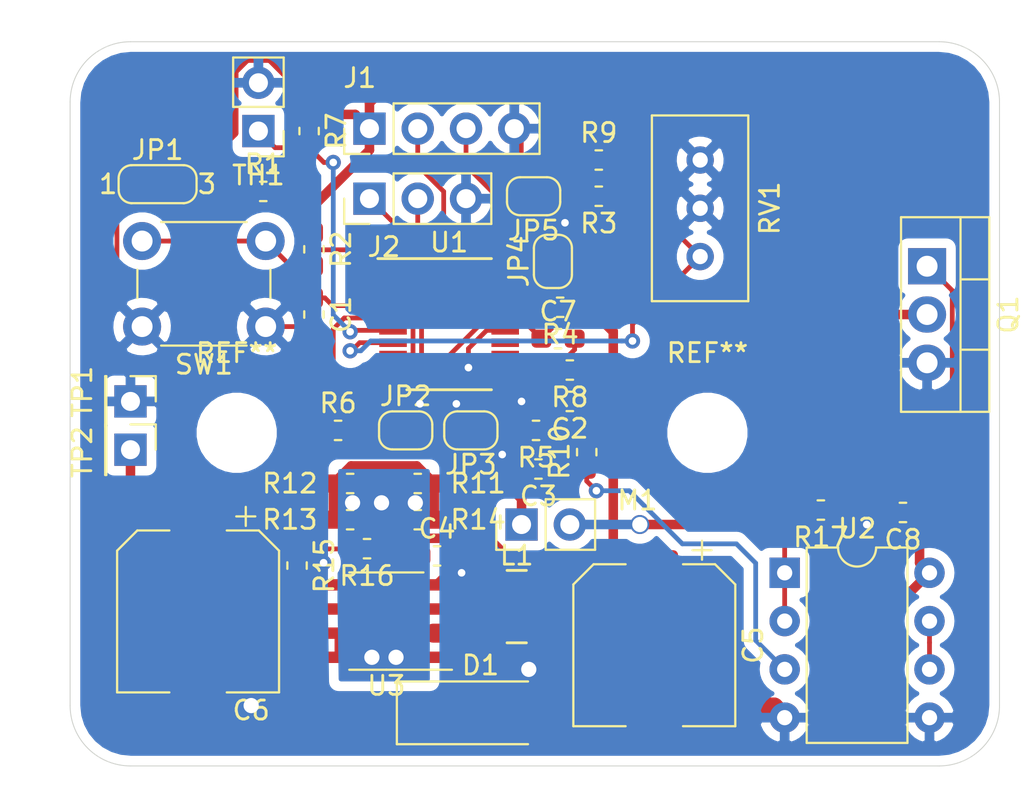
<source format=kicad_pcb>
(kicad_pcb (version 20171130) (host pcbnew "(5.1.2)-2")

  (general
    (thickness 1.6)
    (drawings 8)
    (tracks 288)
    (zones 0)
    (modules 46)
    (nets 32)
  )

  (page A4)
  (layers
    (0 F.Cu signal)
    (31 B.Cu signal)
    (32 B.Adhes user)
    (33 F.Adhes user)
    (34 B.Paste user)
    (35 F.Paste user)
    (36 B.SilkS user)
    (37 F.SilkS user)
    (38 B.Mask user)
    (39 F.Mask user)
    (40 Dwgs.User user)
    (41 Cmts.User user)
    (42 Eco1.User user)
    (43 Eco2.User user)
    (44 Edge.Cuts user)
    (45 Margin user)
    (46 B.CrtYd user)
    (47 F.CrtYd user)
    (48 B.Fab user)
    (49 F.Fab user)
  )

  (setup
    (last_trace_width 1)
    (user_trace_width 1)
    (trace_clearance 0.2)
    (zone_clearance 0.508)
    (zone_45_only no)
    (trace_min 0.2)
    (via_size 0.8)
    (via_drill 0.4)
    (via_min_size 0.4)
    (via_min_drill 0.3)
    (user_via 1 0.8)
    (uvia_size 0.3)
    (uvia_drill 0.1)
    (uvias_allowed no)
    (uvia_min_size 0.2)
    (uvia_min_drill 0.1)
    (edge_width 0.05)
    (segment_width 0.2)
    (pcb_text_width 0.3)
    (pcb_text_size 1.5 1.5)
    (mod_edge_width 0.12)
    (mod_text_size 1 1)
    (mod_text_width 0.15)
    (pad_size 1.524 1.524)
    (pad_drill 0.762)
    (pad_to_mask_clearance 0.051)
    (solder_mask_min_width 0.051)
    (aux_axis_origin 0 0)
    (visible_elements 7FFFFFFF)
    (pcbplotparams
      (layerselection 0x010fc_ffffffff)
      (usegerberextensions false)
      (usegerberattributes false)
      (usegerberadvancedattributes false)
      (creategerberjobfile true)
      (gerberprecision 5)
      (excludeedgelayer true)
      (linewidth 0.100000)
      (plotframeref false)
      (viasonmask false)
      (mode 1)
      (useauxorigin false)
      (hpglpennumber 1)
      (hpglpenspeed 20)
      (hpglpendiameter 15.000000)
      (psnegative false)
      (psa4output false)
      (plotreference true)
      (plotvalue true)
      (plotinvisibletext false)
      (padsonsilk false)
      (subtractmaskfromsilk false)
      (outputformat 1)
      (mirror false)
      (drillshape 0)
      (scaleselection 1)
      (outputdirectory "efangbr"))
  )

  (net 0 "")
  (net 1 GND)
  (net 2 "Net-(C1-Pad1)")
  (net 3 "Net-(C2-Pad1)")
  (net 4 "Net-(C3-Pad1)")
  (net 5 "Net-(C4-Pad1)")
  (net 6 VCC)
  (net 7 +28V)
  (net 8 "Net-(D1-Pad1)")
  (net 9 /SWCLK)
  (net 10 /SWDIO)
  (net 11 /RX)
  (net 12 /TX)
  (net 13 "Net-(JP1-Pad2)")
  (net 14 /DIP1)
  (net 15 /DIP2)
  (net 16 /DIP3)
  (net 17 /DIP4)
  (net 18 "Net-(M1-Pad2)")
  (net 19 "Net-(Q1-Pad1)")
  (net 20 /BOOT0)
  (net 21 "Net-(R7-Pad2)")
  (net 22 /PWM)
  (net 23 "Net-(R9-Pad2)")
  (net 24 "Net-(R11-Pad2)")
  (net 25 "Net-(R15-Pad1)")
  (net 26 "Net-(R17-Pad2)")
  (net 27 "Net-(U1-Pad14)")
  (net 28 "Net-(U1-Pad13)")
  (net 29 "Net-(U1-Pad3)")
  (net 30 "Net-(U1-Pad2)")
  (net 31 "Net-(U2-Pad6)")

  (net_class Default 这是默认网络类。
    (clearance 0.2)
    (trace_width 0.25)
    (via_dia 0.8)
    (via_drill 0.4)
    (uvia_dia 0.3)
    (uvia_drill 0.1)
    (add_net /BOOT0)
    (add_net /DIP1)
    (add_net /DIP2)
    (add_net /DIP3)
    (add_net /DIP4)
    (add_net /PWM)
    (add_net /RX)
    (add_net /SWCLK)
    (add_net /SWDIO)
    (add_net /TX)
    (add_net GND)
    (add_net "Net-(C1-Pad1)")
    (add_net "Net-(C2-Pad1)")
    (add_net "Net-(C3-Pad1)")
    (add_net "Net-(C4-Pad1)")
    (add_net "Net-(JP1-Pad2)")
    (add_net "Net-(Q1-Pad1)")
    (add_net "Net-(R15-Pad1)")
    (add_net "Net-(R17-Pad2)")
    (add_net "Net-(R7-Pad2)")
    (add_net "Net-(R9-Pad2)")
    (add_net "Net-(U1-Pad13)")
    (add_net "Net-(U1-Pad14)")
    (add_net "Net-(U1-Pad2)")
    (add_net "Net-(U1-Pad3)")
    (add_net "Net-(U2-Pad6)")
  )

  (net_class GND ""
    (clearance 0.2)
    (trace_width 1)
    (via_dia 1)
    (via_drill 0.8)
    (uvia_dia 0.3)
    (uvia_drill 0.1)
    (add_net "Net-(D1-Pad1)")
    (add_net VCC)
  )

  (net_class PWR ""
    (clearance 0.2)
    (trace_width 0.5)
    (via_dia 1)
    (via_drill 0.8)
    (uvia_dia 0.3)
    (uvia_drill 0.1)
    (add_net +28V)
    (add_net "Net-(R11-Pad2)")
  )

  (net_class VCC ""
    (clearance 0.2)
    (trace_width 0.5)
    (via_dia 1)
    (via_drill 0.8)
    (uvia_dia 0.3)
    (uvia_drill 0.1)
    (add_net "Net-(M1-Pad2)")
  )

  (module Capacitor_SMD:C_0603_1608Metric_Pad1.05x0.95mm_HandSolder (layer F.Cu) (tedit 5B301BBE) (tstamp 5DB65B4F)
    (at 114.3 106.68 180)
    (descr "Capacitor SMD 0603 (1608 Metric), square (rectangular) end terminal, IPC_7351 nominal with elongated pad for handsoldering. (Body size source: http://www.tortai-tech.com/upload/download/2011102023233369053.pdf), generated with kicad-footprint-generator")
    (tags "capacitor handsolder")
    (path /5DBA93E5)
    (attr smd)
    (fp_text reference C8 (at 0 -1.43) (layer F.SilkS)
      (effects (font (size 1 1) (thickness 0.15)))
    )
    (fp_text value 104 (at 0 1.43) (layer F.Fab)
      (effects (font (size 1 1) (thickness 0.15)))
    )
    (fp_text user %R (at 0 0) (layer F.Fab)
      (effects (font (size 0.4 0.4) (thickness 0.06)))
    )
    (fp_line (start 1.65 0.73) (end -1.65 0.73) (layer F.CrtYd) (width 0.05))
    (fp_line (start 1.65 -0.73) (end 1.65 0.73) (layer F.CrtYd) (width 0.05))
    (fp_line (start -1.65 -0.73) (end 1.65 -0.73) (layer F.CrtYd) (width 0.05))
    (fp_line (start -1.65 0.73) (end -1.65 -0.73) (layer F.CrtYd) (width 0.05))
    (fp_line (start -0.171267 0.51) (end 0.171267 0.51) (layer F.SilkS) (width 0.12))
    (fp_line (start -0.171267 -0.51) (end 0.171267 -0.51) (layer F.SilkS) (width 0.12))
    (fp_line (start 0.8 0.4) (end -0.8 0.4) (layer F.Fab) (width 0.1))
    (fp_line (start 0.8 -0.4) (end 0.8 0.4) (layer F.Fab) (width 0.1))
    (fp_line (start -0.8 -0.4) (end 0.8 -0.4) (layer F.Fab) (width 0.1))
    (fp_line (start -0.8 0.4) (end -0.8 -0.4) (layer F.Fab) (width 0.1))
    (pad 2 smd roundrect (at 0.875 0 180) (size 1.05 0.95) (layers F.Cu F.Paste F.Mask) (roundrect_rratio 0.25)
      (net 1 GND))
    (pad 1 smd roundrect (at -0.875 0 180) (size 1.05 0.95) (layers F.Cu F.Paste F.Mask) (roundrect_rratio 0.25)
      (net 7 +28V))
    (model ${KISYS3DMOD}/Capacitor_SMD.3dshapes/C_0603_1608Metric.wrl
      (at (xyz 0 0 0))
      (scale (xyz 1 1 1))
      (rotate (xyz 0 0 0))
    )
  )

  (module Capacitor_SMD:C_0603_1608Metric_Pad1.05x0.95mm_HandSolder (layer F.Cu) (tedit 5B301BBE) (tstamp 5DB65B3E)
    (at 96.153 97.536)
    (descr "Capacitor SMD 0603 (1608 Metric), square (rectangular) end terminal, IPC_7351 nominal with elongated pad for handsoldering. (Body size source: http://www.tortai-tech.com/upload/download/2011102023233369053.pdf), generated with kicad-footprint-generator")
    (tags "capacitor handsolder")
    (path /5DB9F3F1)
    (attr smd)
    (fp_text reference C7 (at 0 -1.43) (layer F.SilkS)
      (effects (font (size 1 1) (thickness 0.15)))
    )
    (fp_text value 104 (at 0 1.43) (layer F.Fab)
      (effects (font (size 1 1) (thickness 0.15)))
    )
    (fp_text user %R (at 0 0) (layer F.Fab)
      (effects (font (size 0.4 0.4) (thickness 0.06)))
    )
    (fp_line (start 1.65 0.73) (end -1.65 0.73) (layer F.CrtYd) (width 0.05))
    (fp_line (start 1.65 -0.73) (end 1.65 0.73) (layer F.CrtYd) (width 0.05))
    (fp_line (start -1.65 -0.73) (end 1.65 -0.73) (layer F.CrtYd) (width 0.05))
    (fp_line (start -1.65 0.73) (end -1.65 -0.73) (layer F.CrtYd) (width 0.05))
    (fp_line (start -0.171267 0.51) (end 0.171267 0.51) (layer F.SilkS) (width 0.12))
    (fp_line (start -0.171267 -0.51) (end 0.171267 -0.51) (layer F.SilkS) (width 0.12))
    (fp_line (start 0.8 0.4) (end -0.8 0.4) (layer F.Fab) (width 0.1))
    (fp_line (start 0.8 -0.4) (end 0.8 0.4) (layer F.Fab) (width 0.1))
    (fp_line (start -0.8 -0.4) (end 0.8 -0.4) (layer F.Fab) (width 0.1))
    (fp_line (start -0.8 0.4) (end -0.8 -0.4) (layer F.Fab) (width 0.1))
    (pad 2 smd roundrect (at 0.875 0) (size 1.05 0.95) (layers F.Cu F.Paste F.Mask) (roundrect_rratio 0.25)
      (net 1 GND))
    (pad 1 smd roundrect (at -0.875 0) (size 1.05 0.95) (layers F.Cu F.Paste F.Mask) (roundrect_rratio 0.25)
      (net 6 VCC))
    (model ${KISYS3DMOD}/Capacitor_SMD.3dshapes/C_0603_1608Metric.wrl
      (at (xyz 0 0 0))
      (scale (xyz 1 1 1))
      (rotate (xyz 0 0 0))
    )
  )

  (module MountingHole:MountingHole_3.2mm_M3 (layer F.Cu) (tedit 56D1B4CB) (tstamp 5DB6666C)
    (at 79.248 102.489)
    (descr "Mounting Hole 3.2mm, no annular, M3")
    (tags "mounting hole 3.2mm no annular m3")
    (attr virtual)
    (fp_text reference REF** (at 0 -4.2) (layer F.SilkS)
      (effects (font (size 1 1) (thickness 0.15)))
    )
    (fp_text value MountingHole_3.2mm_M3 (at 0 4.2) (layer F.Fab)
      (effects (font (size 1 1) (thickness 0.15)))
    )
    (fp_text user %R (at 0.3 0) (layer F.Fab)
      (effects (font (size 1 1) (thickness 0.15)))
    )
    (fp_circle (center 0 0) (end 3.2 0) (layer Cmts.User) (width 0.15))
    (fp_circle (center 0 0) (end 3.45 0) (layer F.CrtYd) (width 0.05))
    (pad 1 np_thru_hole circle (at 0 0) (size 3.2 3.2) (drill 3.2) (layers *.Cu *.Mask))
  )

  (module MountingHole:MountingHole_3.2mm_M3 (layer F.Cu) (tedit 56D1B4CB) (tstamp 5DB64B6E)
    (at 104.013 102.489)
    (descr "Mounting Hole 3.2mm, no annular, M3")
    (tags "mounting hole 3.2mm no annular m3")
    (attr virtual)
    (fp_text reference REF** (at 0 -4.2) (layer F.SilkS)
      (effects (font (size 1 1) (thickness 0.15)))
    )
    (fp_text value MountingHole_3.2mm_M3 (at 0 4.2) (layer F.Fab)
      (effects (font (size 1 1) (thickness 0.15)))
    )
    (fp_circle (center 0 0) (end 3.45 0) (layer F.CrtYd) (width 0.05))
    (fp_circle (center 0 0) (end 3.2 0) (layer Cmts.User) (width 0.15))
    (fp_text user %R (at 0.3 0) (layer F.Fab)
      (effects (font (size 1 1) (thickness 0.15)))
    )
    (pad 1 np_thru_hole circle (at 0 0) (size 3.2 3.2) (drill 3.2) (layers *.Cu *.Mask))
  )

  (module Package_SO:SOIC-8_3.9x4.9mm_P1.27mm (layer F.Cu) (tedit 5C97300E) (tstamp 5DB615D1)
    (at 87.122 112.395 180)
    (descr "SOIC, 8 Pin (JEDEC MS-012AA, https://www.analog.com/media/en/package-pcb-resources/package/pkg_pdf/soic_narrow-r/r_8.pdf), generated with kicad-footprint-generator ipc_gullwing_generator.py")
    (tags "SOIC SO")
    (path /5DB6FA7A/5DB7006A)
    (attr smd)
    (fp_text reference U3 (at 0 -3.4) (layer F.SilkS)
      (effects (font (size 1 1) (thickness 0.15)))
    )
    (fp_text value MC34063AD (at 0 3.4) (layer F.Fab)
      (effects (font (size 1 1) (thickness 0.15)))
    )
    (fp_text user %R (at 0 0) (layer F.Fab)
      (effects (font (size 0.98 0.98) (thickness 0.15)))
    )
    (fp_line (start 3.7 -2.7) (end -3.7 -2.7) (layer F.CrtYd) (width 0.05))
    (fp_line (start 3.7 2.7) (end 3.7 -2.7) (layer F.CrtYd) (width 0.05))
    (fp_line (start -3.7 2.7) (end 3.7 2.7) (layer F.CrtYd) (width 0.05))
    (fp_line (start -3.7 -2.7) (end -3.7 2.7) (layer F.CrtYd) (width 0.05))
    (fp_line (start -1.95 -1.475) (end -0.975 -2.45) (layer F.Fab) (width 0.1))
    (fp_line (start -1.95 2.45) (end -1.95 -1.475) (layer F.Fab) (width 0.1))
    (fp_line (start 1.95 2.45) (end -1.95 2.45) (layer F.Fab) (width 0.1))
    (fp_line (start 1.95 -2.45) (end 1.95 2.45) (layer F.Fab) (width 0.1))
    (fp_line (start -0.975 -2.45) (end 1.95 -2.45) (layer F.Fab) (width 0.1))
    (fp_line (start 0 -2.56) (end -3.45 -2.56) (layer F.SilkS) (width 0.12))
    (fp_line (start 0 -2.56) (end 1.95 -2.56) (layer F.SilkS) (width 0.12))
    (fp_line (start 0 2.56) (end -1.95 2.56) (layer F.SilkS) (width 0.12))
    (fp_line (start 0 2.56) (end 1.95 2.56) (layer F.SilkS) (width 0.12))
    (pad 8 smd roundrect (at 2.475 -1.905 180) (size 1.95 0.6) (layers F.Cu F.Paste F.Mask) (roundrect_rratio 0.25)
      (net 24 "Net-(R11-Pad2)"))
    (pad 7 smd roundrect (at 2.475 -0.635 180) (size 1.95 0.6) (layers F.Cu F.Paste F.Mask) (roundrect_rratio 0.25)
      (net 24 "Net-(R11-Pad2)"))
    (pad 6 smd roundrect (at 2.475 0.635 180) (size 1.95 0.6) (layers F.Cu F.Paste F.Mask) (roundrect_rratio 0.25)
      (net 7 +28V))
    (pad 5 smd roundrect (at 2.475 1.905 180) (size 1.95 0.6) (layers F.Cu F.Paste F.Mask) (roundrect_rratio 0.25)
      (net 25 "Net-(R15-Pad1)"))
    (pad 4 smd roundrect (at -2.475 1.905 180) (size 1.95 0.6) (layers F.Cu F.Paste F.Mask) (roundrect_rratio 0.25)
      (net 1 GND))
    (pad 3 smd roundrect (at -2.475 0.635 180) (size 1.95 0.6) (layers F.Cu F.Paste F.Mask) (roundrect_rratio 0.25)
      (net 5 "Net-(C4-Pad1)"))
    (pad 2 smd roundrect (at -2.475 -0.635 180) (size 1.95 0.6) (layers F.Cu F.Paste F.Mask) (roundrect_rratio 0.25)
      (net 8 "Net-(D1-Pad1)"))
    (pad 1 smd roundrect (at -2.475 -1.905 180) (size 1.95 0.6) (layers F.Cu F.Paste F.Mask) (roundrect_rratio 0.25)
      (net 24 "Net-(R11-Pad2)"))
    (model ${KISYS3DMOD}/Package_SO.3dshapes/SOIC-8_3.9x4.9mm_P1.27mm.wrl
      (at (xyz 0 0 0))
      (scale (xyz 1 1 1))
      (rotate (xyz 0 0 0))
    )
  )

  (module Package_DIP:DIP-8_W7.62mm (layer F.Cu) (tedit 5A02E8C5) (tstamp 5DB615B7)
    (at 108.077 109.855)
    (descr "8-lead though-hole mounted DIP package, row spacing 7.62 mm (300 mils)")
    (tags "THT DIP DIL PDIP 2.54mm 7.62mm 300mil")
    (path /5DB65155)
    (fp_text reference U2 (at 3.81 -2.33) (layer F.SilkS)
      (effects (font (size 1 1) (thickness 0.15)))
    )
    (fp_text value LM358 (at 3.81 9.95) (layer F.Fab)
      (effects (font (size 1 1) (thickness 0.15)))
    )
    (fp_text user %R (at 3.81 3.81) (layer F.Fab)
      (effects (font (size 1 1) (thickness 0.15)))
    )
    (fp_line (start 8.7 -1.55) (end -1.1 -1.55) (layer F.CrtYd) (width 0.05))
    (fp_line (start 8.7 9.15) (end 8.7 -1.55) (layer F.CrtYd) (width 0.05))
    (fp_line (start -1.1 9.15) (end 8.7 9.15) (layer F.CrtYd) (width 0.05))
    (fp_line (start -1.1 -1.55) (end -1.1 9.15) (layer F.CrtYd) (width 0.05))
    (fp_line (start 6.46 -1.33) (end 4.81 -1.33) (layer F.SilkS) (width 0.12))
    (fp_line (start 6.46 8.95) (end 6.46 -1.33) (layer F.SilkS) (width 0.12))
    (fp_line (start 1.16 8.95) (end 6.46 8.95) (layer F.SilkS) (width 0.12))
    (fp_line (start 1.16 -1.33) (end 1.16 8.95) (layer F.SilkS) (width 0.12))
    (fp_line (start 2.81 -1.33) (end 1.16 -1.33) (layer F.SilkS) (width 0.12))
    (fp_line (start 0.635 -0.27) (end 1.635 -1.27) (layer F.Fab) (width 0.1))
    (fp_line (start 0.635 8.89) (end 0.635 -0.27) (layer F.Fab) (width 0.1))
    (fp_line (start 6.985 8.89) (end 0.635 8.89) (layer F.Fab) (width 0.1))
    (fp_line (start 6.985 -1.27) (end 6.985 8.89) (layer F.Fab) (width 0.1))
    (fp_line (start 1.635 -1.27) (end 6.985 -1.27) (layer F.Fab) (width 0.1))
    (fp_arc (start 3.81 -1.33) (end 2.81 -1.33) (angle -180) (layer F.SilkS) (width 0.12))
    (pad 8 thru_hole oval (at 7.62 0) (size 1.6 1.6) (drill 0.8) (layers *.Cu *.Mask)
      (net 7 +28V))
    (pad 4 thru_hole oval (at 0 7.62) (size 1.6 1.6) (drill 0.8) (layers *.Cu *.Mask)
      (net 1 GND))
    (pad 7 thru_hole oval (at 7.62 2.54) (size 1.6 1.6) (drill 0.8) (layers *.Cu *.Mask)
      (net 31 "Net-(U2-Pad6)"))
    (pad 3 thru_hole oval (at 0 5.08) (size 1.6 1.6) (drill 0.8) (layers *.Cu *.Mask)
      (net 4 "Net-(C3-Pad1)"))
    (pad 6 thru_hole oval (at 7.62 5.08) (size 1.6 1.6) (drill 0.8) (layers *.Cu *.Mask)
      (net 31 "Net-(U2-Pad6)"))
    (pad 2 thru_hole oval (at 0 2.54) (size 1.6 1.6) (drill 0.8) (layers *.Cu *.Mask)
      (net 26 "Net-(R17-Pad2)"))
    (pad 5 thru_hole oval (at 7.62 7.62) (size 1.6 1.6) (drill 0.8) (layers *.Cu *.Mask)
      (net 1 GND))
    (pad 1 thru_hole rect (at 0 0) (size 1.6 1.6) (drill 0.8) (layers *.Cu *.Mask)
      (net 26 "Net-(R17-Pad2)"))
    (model ${KISYS3DMOD}/Package_DIP.3dshapes/DIP-8_W7.62mm.wrl
      (at (xyz 0 0 0))
      (scale (xyz 1 1 1))
      (rotate (xyz 0 0 0))
    )
  )

  (module Package_SO:TSSOP-20_4.4x6.5mm_P0.65mm (layer F.Cu) (tedit 5A02F25C) (tstamp 5DB6159B)
    (at 90.424 96.774)
    (descr "20-Lead Plastic Thin Shrink Small Outline (ST)-4.4 mm Body [TSSOP] (see Microchip Packaging Specification 00000049BS.pdf)")
    (tags "SSOP 0.65")
    (path /5DB2704A)
    (attr smd)
    (fp_text reference U1 (at 0 -4.3) (layer F.SilkS)
      (effects (font (size 1 1) (thickness 0.15)))
    )
    (fp_text value STM32F030F4Px (at 0 4.3) (layer F.Fab)
      (effects (font (size 1 1) (thickness 0.15)))
    )
    (fp_text user %R (at 0 0) (layer F.Fab)
      (effects (font (size 0.8 0.8) (thickness 0.15)))
    )
    (fp_line (start -3.75 -3.45) (end 2.225 -3.45) (layer F.SilkS) (width 0.15))
    (fp_line (start -2.225 3.45) (end 2.225 3.45) (layer F.SilkS) (width 0.15))
    (fp_line (start -3.95 3.55) (end 3.95 3.55) (layer F.CrtYd) (width 0.05))
    (fp_line (start -3.95 -3.55) (end 3.95 -3.55) (layer F.CrtYd) (width 0.05))
    (fp_line (start 3.95 -3.55) (end 3.95 3.55) (layer F.CrtYd) (width 0.05))
    (fp_line (start -3.95 -3.55) (end -3.95 3.55) (layer F.CrtYd) (width 0.05))
    (fp_line (start -2.2 -2.25) (end -1.2 -3.25) (layer F.Fab) (width 0.15))
    (fp_line (start -2.2 3.25) (end -2.2 -2.25) (layer F.Fab) (width 0.15))
    (fp_line (start 2.2 3.25) (end -2.2 3.25) (layer F.Fab) (width 0.15))
    (fp_line (start 2.2 -3.25) (end 2.2 3.25) (layer F.Fab) (width 0.15))
    (fp_line (start -1.2 -3.25) (end 2.2 -3.25) (layer F.Fab) (width 0.15))
    (pad 20 smd rect (at 2.95 -2.925) (size 1.45 0.45) (layers F.Cu F.Paste F.Mask)
      (net 9 /SWCLK))
    (pad 19 smd rect (at 2.95 -2.275) (size 1.45 0.45) (layers F.Cu F.Paste F.Mask)
      (net 10 /SWDIO))
    (pad 18 smd rect (at 2.95 -1.625) (size 1.45 0.45) (layers F.Cu F.Paste F.Mask)
      (net 17 /DIP4))
    (pad 17 smd rect (at 2.95 -0.975) (size 1.45 0.45) (layers F.Cu F.Paste F.Mask)
      (net 16 /DIP3))
    (pad 16 smd rect (at 2.95 -0.325) (size 1.45 0.45) (layers F.Cu F.Paste F.Mask)
      (net 6 VCC))
    (pad 15 smd rect (at 2.95 0.325) (size 1.45 0.45) (layers F.Cu F.Paste F.Mask)
      (net 1 GND))
    (pad 14 smd rect (at 2.95 0.975) (size 1.45 0.45) (layers F.Cu F.Paste F.Mask)
      (net 27 "Net-(U1-Pad14)"))
    (pad 13 smd rect (at 2.95 1.625) (size 1.45 0.45) (layers F.Cu F.Paste F.Mask)
      (net 28 "Net-(U1-Pad13)"))
    (pad 12 smd rect (at 2.95 2.275) (size 1.45 0.45) (layers F.Cu F.Paste F.Mask)
      (net 22 /PWM))
    (pad 11 smd rect (at 2.95 2.925) (size 1.45 0.45) (layers F.Cu F.Paste F.Mask)
      (net 15 /DIP2))
    (pad 10 smd rect (at -2.95 2.925) (size 1.45 0.45) (layers F.Cu F.Paste F.Mask)
      (net 14 /DIP1))
    (pad 9 smd rect (at -2.95 2.275) (size 1.45 0.45) (layers F.Cu F.Paste F.Mask)
      (net 11 /RX))
    (pad 8 smd rect (at -2.95 1.625) (size 1.45 0.45) (layers F.Cu F.Paste F.Mask)
      (net 12 /TX))
    (pad 7 smd rect (at -2.95 0.975) (size 1.45 0.45) (layers F.Cu F.Paste F.Mask)
      (net 23 "Net-(R9-Pad2)"))
    (pad 6 smd rect (at -2.95 0.325) (size 1.45 0.45) (layers F.Cu F.Paste F.Mask)
      (net 21 "Net-(R7-Pad2)"))
    (pad 5 smd rect (at -2.95 -0.325) (size 1.45 0.45) (layers F.Cu F.Paste F.Mask)
      (net 6 VCC))
    (pad 4 smd rect (at -2.95 -0.975) (size 1.45 0.45) (layers F.Cu F.Paste F.Mask)
      (net 2 "Net-(C1-Pad1)"))
    (pad 3 smd rect (at -2.95 -1.625) (size 1.45 0.45) (layers F.Cu F.Paste F.Mask)
      (net 29 "Net-(U1-Pad3)"))
    (pad 2 smd rect (at -2.95 -2.275) (size 1.45 0.45) (layers F.Cu F.Paste F.Mask)
      (net 30 "Net-(U1-Pad2)"))
    (pad 1 smd rect (at -2.95 -2.925) (size 1.45 0.45) (layers F.Cu F.Paste F.Mask)
      (net 20 /BOOT0))
    (model ${KISYS3DMOD}/Package_SO.3dshapes/TSSOP-20_4.4x6.5mm_P0.65mm.wrl
      (at (xyz 0 0 0))
      (scale (xyz 1 1 1))
      (rotate (xyz 0 0 0))
    )
  )

  (module Connector_PinHeader_2.54mm:PinHeader_1x01_P2.54mm_Vertical (layer F.Cu) (tedit 59FED5CC) (tstamp 5DB61577)
    (at 73.66 103.378 270)
    (descr "Through hole straight pin header, 1x01, 2.54mm pitch, single row")
    (tags "Through hole pin header THT 1x01 2.54mm single row")
    (path /5DB9298C)
    (fp_text reference TP2 (at 0.127 2.54 270) (layer F.SilkS)
      (effects (font (size 1 1) (thickness 0.15)))
    )
    (fp_text value TestPoint (at 0 2.33 90) (layer F.Fab)
      (effects (font (size 1 1) (thickness 0.15)))
    )
    (fp_text user %R (at 0 0) (layer F.Fab)
      (effects (font (size 1 1) (thickness 0.15)))
    )
    (fp_line (start 1.8 -1.8) (end -1.8 -1.8) (layer F.CrtYd) (width 0.05))
    (fp_line (start 1.8 1.8) (end 1.8 -1.8) (layer F.CrtYd) (width 0.05))
    (fp_line (start -1.8 1.8) (end 1.8 1.8) (layer F.CrtYd) (width 0.05))
    (fp_line (start -1.8 -1.8) (end -1.8 1.8) (layer F.CrtYd) (width 0.05))
    (fp_line (start -1.33 -1.33) (end 0 -1.33) (layer F.SilkS) (width 0.12))
    (fp_line (start -1.33 0) (end -1.33 -1.33) (layer F.SilkS) (width 0.12))
    (fp_line (start -1.33 1.27) (end 1.33 1.27) (layer F.SilkS) (width 0.12))
    (fp_line (start 1.33 1.27) (end 1.33 1.33) (layer F.SilkS) (width 0.12))
    (fp_line (start -1.33 1.27) (end -1.33 1.33) (layer F.SilkS) (width 0.12))
    (fp_line (start -1.33 1.33) (end 1.33 1.33) (layer F.SilkS) (width 0.12))
    (fp_line (start -1.27 -0.635) (end -0.635 -1.27) (layer F.Fab) (width 0.1))
    (fp_line (start -1.27 1.27) (end -1.27 -0.635) (layer F.Fab) (width 0.1))
    (fp_line (start 1.27 1.27) (end -1.27 1.27) (layer F.Fab) (width 0.1))
    (fp_line (start 1.27 -1.27) (end 1.27 1.27) (layer F.Fab) (width 0.1))
    (fp_line (start -0.635 -1.27) (end 1.27 -1.27) (layer F.Fab) (width 0.1))
    (pad 1 thru_hole rect (at 0 0 270) (size 1.7 1.7) (drill 1) (layers *.Cu *.Mask)
      (net 7 +28V))
    (model ${KISYS3DMOD}/Connector_PinHeader_2.54mm.3dshapes/PinHeader_1x01_P2.54mm_Vertical.wrl
      (at (xyz 0 0 0))
      (scale (xyz 1 1 1))
      (rotate (xyz 0 0 0))
    )
  )

  (module Connector_PinHeader_2.54mm:PinHeader_1x01_P2.54mm_Vertical (layer F.Cu) (tedit 59FED5CC) (tstamp 5DB69FC1)
    (at 73.66 100.838 270)
    (descr "Through hole straight pin header, 1x01, 2.54mm pitch, single row")
    (tags "Through hole pin header THT 1x01 2.54mm single row")
    (path /5DB93746)
    (fp_text reference TP1 (at -0.508 2.54 90) (layer F.SilkS)
      (effects (font (size 1 1) (thickness 0.15)))
    )
    (fp_text value TestPoint (at 0 2.33 90) (layer F.Fab)
      (effects (font (size 1 1) (thickness 0.15)))
    )
    (fp_text user %R (at 0 0) (layer F.Fab)
      (effects (font (size 1 1) (thickness 0.15)))
    )
    (fp_line (start 1.8 -1.8) (end -1.8 -1.8) (layer F.CrtYd) (width 0.05))
    (fp_line (start 1.8 1.8) (end 1.8 -1.8) (layer F.CrtYd) (width 0.05))
    (fp_line (start -1.8 1.8) (end 1.8 1.8) (layer F.CrtYd) (width 0.05))
    (fp_line (start -1.8 -1.8) (end -1.8 1.8) (layer F.CrtYd) (width 0.05))
    (fp_line (start -1.33 -1.33) (end 0 -1.33) (layer F.SilkS) (width 0.12))
    (fp_line (start -1.33 0) (end -1.33 -1.33) (layer F.SilkS) (width 0.12))
    (fp_line (start -1.33 1.27) (end 1.33 1.27) (layer F.SilkS) (width 0.12))
    (fp_line (start 1.33 1.27) (end 1.33 1.33) (layer F.SilkS) (width 0.12))
    (fp_line (start -1.33 1.27) (end -1.33 1.33) (layer F.SilkS) (width 0.12))
    (fp_line (start -1.33 1.33) (end 1.33 1.33) (layer F.SilkS) (width 0.12))
    (fp_line (start -1.27 -0.635) (end -0.635 -1.27) (layer F.Fab) (width 0.1))
    (fp_line (start -1.27 1.27) (end -1.27 -0.635) (layer F.Fab) (width 0.1))
    (fp_line (start 1.27 1.27) (end -1.27 1.27) (layer F.Fab) (width 0.1))
    (fp_line (start 1.27 -1.27) (end 1.27 1.27) (layer F.Fab) (width 0.1))
    (fp_line (start -0.635 -1.27) (end 1.27 -1.27) (layer F.Fab) (width 0.1))
    (pad 1 thru_hole rect (at 0 0 270) (size 1.7 1.7) (drill 1) (layers *.Cu *.Mask)
      (net 1 GND))
    (model ${KISYS3DMOD}/Connector_PinHeader_2.54mm.3dshapes/PinHeader_1x01_P2.54mm_Vertical.wrl
      (at (xyz 0 0 0))
      (scale (xyz 1 1 1))
      (rotate (xyz 0 0 0))
    )
  )

  (module Connector_PinHeader_2.54mm:PinHeader_1x02_P2.54mm_Vertical (layer F.Cu) (tedit 59FED5CC) (tstamp 5DB6154D)
    (at 80.391 86.614 180)
    (descr "Through hole straight pin header, 1x02, 2.54mm pitch, single row")
    (tags "Through hole pin header THT 1x02 2.54mm single row")
    (path /5DB301A2)
    (fp_text reference TH1 (at 0 -2.33) (layer F.SilkS)
      (effects (font (size 1 1) (thickness 0.15)))
    )
    (fp_text value Thermistor_NTC (at 0 4.87) (layer F.Fab)
      (effects (font (size 1 1) (thickness 0.15)))
    )
    (fp_text user %R (at 0 1.27 90) (layer F.Fab)
      (effects (font (size 1 1) (thickness 0.15)))
    )
    (fp_line (start 1.8 -1.8) (end -1.8 -1.8) (layer F.CrtYd) (width 0.05))
    (fp_line (start 1.8 4.35) (end 1.8 -1.8) (layer F.CrtYd) (width 0.05))
    (fp_line (start -1.8 4.35) (end 1.8 4.35) (layer F.CrtYd) (width 0.05))
    (fp_line (start -1.8 -1.8) (end -1.8 4.35) (layer F.CrtYd) (width 0.05))
    (fp_line (start -1.33 -1.33) (end 0 -1.33) (layer F.SilkS) (width 0.12))
    (fp_line (start -1.33 0) (end -1.33 -1.33) (layer F.SilkS) (width 0.12))
    (fp_line (start -1.33 1.27) (end 1.33 1.27) (layer F.SilkS) (width 0.12))
    (fp_line (start 1.33 1.27) (end 1.33 3.87) (layer F.SilkS) (width 0.12))
    (fp_line (start -1.33 1.27) (end -1.33 3.87) (layer F.SilkS) (width 0.12))
    (fp_line (start -1.33 3.87) (end 1.33 3.87) (layer F.SilkS) (width 0.12))
    (fp_line (start -1.27 -0.635) (end -0.635 -1.27) (layer F.Fab) (width 0.1))
    (fp_line (start -1.27 3.81) (end -1.27 -0.635) (layer F.Fab) (width 0.1))
    (fp_line (start 1.27 3.81) (end -1.27 3.81) (layer F.Fab) (width 0.1))
    (fp_line (start 1.27 -1.27) (end 1.27 3.81) (layer F.Fab) (width 0.1))
    (fp_line (start -0.635 -1.27) (end 1.27 -1.27) (layer F.Fab) (width 0.1))
    (pad 2 thru_hole oval (at 0 2.54 180) (size 1.7 1.7) (drill 1) (layers *.Cu *.Mask)
      (net 1 GND))
    (pad 1 thru_hole rect (at 0 0 180) (size 1.7 1.7) (drill 1) (layers *.Cu *.Mask)
      (net 21 "Net-(R7-Pad2)"))
    (model ${KISYS3DMOD}/Connector_PinHeader_2.54mm.3dshapes/PinHeader_1x02_P2.54mm_Vertical.wrl
      (at (xyz 0 0 0))
      (scale (xyz 1 1 1))
      (rotate (xyz 0 0 0))
    )
  )

  (module Button_Switch_THT:SW_PUSH_6mm (layer F.Cu) (tedit 5A02FE31) (tstamp 5DB61537)
    (at 80.772 96.901 180)
    (descr https://www.omron.com/ecb/products/pdf/en-b3f.pdf)
    (tags "tact sw push 6mm")
    (path /5DB379B8)
    (fp_text reference SW1 (at 3.25 -2) (layer F.SilkS)
      (effects (font (size 1 1) (thickness 0.15)))
    )
    (fp_text value SW_Push (at 3.75 6.7) (layer F.Fab)
      (effects (font (size 1 1) (thickness 0.15)))
    )
    (fp_circle (center 3.25 2.25) (end 1.25 2.5) (layer F.Fab) (width 0.1))
    (fp_line (start 6.75 3) (end 6.75 1.5) (layer F.SilkS) (width 0.12))
    (fp_line (start 5.5 -1) (end 1 -1) (layer F.SilkS) (width 0.12))
    (fp_line (start -0.25 1.5) (end -0.25 3) (layer F.SilkS) (width 0.12))
    (fp_line (start 1 5.5) (end 5.5 5.5) (layer F.SilkS) (width 0.12))
    (fp_line (start 8 -1.25) (end 8 5.75) (layer F.CrtYd) (width 0.05))
    (fp_line (start 7.75 6) (end -1.25 6) (layer F.CrtYd) (width 0.05))
    (fp_line (start -1.5 5.75) (end -1.5 -1.25) (layer F.CrtYd) (width 0.05))
    (fp_line (start -1.25 -1.5) (end 7.75 -1.5) (layer F.CrtYd) (width 0.05))
    (fp_line (start -1.5 6) (end -1.25 6) (layer F.CrtYd) (width 0.05))
    (fp_line (start -1.5 5.75) (end -1.5 6) (layer F.CrtYd) (width 0.05))
    (fp_line (start -1.5 -1.5) (end -1.25 -1.5) (layer F.CrtYd) (width 0.05))
    (fp_line (start -1.5 -1.25) (end -1.5 -1.5) (layer F.CrtYd) (width 0.05))
    (fp_line (start 8 -1.5) (end 8 -1.25) (layer F.CrtYd) (width 0.05))
    (fp_line (start 7.75 -1.5) (end 8 -1.5) (layer F.CrtYd) (width 0.05))
    (fp_line (start 8 6) (end 8 5.75) (layer F.CrtYd) (width 0.05))
    (fp_line (start 7.75 6) (end 8 6) (layer F.CrtYd) (width 0.05))
    (fp_line (start 0.25 -0.75) (end 3.25 -0.75) (layer F.Fab) (width 0.1))
    (fp_line (start 0.25 5.25) (end 0.25 -0.75) (layer F.Fab) (width 0.1))
    (fp_line (start 6.25 5.25) (end 0.25 5.25) (layer F.Fab) (width 0.1))
    (fp_line (start 6.25 -0.75) (end 6.25 5.25) (layer F.Fab) (width 0.1))
    (fp_line (start 3.25 -0.75) (end 6.25 -0.75) (layer F.Fab) (width 0.1))
    (fp_text user %R (at 3.25 2.25) (layer F.Fab)
      (effects (font (size 1 1) (thickness 0.15)))
    )
    (pad 1 thru_hole circle (at 6.5 0 270) (size 2 2) (drill 1.1) (layers *.Cu *.Mask)
      (net 1 GND))
    (pad 2 thru_hole circle (at 6.5 4.5 270) (size 2 2) (drill 1.1) (layers *.Cu *.Mask)
      (net 2 "Net-(C1-Pad1)"))
    (pad 1 thru_hole circle (at 0 0 270) (size 2 2) (drill 1.1) (layers *.Cu *.Mask)
      (net 1 GND))
    (pad 2 thru_hole circle (at 0 4.5 270) (size 2 2) (drill 1.1) (layers *.Cu *.Mask)
      (net 2 "Net-(C1-Pad1)"))
    (model ${KISYS3DMOD}/Button_Switch_THT.3dshapes/SW_PUSH_6mm.wrl
      (at (xyz 0 0 0))
      (scale (xyz 1 1 1))
      (rotate (xyz 0 0 0))
    )
  )

  (module Potentiometer_THT:Potentiometer_Bourns_3296W_Vertical (layer F.Cu) (tedit 5A3D4994) (tstamp 5DB61518)
    (at 103.632 93.218 270)
    (descr "Potentiometer, vertical, Bourns 3296W, https://www.bourns.com/pdfs/3296.pdf")
    (tags "Potentiometer vertical Bourns 3296W")
    (path /5DB5720A)
    (fp_text reference RV1 (at -2.54 -3.66 90) (layer F.SilkS)
      (effects (font (size 1 1) (thickness 0.15)))
    )
    (fp_text value R_POT (at -2.54 3.67 90) (layer F.Fab)
      (effects (font (size 1 1) (thickness 0.15)))
    )
    (fp_text user %R (at -3.175 0.005 90) (layer F.Fab)
      (effects (font (size 1 1) (thickness 0.15)))
    )
    (fp_line (start 2.5 -2.7) (end -7.6 -2.7) (layer F.CrtYd) (width 0.05))
    (fp_line (start 2.5 2.7) (end 2.5 -2.7) (layer F.CrtYd) (width 0.05))
    (fp_line (start -7.6 2.7) (end 2.5 2.7) (layer F.CrtYd) (width 0.05))
    (fp_line (start -7.6 -2.7) (end -7.6 2.7) (layer F.CrtYd) (width 0.05))
    (fp_line (start 2.345 -2.53) (end 2.345 2.54) (layer F.SilkS) (width 0.12))
    (fp_line (start -7.425 -2.53) (end -7.425 2.54) (layer F.SilkS) (width 0.12))
    (fp_line (start -7.425 2.54) (end 2.345 2.54) (layer F.SilkS) (width 0.12))
    (fp_line (start -7.425 -2.53) (end 2.345 -2.53) (layer F.SilkS) (width 0.12))
    (fp_line (start 0.955 2.235) (end 0.956 0.066) (layer F.Fab) (width 0.1))
    (fp_line (start 0.955 2.235) (end 0.956 0.066) (layer F.Fab) (width 0.1))
    (fp_line (start 2.225 -2.41) (end -7.305 -2.41) (layer F.Fab) (width 0.1))
    (fp_line (start 2.225 2.42) (end 2.225 -2.41) (layer F.Fab) (width 0.1))
    (fp_line (start -7.305 2.42) (end 2.225 2.42) (layer F.Fab) (width 0.1))
    (fp_line (start -7.305 -2.41) (end -7.305 2.42) (layer F.Fab) (width 0.1))
    (fp_circle (center 0.955 1.15) (end 2.05 1.15) (layer F.Fab) (width 0.1))
    (pad 3 thru_hole circle (at -5.08 0 270) (size 1.44 1.44) (drill 0.8) (layers *.Cu *.Mask)
      (net 1 GND))
    (pad 2 thru_hole circle (at -2.54 0 270) (size 1.44 1.44) (drill 0.8) (layers *.Cu *.Mask)
      (net 1 GND))
    (pad 1 thru_hole circle (at 0 0 270) (size 1.44 1.44) (drill 0.8) (layers *.Cu *.Mask)
      (net 23 "Net-(R9-Pad2)"))
    (model ${KISYS3DMOD}/Potentiometer_THT.3dshapes/Potentiometer_Bourns_3296W_Vertical.wrl
      (at (xyz 0 0 0))
      (scale (xyz 1 1 1))
      (rotate (xyz 0 0 0))
    )
  )

  (module Resistor_SMD:R_0603_1608Metric_Pad1.05x0.95mm_HandSolder (layer F.Cu) (tedit 5B301BBD) (tstamp 5DB61501)
    (at 109.982 106.553 180)
    (descr "Resistor SMD 0603 (1608 Metric), square (rectangular) end terminal, IPC_7351 nominal with elongated pad for handsoldering. (Body size source: http://www.tortai-tech.com/upload/download/2011102023233369053.pdf), generated with kicad-footprint-generator")
    (tags "resistor handsolder")
    (path /5DC87690)
    (attr smd)
    (fp_text reference R17 (at 0 -1.43) (layer F.SilkS)
      (effects (font (size 1 1) (thickness 0.15)))
    )
    (fp_text value 9.1k (at 0 1.43) (layer F.Fab)
      (effects (font (size 1 1) (thickness 0.15)))
    )
    (fp_text user %R (at 0 0) (layer F.Fab)
      (effects (font (size 0.4 0.4) (thickness 0.06)))
    )
    (fp_line (start 1.65 0.73) (end -1.65 0.73) (layer F.CrtYd) (width 0.05))
    (fp_line (start 1.65 -0.73) (end 1.65 0.73) (layer F.CrtYd) (width 0.05))
    (fp_line (start -1.65 -0.73) (end 1.65 -0.73) (layer F.CrtYd) (width 0.05))
    (fp_line (start -1.65 0.73) (end -1.65 -0.73) (layer F.CrtYd) (width 0.05))
    (fp_line (start -0.171267 0.51) (end 0.171267 0.51) (layer F.SilkS) (width 0.12))
    (fp_line (start -0.171267 -0.51) (end 0.171267 -0.51) (layer F.SilkS) (width 0.12))
    (fp_line (start 0.8 0.4) (end -0.8 0.4) (layer F.Fab) (width 0.1))
    (fp_line (start 0.8 -0.4) (end 0.8 0.4) (layer F.Fab) (width 0.1))
    (fp_line (start -0.8 -0.4) (end 0.8 -0.4) (layer F.Fab) (width 0.1))
    (fp_line (start -0.8 0.4) (end -0.8 -0.4) (layer F.Fab) (width 0.1))
    (pad 2 smd roundrect (at 0.875 0 180) (size 1.05 0.95) (layers F.Cu F.Paste F.Mask) (roundrect_rratio 0.25)
      (net 26 "Net-(R17-Pad2)"))
    (pad 1 smd roundrect (at -0.875 0 180) (size 1.05 0.95) (layers F.Cu F.Paste F.Mask) (roundrect_rratio 0.25)
      (net 19 "Net-(Q1-Pad1)"))
    (model ${KISYS3DMOD}/Resistor_SMD.3dshapes/R_0603_1608Metric.wrl
      (at (xyz 0 0 0))
      (scale (xyz 1 1 1))
      (rotate (xyz 0 0 0))
    )
  )

  (module Resistor_SMD:R_0603_1608Metric_Pad1.05x0.95mm_HandSolder (layer F.Cu) (tedit 5B301BBD) (tstamp 5DB614F0)
    (at 86.106 108.585 180)
    (descr "Resistor SMD 0603 (1608 Metric), square (rectangular) end terminal, IPC_7351 nominal with elongated pad for handsoldering. (Body size source: http://www.tortai-tech.com/upload/download/2011102023233369053.pdf), generated with kicad-footprint-generator")
    (tags "resistor handsolder")
    (path /5DB6FA7A/5DBEB043)
    (attr smd)
    (fp_text reference R16 (at 0 -1.43) (layer F.SilkS)
      (effects (font (size 1 1) (thickness 0.15)))
    )
    (fp_text value 11k (at 0 1.43) (layer F.Fab)
      (effects (font (size 1 1) (thickness 0.15)))
    )
    (fp_text user %R (at 0 0) (layer F.Fab)
      (effects (font (size 0.4 0.4) (thickness 0.06)))
    )
    (fp_line (start 1.65 0.73) (end -1.65 0.73) (layer F.CrtYd) (width 0.05))
    (fp_line (start 1.65 -0.73) (end 1.65 0.73) (layer F.CrtYd) (width 0.05))
    (fp_line (start -1.65 -0.73) (end 1.65 -0.73) (layer F.CrtYd) (width 0.05))
    (fp_line (start -1.65 0.73) (end -1.65 -0.73) (layer F.CrtYd) (width 0.05))
    (fp_line (start -0.171267 0.51) (end 0.171267 0.51) (layer F.SilkS) (width 0.12))
    (fp_line (start -0.171267 -0.51) (end 0.171267 -0.51) (layer F.SilkS) (width 0.12))
    (fp_line (start 0.8 0.4) (end -0.8 0.4) (layer F.Fab) (width 0.1))
    (fp_line (start 0.8 -0.4) (end 0.8 0.4) (layer F.Fab) (width 0.1))
    (fp_line (start -0.8 -0.4) (end 0.8 -0.4) (layer F.Fab) (width 0.1))
    (fp_line (start -0.8 0.4) (end -0.8 -0.4) (layer F.Fab) (width 0.1))
    (pad 2 smd roundrect (at 0.875 0 180) (size 1.05 0.95) (layers F.Cu F.Paste F.Mask) (roundrect_rratio 0.25)
      (net 25 "Net-(R15-Pad1)"))
    (pad 1 smd roundrect (at -0.875 0 180) (size 1.05 0.95) (layers F.Cu F.Paste F.Mask) (roundrect_rratio 0.25)
      (net 6 VCC))
    (model ${KISYS3DMOD}/Resistor_SMD.3dshapes/R_0603_1608Metric.wrl
      (at (xyz 0 0 0))
      (scale (xyz 1 1 1))
      (rotate (xyz 0 0 0))
    )
  )

  (module Resistor_SMD:R_0603_1608Metric_Pad1.05x0.95mm_HandSolder (layer F.Cu) (tedit 5B301BBD) (tstamp 5DB614DF)
    (at 82.423 109.474 270)
    (descr "Resistor SMD 0603 (1608 Metric), square (rectangular) end terminal, IPC_7351 nominal with elongated pad for handsoldering. (Body size source: http://www.tortai-tech.com/upload/download/2011102023233369053.pdf), generated with kicad-footprint-generator")
    (tags "resistor handsolder")
    (path /5DB6FA7A/5DBE77E8)
    (attr smd)
    (fp_text reference R15 (at 0 -1.43 90) (layer F.SilkS)
      (effects (font (size 1 1) (thickness 0.15)))
    )
    (fp_text value 6.8k (at 0 1.43 90) (layer F.Fab)
      (effects (font (size 1 1) (thickness 0.15)))
    )
    (fp_text user %R (at 0 0 90) (layer F.Fab)
      (effects (font (size 0.4 0.4) (thickness 0.06)))
    )
    (fp_line (start 1.65 0.73) (end -1.65 0.73) (layer F.CrtYd) (width 0.05))
    (fp_line (start 1.65 -0.73) (end 1.65 0.73) (layer F.CrtYd) (width 0.05))
    (fp_line (start -1.65 -0.73) (end 1.65 -0.73) (layer F.CrtYd) (width 0.05))
    (fp_line (start -1.65 0.73) (end -1.65 -0.73) (layer F.CrtYd) (width 0.05))
    (fp_line (start -0.171267 0.51) (end 0.171267 0.51) (layer F.SilkS) (width 0.12))
    (fp_line (start -0.171267 -0.51) (end 0.171267 -0.51) (layer F.SilkS) (width 0.12))
    (fp_line (start 0.8 0.4) (end -0.8 0.4) (layer F.Fab) (width 0.1))
    (fp_line (start 0.8 -0.4) (end 0.8 0.4) (layer F.Fab) (width 0.1))
    (fp_line (start -0.8 -0.4) (end 0.8 -0.4) (layer F.Fab) (width 0.1))
    (fp_line (start -0.8 0.4) (end -0.8 -0.4) (layer F.Fab) (width 0.1))
    (pad 2 smd roundrect (at 0.875 0 270) (size 1.05 0.95) (layers F.Cu F.Paste F.Mask) (roundrect_rratio 0.25)
      (net 1 GND))
    (pad 1 smd roundrect (at -0.875 0 270) (size 1.05 0.95) (layers F.Cu F.Paste F.Mask) (roundrect_rratio 0.25)
      (net 25 "Net-(R15-Pad1)"))
    (model ${KISYS3DMOD}/Resistor_SMD.3dshapes/R_0603_1608Metric.wrl
      (at (xyz 0 0 0))
      (scale (xyz 1 1 1))
      (rotate (xyz 0 0 0))
    )
  )

  (module Resistor_SMD:R_0603_1608Metric_Pad1.05x0.95mm_HandSolder (layer F.Cu) (tedit 5B301BBD) (tstamp 5DB614CE)
    (at 88.773 107.061 180)
    (descr "Resistor SMD 0603 (1608 Metric), square (rectangular) end terminal, IPC_7351 nominal with elongated pad for handsoldering. (Body size source: http://www.tortai-tech.com/upload/download/2011102023233369053.pdf), generated with kicad-footprint-generator")
    (tags "resistor handsolder")
    (path /5DB6FA7A/5DB77F4A)
    (attr smd)
    (fp_text reference R14 (at -3.175 0) (layer F.SilkS)
      (effects (font (size 1 1) (thickness 0.15)))
    )
    (fp_text value 3R3 (at 0 1.43) (layer F.Fab)
      (effects (font (size 1 1) (thickness 0.15)))
    )
    (fp_text user %R (at 0 0) (layer F.Fab)
      (effects (font (size 0.4 0.4) (thickness 0.06)))
    )
    (fp_line (start 1.65 0.73) (end -1.65 0.73) (layer F.CrtYd) (width 0.05))
    (fp_line (start 1.65 -0.73) (end 1.65 0.73) (layer F.CrtYd) (width 0.05))
    (fp_line (start -1.65 -0.73) (end 1.65 -0.73) (layer F.CrtYd) (width 0.05))
    (fp_line (start -1.65 0.73) (end -1.65 -0.73) (layer F.CrtYd) (width 0.05))
    (fp_line (start -0.171267 0.51) (end 0.171267 0.51) (layer F.SilkS) (width 0.12))
    (fp_line (start -0.171267 -0.51) (end 0.171267 -0.51) (layer F.SilkS) (width 0.12))
    (fp_line (start 0.8 0.4) (end -0.8 0.4) (layer F.Fab) (width 0.1))
    (fp_line (start 0.8 -0.4) (end 0.8 0.4) (layer F.Fab) (width 0.1))
    (fp_line (start -0.8 -0.4) (end 0.8 -0.4) (layer F.Fab) (width 0.1))
    (fp_line (start -0.8 0.4) (end -0.8 -0.4) (layer F.Fab) (width 0.1))
    (pad 2 smd roundrect (at 0.875 0 180) (size 1.05 0.95) (layers F.Cu F.Paste F.Mask) (roundrect_rratio 0.25)
      (net 24 "Net-(R11-Pad2)"))
    (pad 1 smd roundrect (at -0.875 0 180) (size 1.05 0.95) (layers F.Cu F.Paste F.Mask) (roundrect_rratio 0.25)
      (net 7 +28V))
    (model ${KISYS3DMOD}/Resistor_SMD.3dshapes/R_0603_1608Metric.wrl
      (at (xyz 0 0 0))
      (scale (xyz 1 1 1))
      (rotate (xyz 0 0 0))
    )
  )

  (module Resistor_SMD:R_0603_1608Metric_Pad1.05x0.95mm_HandSolder (layer F.Cu) (tedit 5B301BBD) (tstamp 5DB614BD)
    (at 85.217 107.061)
    (descr "Resistor SMD 0603 (1608 Metric), square (rectangular) end terminal, IPC_7351 nominal with elongated pad for handsoldering. (Body size source: http://www.tortai-tech.com/upload/download/2011102023233369053.pdf), generated with kicad-footprint-generator")
    (tags "resistor handsolder")
    (path /5DB6FA7A/5DBE442D)
    (attr smd)
    (fp_text reference R13 (at -3.175 0) (layer F.SilkS)
      (effects (font (size 1 1) (thickness 0.15)))
    )
    (fp_text value 3R3 (at 0 1.43) (layer F.Fab)
      (effects (font (size 1 1) (thickness 0.15)))
    )
    (fp_text user %R (at 0 0) (layer F.Fab)
      (effects (font (size 0.4 0.4) (thickness 0.06)))
    )
    (fp_line (start 1.65 0.73) (end -1.65 0.73) (layer F.CrtYd) (width 0.05))
    (fp_line (start 1.65 -0.73) (end 1.65 0.73) (layer F.CrtYd) (width 0.05))
    (fp_line (start -1.65 -0.73) (end 1.65 -0.73) (layer F.CrtYd) (width 0.05))
    (fp_line (start -1.65 0.73) (end -1.65 -0.73) (layer F.CrtYd) (width 0.05))
    (fp_line (start -0.171267 0.51) (end 0.171267 0.51) (layer F.SilkS) (width 0.12))
    (fp_line (start -0.171267 -0.51) (end 0.171267 -0.51) (layer F.SilkS) (width 0.12))
    (fp_line (start 0.8 0.4) (end -0.8 0.4) (layer F.Fab) (width 0.1))
    (fp_line (start 0.8 -0.4) (end 0.8 0.4) (layer F.Fab) (width 0.1))
    (fp_line (start -0.8 -0.4) (end 0.8 -0.4) (layer F.Fab) (width 0.1))
    (fp_line (start -0.8 0.4) (end -0.8 -0.4) (layer F.Fab) (width 0.1))
    (pad 2 smd roundrect (at 0.875 0) (size 1.05 0.95) (layers F.Cu F.Paste F.Mask) (roundrect_rratio 0.25)
      (net 24 "Net-(R11-Pad2)"))
    (pad 1 smd roundrect (at -0.875 0) (size 1.05 0.95) (layers F.Cu F.Paste F.Mask) (roundrect_rratio 0.25)
      (net 7 +28V))
    (model ${KISYS3DMOD}/Resistor_SMD.3dshapes/R_0603_1608Metric.wrl
      (at (xyz 0 0 0))
      (scale (xyz 1 1 1))
      (rotate (xyz 0 0 0))
    )
  )

  (module Resistor_SMD:R_0603_1608Metric_Pad1.05x0.95mm_HandSolder (layer F.Cu) (tedit 5B301BBD) (tstamp 5DB614AC)
    (at 85.217 105.156)
    (descr "Resistor SMD 0603 (1608 Metric), square (rectangular) end terminal, IPC_7351 nominal with elongated pad for handsoldering. (Body size source: http://www.tortai-tech.com/upload/download/2011102023233369053.pdf), generated with kicad-footprint-generator")
    (tags "resistor handsolder")
    (path /5DB6FA7A/5DBE47E1)
    (attr smd)
    (fp_text reference R12 (at -3.175 0) (layer F.SilkS)
      (effects (font (size 1 1) (thickness 0.15)))
    )
    (fp_text value 3R3 (at 0 1.43) (layer F.Fab)
      (effects (font (size 1 1) (thickness 0.15)))
    )
    (fp_text user %R (at 0 0) (layer F.Fab)
      (effects (font (size 0.4 0.4) (thickness 0.06)))
    )
    (fp_line (start 1.65 0.73) (end -1.65 0.73) (layer F.CrtYd) (width 0.05))
    (fp_line (start 1.65 -0.73) (end 1.65 0.73) (layer F.CrtYd) (width 0.05))
    (fp_line (start -1.65 -0.73) (end 1.65 -0.73) (layer F.CrtYd) (width 0.05))
    (fp_line (start -1.65 0.73) (end -1.65 -0.73) (layer F.CrtYd) (width 0.05))
    (fp_line (start -0.171267 0.51) (end 0.171267 0.51) (layer F.SilkS) (width 0.12))
    (fp_line (start -0.171267 -0.51) (end 0.171267 -0.51) (layer F.SilkS) (width 0.12))
    (fp_line (start 0.8 0.4) (end -0.8 0.4) (layer F.Fab) (width 0.1))
    (fp_line (start 0.8 -0.4) (end 0.8 0.4) (layer F.Fab) (width 0.1))
    (fp_line (start -0.8 -0.4) (end 0.8 -0.4) (layer F.Fab) (width 0.1))
    (fp_line (start -0.8 0.4) (end -0.8 -0.4) (layer F.Fab) (width 0.1))
    (pad 2 smd roundrect (at 0.875 0) (size 1.05 0.95) (layers F.Cu F.Paste F.Mask) (roundrect_rratio 0.25)
      (net 24 "Net-(R11-Pad2)"))
    (pad 1 smd roundrect (at -0.875 0) (size 1.05 0.95) (layers F.Cu F.Paste F.Mask) (roundrect_rratio 0.25)
      (net 7 +28V))
    (model ${KISYS3DMOD}/Resistor_SMD.3dshapes/R_0603_1608Metric.wrl
      (at (xyz 0 0 0))
      (scale (xyz 1 1 1))
      (rotate (xyz 0 0 0))
    )
  )

  (module Resistor_SMD:R_0603_1608Metric_Pad1.05x0.95mm_HandSolder (layer F.Cu) (tedit 5B301BBD) (tstamp 5DB6149B)
    (at 88.773 105.156 180)
    (descr "Resistor SMD 0603 (1608 Metric), square (rectangular) end terminal, IPC_7351 nominal with elongated pad for handsoldering. (Body size source: http://www.tortai-tech.com/upload/download/2011102023233369053.pdf), generated with kicad-footprint-generator")
    (tags "resistor handsolder")
    (path /5DB6FA7A/5DBE4AED)
    (attr smd)
    (fp_text reference R11 (at -3.175 0) (layer F.SilkS)
      (effects (font (size 1 1) (thickness 0.15)))
    )
    (fp_text value 3R3 (at 0 1.43) (layer F.Fab)
      (effects (font (size 1 1) (thickness 0.15)))
    )
    (fp_text user %R (at 0 0) (layer F.Fab)
      (effects (font (size 0.4 0.4) (thickness 0.06)))
    )
    (fp_line (start 1.65 0.73) (end -1.65 0.73) (layer F.CrtYd) (width 0.05))
    (fp_line (start 1.65 -0.73) (end 1.65 0.73) (layer F.CrtYd) (width 0.05))
    (fp_line (start -1.65 -0.73) (end 1.65 -0.73) (layer F.CrtYd) (width 0.05))
    (fp_line (start -1.65 0.73) (end -1.65 -0.73) (layer F.CrtYd) (width 0.05))
    (fp_line (start -0.171267 0.51) (end 0.171267 0.51) (layer F.SilkS) (width 0.12))
    (fp_line (start -0.171267 -0.51) (end 0.171267 -0.51) (layer F.SilkS) (width 0.12))
    (fp_line (start 0.8 0.4) (end -0.8 0.4) (layer F.Fab) (width 0.1))
    (fp_line (start 0.8 -0.4) (end 0.8 0.4) (layer F.Fab) (width 0.1))
    (fp_line (start -0.8 -0.4) (end 0.8 -0.4) (layer F.Fab) (width 0.1))
    (fp_line (start -0.8 0.4) (end -0.8 -0.4) (layer F.Fab) (width 0.1))
    (pad 2 smd roundrect (at 0.875 0 180) (size 1.05 0.95) (layers F.Cu F.Paste F.Mask) (roundrect_rratio 0.25)
      (net 24 "Net-(R11-Pad2)"))
    (pad 1 smd roundrect (at -0.875 0 180) (size 1.05 0.95) (layers F.Cu F.Paste F.Mask) (roundrect_rratio 0.25)
      (net 7 +28V))
    (model ${KISYS3DMOD}/Resistor_SMD.3dshapes/R_0603_1608Metric.wrl
      (at (xyz 0 0 0))
      (scale (xyz 1 1 1))
      (rotate (xyz 0 0 0))
    )
  )

  (module Resistor_SMD:R_0603_1608Metric_Pad1.05x0.95mm_HandSolder (layer F.Cu) (tedit 5B301BBD) (tstamp 5DB6148A)
    (at 97.663 103.505 90)
    (descr "Resistor SMD 0603 (1608 Metric), square (rectangular) end terminal, IPC_7351 nominal with elongated pad for handsoldering. (Body size source: http://www.tortai-tech.com/upload/download/2011102023233369053.pdf), generated with kicad-footprint-generator")
    (tags "resistor handsolder")
    (path /5DB4B3BC)
    (attr smd)
    (fp_text reference R10 (at 0 -1.43 90) (layer F.SilkS)
      (effects (font (size 1 1) (thickness 0.15)))
    )
    (fp_text value 103 (at 0 1.43 90) (layer F.Fab)
      (effects (font (size 1 1) (thickness 0.15)))
    )
    (fp_text user %R (at 0 0 90) (layer F.Fab)
      (effects (font (size 0.4 0.4) (thickness 0.06)))
    )
    (fp_line (start 1.65 0.73) (end -1.65 0.73) (layer F.CrtYd) (width 0.05))
    (fp_line (start 1.65 -0.73) (end 1.65 0.73) (layer F.CrtYd) (width 0.05))
    (fp_line (start -1.65 -0.73) (end 1.65 -0.73) (layer F.CrtYd) (width 0.05))
    (fp_line (start -1.65 0.73) (end -1.65 -0.73) (layer F.CrtYd) (width 0.05))
    (fp_line (start -0.171267 0.51) (end 0.171267 0.51) (layer F.SilkS) (width 0.12))
    (fp_line (start -0.171267 -0.51) (end 0.171267 -0.51) (layer F.SilkS) (width 0.12))
    (fp_line (start 0.8 0.4) (end -0.8 0.4) (layer F.Fab) (width 0.1))
    (fp_line (start 0.8 -0.4) (end 0.8 0.4) (layer F.Fab) (width 0.1))
    (fp_line (start -0.8 -0.4) (end 0.8 -0.4) (layer F.Fab) (width 0.1))
    (fp_line (start -0.8 0.4) (end -0.8 -0.4) (layer F.Fab) (width 0.1))
    (pad 2 smd roundrect (at 0.875 0 90) (size 1.05 0.95) (layers F.Cu F.Paste F.Mask) (roundrect_rratio 0.25)
      (net 3 "Net-(C2-Pad1)"))
    (pad 1 smd roundrect (at -0.875 0 90) (size 1.05 0.95) (layers F.Cu F.Paste F.Mask) (roundrect_rratio 0.25)
      (net 4 "Net-(C3-Pad1)"))
    (model ${KISYS3DMOD}/Resistor_SMD.3dshapes/R_0603_1608Metric.wrl
      (at (xyz 0 0 0))
      (scale (xyz 1 1 1))
      (rotate (xyz 0 0 0))
    )
  )

  (module Resistor_SMD:R_0603_1608Metric_Pad1.05x0.95mm_HandSolder (layer F.Cu) (tedit 5B301BBD) (tstamp 5DB61479)
    (at 98.298 88.138)
    (descr "Resistor SMD 0603 (1608 Metric), square (rectangular) end terminal, IPC_7351 nominal with elongated pad for handsoldering. (Body size source: http://www.tortai-tech.com/upload/download/2011102023233369053.pdf), generated with kicad-footprint-generator")
    (tags "resistor handsolder")
    (path /5DB5F6AF)
    (attr smd)
    (fp_text reference R9 (at 0 -1.43) (layer F.SilkS)
      (effects (font (size 1 1) (thickness 0.15)))
    )
    (fp_text value 101 (at 0 1.43) (layer F.Fab)
      (effects (font (size 1 1) (thickness 0.15)))
    )
    (fp_text user %R (at 0 0) (layer F.Fab)
      (effects (font (size 0.4 0.4) (thickness 0.06)))
    )
    (fp_line (start 1.65 0.73) (end -1.65 0.73) (layer F.CrtYd) (width 0.05))
    (fp_line (start 1.65 -0.73) (end 1.65 0.73) (layer F.CrtYd) (width 0.05))
    (fp_line (start -1.65 -0.73) (end 1.65 -0.73) (layer F.CrtYd) (width 0.05))
    (fp_line (start -1.65 0.73) (end -1.65 -0.73) (layer F.CrtYd) (width 0.05))
    (fp_line (start -0.171267 0.51) (end 0.171267 0.51) (layer F.SilkS) (width 0.12))
    (fp_line (start -0.171267 -0.51) (end 0.171267 -0.51) (layer F.SilkS) (width 0.12))
    (fp_line (start 0.8 0.4) (end -0.8 0.4) (layer F.Fab) (width 0.1))
    (fp_line (start 0.8 -0.4) (end 0.8 0.4) (layer F.Fab) (width 0.1))
    (fp_line (start -0.8 -0.4) (end 0.8 -0.4) (layer F.Fab) (width 0.1))
    (fp_line (start -0.8 0.4) (end -0.8 -0.4) (layer F.Fab) (width 0.1))
    (pad 2 smd roundrect (at 0.875 0) (size 1.05 0.95) (layers F.Cu F.Paste F.Mask) (roundrect_rratio 0.25)
      (net 23 "Net-(R9-Pad2)"))
    (pad 1 smd roundrect (at -0.875 0) (size 1.05 0.95) (layers F.Cu F.Paste F.Mask) (roundrect_rratio 0.25)
      (net 6 VCC))
    (model ${KISYS3DMOD}/Resistor_SMD.3dshapes/R_0603_1608Metric.wrl
      (at (xyz 0 0 0))
      (scale (xyz 1 1 1))
      (rotate (xyz 0 0 0))
    )
  )

  (module Resistor_SMD:R_0603_1608Metric_Pad1.05x0.95mm_HandSolder (layer F.Cu) (tedit 5B301BBD) (tstamp 5DB61468)
    (at 96.774 99.187 180)
    (descr "Resistor SMD 0603 (1608 Metric), square (rectangular) end terminal, IPC_7351 nominal with elongated pad for handsoldering. (Body size source: http://www.tortai-tech.com/upload/download/2011102023233369053.pdf), generated with kicad-footprint-generator")
    (tags "resistor handsolder")
    (path /5DB48A52)
    (attr smd)
    (fp_text reference R8 (at 0 -1.43) (layer F.SilkS)
      (effects (font (size 1 1) (thickness 0.15)))
    )
    (fp_text value 103 (at 0 1.43) (layer F.Fab)
      (effects (font (size 1 1) (thickness 0.15)))
    )
    (fp_text user %R (at 0 0) (layer F.Fab)
      (effects (font (size 0.4 0.4) (thickness 0.06)))
    )
    (fp_line (start 1.65 0.73) (end -1.65 0.73) (layer F.CrtYd) (width 0.05))
    (fp_line (start 1.65 -0.73) (end 1.65 0.73) (layer F.CrtYd) (width 0.05))
    (fp_line (start -1.65 -0.73) (end 1.65 -0.73) (layer F.CrtYd) (width 0.05))
    (fp_line (start -1.65 0.73) (end -1.65 -0.73) (layer F.CrtYd) (width 0.05))
    (fp_line (start -0.171267 0.51) (end 0.171267 0.51) (layer F.SilkS) (width 0.12))
    (fp_line (start -0.171267 -0.51) (end 0.171267 -0.51) (layer F.SilkS) (width 0.12))
    (fp_line (start 0.8 0.4) (end -0.8 0.4) (layer F.Fab) (width 0.1))
    (fp_line (start 0.8 -0.4) (end 0.8 0.4) (layer F.Fab) (width 0.1))
    (fp_line (start -0.8 -0.4) (end 0.8 -0.4) (layer F.Fab) (width 0.1))
    (fp_line (start -0.8 0.4) (end -0.8 -0.4) (layer F.Fab) (width 0.1))
    (pad 2 smd roundrect (at 0.875 0 180) (size 1.05 0.95) (layers F.Cu F.Paste F.Mask) (roundrect_rratio 0.25)
      (net 22 /PWM))
    (pad 1 smd roundrect (at -0.875 0 180) (size 1.05 0.95) (layers F.Cu F.Paste F.Mask) (roundrect_rratio 0.25)
      (net 3 "Net-(C2-Pad1)"))
    (model ${KISYS3DMOD}/Resistor_SMD.3dshapes/R_0603_1608Metric.wrl
      (at (xyz 0 0 0))
      (scale (xyz 1 1 1))
      (rotate (xyz 0 0 0))
    )
  )

  (module Resistor_SMD:R_0603_1608Metric_Pad1.05x0.95mm_HandSolder (layer F.Cu) (tedit 5B301BBD) (tstamp 5DB61457)
    (at 83.058 86.614 270)
    (descr "Resistor SMD 0603 (1608 Metric), square (rectangular) end terminal, IPC_7351 nominal with elongated pad for handsoldering. (Body size source: http://www.tortai-tech.com/upload/download/2011102023233369053.pdf), generated with kicad-footprint-generator")
    (tags "resistor handsolder")
    (path /5DB3144D)
    (attr smd)
    (fp_text reference R7 (at 0 -1.43 90) (layer F.SilkS)
      (effects (font (size 1 1) (thickness 0.15)))
    )
    (fp_text value 472 (at 0 1.43 90) (layer F.Fab)
      (effects (font (size 1 1) (thickness 0.15)))
    )
    (fp_text user %R (at 0 0 90) (layer F.Fab)
      (effects (font (size 0.4 0.4) (thickness 0.06)))
    )
    (fp_line (start 1.65 0.73) (end -1.65 0.73) (layer F.CrtYd) (width 0.05))
    (fp_line (start 1.65 -0.73) (end 1.65 0.73) (layer F.CrtYd) (width 0.05))
    (fp_line (start -1.65 -0.73) (end 1.65 -0.73) (layer F.CrtYd) (width 0.05))
    (fp_line (start -1.65 0.73) (end -1.65 -0.73) (layer F.CrtYd) (width 0.05))
    (fp_line (start -0.171267 0.51) (end 0.171267 0.51) (layer F.SilkS) (width 0.12))
    (fp_line (start -0.171267 -0.51) (end 0.171267 -0.51) (layer F.SilkS) (width 0.12))
    (fp_line (start 0.8 0.4) (end -0.8 0.4) (layer F.Fab) (width 0.1))
    (fp_line (start 0.8 -0.4) (end 0.8 0.4) (layer F.Fab) (width 0.1))
    (fp_line (start -0.8 -0.4) (end 0.8 -0.4) (layer F.Fab) (width 0.1))
    (fp_line (start -0.8 0.4) (end -0.8 -0.4) (layer F.Fab) (width 0.1))
    (pad 2 smd roundrect (at 0.875 0 270) (size 1.05 0.95) (layers F.Cu F.Paste F.Mask) (roundrect_rratio 0.25)
      (net 21 "Net-(R7-Pad2)"))
    (pad 1 smd roundrect (at -0.875 0 270) (size 1.05 0.95) (layers F.Cu F.Paste F.Mask) (roundrect_rratio 0.25)
      (net 6 VCC))
    (model ${KISYS3DMOD}/Resistor_SMD.3dshapes/R_0603_1608Metric.wrl
      (at (xyz 0 0 0))
      (scale (xyz 1 1 1))
      (rotate (xyz 0 0 0))
    )
  )

  (module Resistor_SMD:R_0603_1608Metric_Pad1.05x0.95mm_HandSolder (layer F.Cu) (tedit 5B301BBD) (tstamp 5DB61446)
    (at 84.582 102.362)
    (descr "Resistor SMD 0603 (1608 Metric), square (rectangular) end terminal, IPC_7351 nominal with elongated pad for handsoldering. (Body size source: http://www.tortai-tech.com/upload/download/2011102023233369053.pdf), generated with kicad-footprint-generator")
    (tags "resistor handsolder")
    (path /5DB86B77)
    (attr smd)
    (fp_text reference R6 (at 0 -1.43) (layer F.SilkS)
      (effects (font (size 1 1) (thickness 0.15)))
    )
    (fp_text value 472 (at 0 1.43) (layer F.Fab)
      (effects (font (size 1 1) (thickness 0.15)))
    )
    (fp_text user %R (at 0 0) (layer F.Fab)
      (effects (font (size 0.4 0.4) (thickness 0.06)))
    )
    (fp_line (start 1.65 0.73) (end -1.65 0.73) (layer F.CrtYd) (width 0.05))
    (fp_line (start 1.65 -0.73) (end 1.65 0.73) (layer F.CrtYd) (width 0.05))
    (fp_line (start -1.65 -0.73) (end 1.65 -0.73) (layer F.CrtYd) (width 0.05))
    (fp_line (start -1.65 0.73) (end -1.65 -0.73) (layer F.CrtYd) (width 0.05))
    (fp_line (start -0.171267 0.51) (end 0.171267 0.51) (layer F.SilkS) (width 0.12))
    (fp_line (start -0.171267 -0.51) (end 0.171267 -0.51) (layer F.SilkS) (width 0.12))
    (fp_line (start 0.8 0.4) (end -0.8 0.4) (layer F.Fab) (width 0.1))
    (fp_line (start 0.8 -0.4) (end 0.8 0.4) (layer F.Fab) (width 0.1))
    (fp_line (start -0.8 -0.4) (end 0.8 -0.4) (layer F.Fab) (width 0.1))
    (fp_line (start -0.8 0.4) (end -0.8 -0.4) (layer F.Fab) (width 0.1))
    (pad 2 smd roundrect (at 0.875 0) (size 1.05 0.95) (layers F.Cu F.Paste F.Mask) (roundrect_rratio 0.25)
      (net 14 /DIP1))
    (pad 1 smd roundrect (at -0.875 0) (size 1.05 0.95) (layers F.Cu F.Paste F.Mask) (roundrect_rratio 0.25)
      (net 6 VCC))
    (model ${KISYS3DMOD}/Resistor_SMD.3dshapes/R_0603_1608Metric.wrl
      (at (xyz 0 0 0))
      (scale (xyz 1 1 1))
      (rotate (xyz 0 0 0))
    )
  )

  (module Resistor_SMD:R_0603_1608Metric_Pad1.05x0.95mm_HandSolder (layer F.Cu) (tedit 5B301BBD) (tstamp 5DB61435)
    (at 94.996 102.362 180)
    (descr "Resistor SMD 0603 (1608 Metric), square (rectangular) end terminal, IPC_7351 nominal with elongated pad for handsoldering. (Body size source: http://www.tortai-tech.com/upload/download/2011102023233369053.pdf), generated with kicad-footprint-generator")
    (tags "resistor handsolder")
    (path /5DB89893)
    (attr smd)
    (fp_text reference R5 (at 0 -1.43) (layer F.SilkS)
      (effects (font (size 1 1) (thickness 0.15)))
    )
    (fp_text value 472 (at 0 1.43) (layer F.Fab)
      (effects (font (size 1 1) (thickness 0.15)))
    )
    (fp_text user %R (at 0 0) (layer F.Fab)
      (effects (font (size 0.4 0.4) (thickness 0.06)))
    )
    (fp_line (start 1.65 0.73) (end -1.65 0.73) (layer F.CrtYd) (width 0.05))
    (fp_line (start 1.65 -0.73) (end 1.65 0.73) (layer F.CrtYd) (width 0.05))
    (fp_line (start -1.65 -0.73) (end 1.65 -0.73) (layer F.CrtYd) (width 0.05))
    (fp_line (start -1.65 0.73) (end -1.65 -0.73) (layer F.CrtYd) (width 0.05))
    (fp_line (start -0.171267 0.51) (end 0.171267 0.51) (layer F.SilkS) (width 0.12))
    (fp_line (start -0.171267 -0.51) (end 0.171267 -0.51) (layer F.SilkS) (width 0.12))
    (fp_line (start 0.8 0.4) (end -0.8 0.4) (layer F.Fab) (width 0.1))
    (fp_line (start 0.8 -0.4) (end 0.8 0.4) (layer F.Fab) (width 0.1))
    (fp_line (start -0.8 -0.4) (end 0.8 -0.4) (layer F.Fab) (width 0.1))
    (fp_line (start -0.8 0.4) (end -0.8 -0.4) (layer F.Fab) (width 0.1))
    (pad 2 smd roundrect (at 0.875 0 180) (size 1.05 0.95) (layers F.Cu F.Paste F.Mask) (roundrect_rratio 0.25)
      (net 15 /DIP2))
    (pad 1 smd roundrect (at -0.875 0 180) (size 1.05 0.95) (layers F.Cu F.Paste F.Mask) (roundrect_rratio 0.25)
      (net 6 VCC))
    (model ${KISYS3DMOD}/Resistor_SMD.3dshapes/R_0603_1608Metric.wrl
      (at (xyz 0 0 0))
      (scale (xyz 1 1 1))
      (rotate (xyz 0 0 0))
    )
  )

  (module Resistor_SMD:R_0603_1608Metric_Pad1.05x0.95mm_HandSolder (layer F.Cu) (tedit 5B301BBD) (tstamp 5DB61424)
    (at 96.266 95.885 180)
    (descr "Resistor SMD 0603 (1608 Metric), square (rectangular) end terminal, IPC_7351 nominal with elongated pad for handsoldering. (Body size source: http://www.tortai-tech.com/upload/download/2011102023233369053.pdf), generated with kicad-footprint-generator")
    (tags "resistor handsolder")
    (path /5DB89A7D)
    (attr smd)
    (fp_text reference R4 (at 0 -1.43) (layer F.SilkS)
      (effects (font (size 1 1) (thickness 0.15)))
    )
    (fp_text value 472 (at 0 1.43) (layer F.Fab)
      (effects (font (size 1 1) (thickness 0.15)))
    )
    (fp_text user %R (at 0 0) (layer F.Fab)
      (effects (font (size 0.4 0.4) (thickness 0.06)))
    )
    (fp_line (start 1.65 0.73) (end -1.65 0.73) (layer F.CrtYd) (width 0.05))
    (fp_line (start 1.65 -0.73) (end 1.65 0.73) (layer F.CrtYd) (width 0.05))
    (fp_line (start -1.65 -0.73) (end 1.65 -0.73) (layer F.CrtYd) (width 0.05))
    (fp_line (start -1.65 0.73) (end -1.65 -0.73) (layer F.CrtYd) (width 0.05))
    (fp_line (start -0.171267 0.51) (end 0.171267 0.51) (layer F.SilkS) (width 0.12))
    (fp_line (start -0.171267 -0.51) (end 0.171267 -0.51) (layer F.SilkS) (width 0.12))
    (fp_line (start 0.8 0.4) (end -0.8 0.4) (layer F.Fab) (width 0.1))
    (fp_line (start 0.8 -0.4) (end 0.8 0.4) (layer F.Fab) (width 0.1))
    (fp_line (start -0.8 -0.4) (end 0.8 -0.4) (layer F.Fab) (width 0.1))
    (fp_line (start -0.8 0.4) (end -0.8 -0.4) (layer F.Fab) (width 0.1))
    (pad 2 smd roundrect (at 0.875 0 180) (size 1.05 0.95) (layers F.Cu F.Paste F.Mask) (roundrect_rratio 0.25)
      (net 16 /DIP3))
    (pad 1 smd roundrect (at -0.875 0 180) (size 1.05 0.95) (layers F.Cu F.Paste F.Mask) (roundrect_rratio 0.25)
      (net 6 VCC))
    (model ${KISYS3DMOD}/Resistor_SMD.3dshapes/R_0603_1608Metric.wrl
      (at (xyz 0 0 0))
      (scale (xyz 1 1 1))
      (rotate (xyz 0 0 0))
    )
  )

  (module Resistor_SMD:R_0603_1608Metric_Pad1.05x0.95mm_HandSolder (layer F.Cu) (tedit 5B301BBD) (tstamp 5DB61413)
    (at 98.298 90.043 180)
    (descr "Resistor SMD 0603 (1608 Metric), square (rectangular) end terminal, IPC_7351 nominal with elongated pad for handsoldering. (Body size source: http://www.tortai-tech.com/upload/download/2011102023233369053.pdf), generated with kicad-footprint-generator")
    (tags "resistor handsolder")
    (path /5DB89D63)
    (attr smd)
    (fp_text reference R3 (at 0 -1.43) (layer F.SilkS)
      (effects (font (size 1 1) (thickness 0.15)))
    )
    (fp_text value 472 (at 0 1.43) (layer F.Fab)
      (effects (font (size 1 1) (thickness 0.15)))
    )
    (fp_text user %R (at 0 0) (layer F.Fab)
      (effects (font (size 0.4 0.4) (thickness 0.06)))
    )
    (fp_line (start 1.65 0.73) (end -1.65 0.73) (layer F.CrtYd) (width 0.05))
    (fp_line (start 1.65 -0.73) (end 1.65 0.73) (layer F.CrtYd) (width 0.05))
    (fp_line (start -1.65 -0.73) (end 1.65 -0.73) (layer F.CrtYd) (width 0.05))
    (fp_line (start -1.65 0.73) (end -1.65 -0.73) (layer F.CrtYd) (width 0.05))
    (fp_line (start -0.171267 0.51) (end 0.171267 0.51) (layer F.SilkS) (width 0.12))
    (fp_line (start -0.171267 -0.51) (end 0.171267 -0.51) (layer F.SilkS) (width 0.12))
    (fp_line (start 0.8 0.4) (end -0.8 0.4) (layer F.Fab) (width 0.1))
    (fp_line (start 0.8 -0.4) (end 0.8 0.4) (layer F.Fab) (width 0.1))
    (fp_line (start -0.8 -0.4) (end 0.8 -0.4) (layer F.Fab) (width 0.1))
    (fp_line (start -0.8 0.4) (end -0.8 -0.4) (layer F.Fab) (width 0.1))
    (pad 2 smd roundrect (at 0.875 0 180) (size 1.05 0.95) (layers F.Cu F.Paste F.Mask) (roundrect_rratio 0.25)
      (net 17 /DIP4))
    (pad 1 smd roundrect (at -0.875 0 180) (size 1.05 0.95) (layers F.Cu F.Paste F.Mask) (roundrect_rratio 0.25)
      (net 6 VCC))
    (model ${KISYS3DMOD}/Resistor_SMD.3dshapes/R_0603_1608Metric.wrl
      (at (xyz 0 0 0))
      (scale (xyz 1 1 1))
      (rotate (xyz 0 0 0))
    )
  )

  (module Resistor_SMD:R_0603_1608Metric_Pad1.05x0.95mm_HandSolder (layer F.Cu) (tedit 5B301BBD) (tstamp 5DB61402)
    (at 83.312 92.837 270)
    (descr "Resistor SMD 0603 (1608 Metric), square (rectangular) end terminal, IPC_7351 nominal with elongated pad for handsoldering. (Body size source: http://www.tortai-tech.com/upload/download/2011102023233369053.pdf), generated with kicad-footprint-generator")
    (tags "resistor handsolder")
    (path /5DB34FE4)
    (attr smd)
    (fp_text reference R2 (at 0 -1.43 90) (layer F.SilkS)
      (effects (font (size 1 1) (thickness 0.15)))
    )
    (fp_text value 103 (at 0 1.43 90) (layer F.Fab)
      (effects (font (size 1 1) (thickness 0.15)))
    )
    (fp_text user %R (at 0 0 90) (layer F.Fab)
      (effects (font (size 0.4 0.4) (thickness 0.06)))
    )
    (fp_line (start 1.65 0.73) (end -1.65 0.73) (layer F.CrtYd) (width 0.05))
    (fp_line (start 1.65 -0.73) (end 1.65 0.73) (layer F.CrtYd) (width 0.05))
    (fp_line (start -1.65 -0.73) (end 1.65 -0.73) (layer F.CrtYd) (width 0.05))
    (fp_line (start -1.65 0.73) (end -1.65 -0.73) (layer F.CrtYd) (width 0.05))
    (fp_line (start -0.171267 0.51) (end 0.171267 0.51) (layer F.SilkS) (width 0.12))
    (fp_line (start -0.171267 -0.51) (end 0.171267 -0.51) (layer F.SilkS) (width 0.12))
    (fp_line (start 0.8 0.4) (end -0.8 0.4) (layer F.Fab) (width 0.1))
    (fp_line (start 0.8 -0.4) (end 0.8 0.4) (layer F.Fab) (width 0.1))
    (fp_line (start -0.8 -0.4) (end 0.8 -0.4) (layer F.Fab) (width 0.1))
    (fp_line (start -0.8 0.4) (end -0.8 -0.4) (layer F.Fab) (width 0.1))
    (pad 2 smd roundrect (at 0.875 0 270) (size 1.05 0.95) (layers F.Cu F.Paste F.Mask) (roundrect_rratio 0.25)
      (net 2 "Net-(C1-Pad1)"))
    (pad 1 smd roundrect (at -0.875 0 270) (size 1.05 0.95) (layers F.Cu F.Paste F.Mask) (roundrect_rratio 0.25)
      (net 6 VCC))
    (model ${KISYS3DMOD}/Resistor_SMD.3dshapes/R_0603_1608Metric.wrl
      (at (xyz 0 0 0))
      (scale (xyz 1 1 1))
      (rotate (xyz 0 0 0))
    )
  )

  (module Resistor_SMD:R_0603_1608Metric_Pad1.05x0.95mm_HandSolder (layer F.Cu) (tedit 5B301BBD) (tstamp 5DB613F1)
    (at 80.645 89.789)
    (descr "Resistor SMD 0603 (1608 Metric), square (rectangular) end terminal, IPC_7351 nominal with elongated pad for handsoldering. (Body size source: http://www.tortai-tech.com/upload/download/2011102023233369053.pdf), generated with kicad-footprint-generator")
    (tags "resistor handsolder")
    (path /5DB3D799)
    (attr smd)
    (fp_text reference R1 (at 0 -1.43) (layer F.SilkS)
      (effects (font (size 1 1) (thickness 0.15)))
    )
    (fp_text value 105 (at 0 1.43) (layer F.Fab)
      (effects (font (size 1 1) (thickness 0.15)))
    )
    (fp_text user %R (at 0 0) (layer F.Fab)
      (effects (font (size 0.4 0.4) (thickness 0.06)))
    )
    (fp_line (start 1.65 0.73) (end -1.65 0.73) (layer F.CrtYd) (width 0.05))
    (fp_line (start 1.65 -0.73) (end 1.65 0.73) (layer F.CrtYd) (width 0.05))
    (fp_line (start -1.65 -0.73) (end 1.65 -0.73) (layer F.CrtYd) (width 0.05))
    (fp_line (start -1.65 0.73) (end -1.65 -0.73) (layer F.CrtYd) (width 0.05))
    (fp_line (start -0.171267 0.51) (end 0.171267 0.51) (layer F.SilkS) (width 0.12))
    (fp_line (start -0.171267 -0.51) (end 0.171267 -0.51) (layer F.SilkS) (width 0.12))
    (fp_line (start 0.8 0.4) (end -0.8 0.4) (layer F.Fab) (width 0.1))
    (fp_line (start 0.8 -0.4) (end 0.8 0.4) (layer F.Fab) (width 0.1))
    (fp_line (start -0.8 -0.4) (end 0.8 -0.4) (layer F.Fab) (width 0.1))
    (fp_line (start -0.8 0.4) (end -0.8 -0.4) (layer F.Fab) (width 0.1))
    (pad 2 smd roundrect (at 0.875 0) (size 1.05 0.95) (layers F.Cu F.Paste F.Mask) (roundrect_rratio 0.25)
      (net 20 /BOOT0))
    (pad 1 smd roundrect (at -0.875 0) (size 1.05 0.95) (layers F.Cu F.Paste F.Mask) (roundrect_rratio 0.25)
      (net 13 "Net-(JP1-Pad2)"))
    (model ${KISYS3DMOD}/Resistor_SMD.3dshapes/R_0603_1608Metric.wrl
      (at (xyz 0 0 0))
      (scale (xyz 1 1 1))
      (rotate (xyz 0 0 0))
    )
  )

  (module Package_TO_SOT_THT:TO-220-3_Vertical (layer F.Cu) (tedit 5AC8BA0D) (tstamp 5DB613E0)
    (at 115.57 93.726 270)
    (descr "TO-220-3, Vertical, RM 2.54mm, see https://www.vishay.com/docs/66542/to-220-1.pdf")
    (tags "TO-220-3 Vertical RM 2.54mm")
    (path /5DB4EDDA)
    (fp_text reference Q1 (at 2.54 -4.27 90) (layer F.SilkS)
      (effects (font (size 1 1) (thickness 0.15)))
    )
    (fp_text value TIP41 (at 2.54 2.5 90) (layer F.Fab)
      (effects (font (size 1 1) (thickness 0.15)))
    )
    (fp_text user %R (at 2.54 -4.27 90) (layer F.Fab)
      (effects (font (size 1 1) (thickness 0.15)))
    )
    (fp_line (start 7.79 -3.4) (end -2.71 -3.4) (layer F.CrtYd) (width 0.05))
    (fp_line (start 7.79 1.51) (end 7.79 -3.4) (layer F.CrtYd) (width 0.05))
    (fp_line (start -2.71 1.51) (end 7.79 1.51) (layer F.CrtYd) (width 0.05))
    (fp_line (start -2.71 -3.4) (end -2.71 1.51) (layer F.CrtYd) (width 0.05))
    (fp_line (start 4.391 -3.27) (end 4.391 -1.76) (layer F.SilkS) (width 0.12))
    (fp_line (start 0.69 -3.27) (end 0.69 -1.76) (layer F.SilkS) (width 0.12))
    (fp_line (start -2.58 -1.76) (end 7.66 -1.76) (layer F.SilkS) (width 0.12))
    (fp_line (start 7.66 -3.27) (end 7.66 1.371) (layer F.SilkS) (width 0.12))
    (fp_line (start -2.58 -3.27) (end -2.58 1.371) (layer F.SilkS) (width 0.12))
    (fp_line (start -2.58 1.371) (end 7.66 1.371) (layer F.SilkS) (width 0.12))
    (fp_line (start -2.58 -3.27) (end 7.66 -3.27) (layer F.SilkS) (width 0.12))
    (fp_line (start 4.39 -3.15) (end 4.39 -1.88) (layer F.Fab) (width 0.1))
    (fp_line (start 0.69 -3.15) (end 0.69 -1.88) (layer F.Fab) (width 0.1))
    (fp_line (start -2.46 -1.88) (end 7.54 -1.88) (layer F.Fab) (width 0.1))
    (fp_line (start 7.54 -3.15) (end -2.46 -3.15) (layer F.Fab) (width 0.1))
    (fp_line (start 7.54 1.25) (end 7.54 -3.15) (layer F.Fab) (width 0.1))
    (fp_line (start -2.46 1.25) (end 7.54 1.25) (layer F.Fab) (width 0.1))
    (fp_line (start -2.46 -3.15) (end -2.46 1.25) (layer F.Fab) (width 0.1))
    (pad 3 thru_hole oval (at 5.08 0 270) (size 1.905 2) (drill 1.1) (layers *.Cu *.Mask)
      (net 1 GND))
    (pad 2 thru_hole oval (at 2.54 0 270) (size 1.905 2) (drill 1.1) (layers *.Cu *.Mask)
      (net 18 "Net-(M1-Pad2)"))
    (pad 1 thru_hole rect (at 0 0 270) (size 1.905 2) (drill 1.1) (layers *.Cu *.Mask)
      (net 19 "Net-(Q1-Pad1)"))
    (model ${KISYS3DMOD}/Package_TO_SOT_THT.3dshapes/TO-220-3_Vertical.wrl
      (at (xyz 0 0 0))
      (scale (xyz 1 1 1))
      (rotate (xyz 0 0 0))
    )
  )

  (module Connector_PinHeader_2.54mm:PinHeader_1x02_P2.54mm_Vertical (layer F.Cu) (tedit 59FED5CC) (tstamp 5DB613C6)
    (at 94.234 107.315 90)
    (descr "Through hole straight pin header, 1x02, 2.54mm pitch, single row")
    (tags "Through hole pin header THT 1x02 2.54mm single row")
    (path /5DB53083)
    (fp_text reference M1 (at 1.27 6.096 180) (layer F.SilkS)
      (effects (font (size 1 1) (thickness 0.15)))
    )
    (fp_text value Fan (at 0 4.87 90) (layer F.Fab)
      (effects (font (size 1 1) (thickness 0.15)))
    )
    (fp_text user %R (at 0 1.27) (layer F.Fab)
      (effects (font (size 1 1) (thickness 0.15)))
    )
    (fp_line (start 1.8 -1.8) (end -1.8 -1.8) (layer F.CrtYd) (width 0.05))
    (fp_line (start 1.8 4.35) (end 1.8 -1.8) (layer F.CrtYd) (width 0.05))
    (fp_line (start -1.8 4.35) (end 1.8 4.35) (layer F.CrtYd) (width 0.05))
    (fp_line (start -1.8 -1.8) (end -1.8 4.35) (layer F.CrtYd) (width 0.05))
    (fp_line (start -1.33 -1.33) (end 0 -1.33) (layer F.SilkS) (width 0.12))
    (fp_line (start -1.33 0) (end -1.33 -1.33) (layer F.SilkS) (width 0.12))
    (fp_line (start -1.33 1.27) (end 1.33 1.27) (layer F.SilkS) (width 0.12))
    (fp_line (start 1.33 1.27) (end 1.33 3.87) (layer F.SilkS) (width 0.12))
    (fp_line (start -1.33 1.27) (end -1.33 3.87) (layer F.SilkS) (width 0.12))
    (fp_line (start -1.33 3.87) (end 1.33 3.87) (layer F.SilkS) (width 0.12))
    (fp_line (start -1.27 -0.635) (end -0.635 -1.27) (layer F.Fab) (width 0.1))
    (fp_line (start -1.27 3.81) (end -1.27 -0.635) (layer F.Fab) (width 0.1))
    (fp_line (start 1.27 3.81) (end -1.27 3.81) (layer F.Fab) (width 0.1))
    (fp_line (start 1.27 -1.27) (end 1.27 3.81) (layer F.Fab) (width 0.1))
    (fp_line (start -0.635 -1.27) (end 1.27 -1.27) (layer F.Fab) (width 0.1))
    (pad 2 thru_hole oval (at 0 2.54 90) (size 1.7 1.7) (drill 1) (layers *.Cu *.Mask)
      (net 18 "Net-(M1-Pad2)"))
    (pad 1 thru_hole rect (at 0 0 90) (size 1.7 1.7) (drill 1) (layers *.Cu *.Mask)
      (net 7 +28V))
    (model ${KISYS3DMOD}/Connector_PinHeader_2.54mm.3dshapes/PinHeader_1x02_P2.54mm_Vertical.wrl
      (at (xyz 0 0 0))
      (scale (xyz 1 1 1))
      (rotate (xyz 0 0 0))
    )
  )

  (module "EFan:SMD,4.5x4x3.2mm Inductor" (layer F.Cu) (tedit 5DB5BE73) (tstamp 5DB613B0)
    (at 93.98 111.633)
    (path /5DB6FA7A/5DB79C4E)
    (fp_text reference L1 (at 0 -2.69) (layer F.SilkS)
      (effects (font (size 1 1) (thickness 0.15)))
    )
    (fp_text value 220u (at 0 -0.5) (layer F.Fab)
      (effects (font (size 1 1) (thickness 0.15)))
    )
    (fp_line (start -0.508 1.905) (end 0.508 1.905) (layer F.SilkS) (width 0.15))
    (fp_line (start -0.508 -1.905) (end 0.508 -1.905) (layer F.SilkS) (width 0.15))
    (pad 1 smd rect (at -1.49987 0) (size 1.599997 3.999992) (layers F.Cu F.Paste F.Mask)
      (net 8 "Net-(D1-Pad1)"))
    (pad 2 smd rect (at 1.49987 0) (size 1.599997 3.999992) (layers F.Cu F.Paste F.Mask)
      (net 6 VCC))
  )

  (module Jumper:SolderJumper-2_P1.3mm_Open_RoundedPad1.0x1.5mm (layer F.Cu) (tedit 5B391E66) (tstamp 5DB613A8)
    (at 94.869 90.043 180)
    (descr "SMD Solder Jumper, 1x1.5mm, rounded Pads, 0.3mm gap, open")
    (tags "solder jumper open")
    (path /5DB68161)
    (attr virtual)
    (fp_text reference JP5 (at 0 -1.8) (layer F.SilkS)
      (effects (font (size 1 1) (thickness 0.15)))
    )
    (fp_text value SolderJumper_2_Open (at 0 1.9) (layer F.Fab)
      (effects (font (size 1 1) (thickness 0.15)))
    )
    (fp_line (start 1.65 1.25) (end -1.65 1.25) (layer F.CrtYd) (width 0.05))
    (fp_line (start 1.65 1.25) (end 1.65 -1.25) (layer F.CrtYd) (width 0.05))
    (fp_line (start -1.65 -1.25) (end -1.65 1.25) (layer F.CrtYd) (width 0.05))
    (fp_line (start -1.65 -1.25) (end 1.65 -1.25) (layer F.CrtYd) (width 0.05))
    (fp_line (start -0.7 -1) (end 0.7 -1) (layer F.SilkS) (width 0.12))
    (fp_line (start 1.4 -0.3) (end 1.4 0.3) (layer F.SilkS) (width 0.12))
    (fp_line (start 0.7 1) (end -0.7 1) (layer F.SilkS) (width 0.12))
    (fp_line (start -1.4 0.3) (end -1.4 -0.3) (layer F.SilkS) (width 0.12))
    (fp_arc (start -0.7 -0.3) (end -0.7 -1) (angle -90) (layer F.SilkS) (width 0.12))
    (fp_arc (start -0.7 0.3) (end -1.4 0.3) (angle -90) (layer F.SilkS) (width 0.12))
    (fp_arc (start 0.7 0.3) (end 0.7 1) (angle -90) (layer F.SilkS) (width 0.12))
    (fp_arc (start 0.7 -0.3) (end 1.4 -0.3) (angle -90) (layer F.SilkS) (width 0.12))
    (pad 2 smd custom (at 0.65 0 180) (size 1 0.5) (layers F.Cu F.Mask)
      (net 1 GND) (zone_connect 2)
      (options (clearance outline) (anchor rect))
      (primitives
        (gr_circle (center 0 0.25) (end 0.5 0.25) (width 0))
        (gr_circle (center 0 -0.25) (end 0.5 -0.25) (width 0))
        (gr_poly (pts
           (xy 0 -0.75) (xy -0.5 -0.75) (xy -0.5 0.75) (xy 0 0.75)) (width 0))
      ))
    (pad 1 smd custom (at -0.65 0 180) (size 1 0.5) (layers F.Cu F.Mask)
      (net 17 /DIP4) (zone_connect 2)
      (options (clearance outline) (anchor rect))
      (primitives
        (gr_circle (center 0 0.25) (end 0.5 0.25) (width 0))
        (gr_circle (center 0 -0.25) (end 0.5 -0.25) (width 0))
        (gr_poly (pts
           (xy 0 -0.75) (xy 0.5 -0.75) (xy 0.5 0.75) (xy 0 0.75)) (width 0))
      ))
  )

  (module Jumper:SolderJumper-2_P1.3mm_Open_RoundedPad1.0x1.5mm (layer F.Cu) (tedit 5B391E66) (tstamp 5DB61396)
    (at 95.885 93.472 90)
    (descr "SMD Solder Jumper, 1x1.5mm, rounded Pads, 0.3mm gap, open")
    (tags "solder jumper open")
    (path /5DB67EC1)
    (attr virtual)
    (fp_text reference JP4 (at 0 -1.8 90) (layer F.SilkS)
      (effects (font (size 1 1) (thickness 0.15)))
    )
    (fp_text value SolderJumper_2_Open (at 0 1.9 90) (layer F.Fab)
      (effects (font (size 1 1) (thickness 0.15)))
    )
    (fp_line (start 1.65 1.25) (end -1.65 1.25) (layer F.CrtYd) (width 0.05))
    (fp_line (start 1.65 1.25) (end 1.65 -1.25) (layer F.CrtYd) (width 0.05))
    (fp_line (start -1.65 -1.25) (end -1.65 1.25) (layer F.CrtYd) (width 0.05))
    (fp_line (start -1.65 -1.25) (end 1.65 -1.25) (layer F.CrtYd) (width 0.05))
    (fp_line (start -0.7 -1) (end 0.7 -1) (layer F.SilkS) (width 0.12))
    (fp_line (start 1.4 -0.3) (end 1.4 0.3) (layer F.SilkS) (width 0.12))
    (fp_line (start 0.7 1) (end -0.7 1) (layer F.SilkS) (width 0.12))
    (fp_line (start -1.4 0.3) (end -1.4 -0.3) (layer F.SilkS) (width 0.12))
    (fp_arc (start -0.7 -0.3) (end -0.7 -1) (angle -90) (layer F.SilkS) (width 0.12))
    (fp_arc (start -0.7 0.3) (end -1.4 0.3) (angle -90) (layer F.SilkS) (width 0.12))
    (fp_arc (start 0.7 0.3) (end 0.7 1) (angle -90) (layer F.SilkS) (width 0.12))
    (fp_arc (start 0.7 -0.3) (end 1.4 -0.3) (angle -90) (layer F.SilkS) (width 0.12))
    (pad 2 smd custom (at 0.65 0 90) (size 1 0.5) (layers F.Cu F.Mask)
      (net 1 GND) (zone_connect 2)
      (options (clearance outline) (anchor rect))
      (primitives
        (gr_circle (center 0 0.25) (end 0.5 0.25) (width 0))
        (gr_circle (center 0 -0.25) (end 0.5 -0.25) (width 0))
        (gr_poly (pts
           (xy 0 -0.75) (xy -0.5 -0.75) (xy -0.5 0.75) (xy 0 0.75)) (width 0))
      ))
    (pad 1 smd custom (at -0.65 0 90) (size 1 0.5) (layers F.Cu F.Mask)
      (net 16 /DIP3) (zone_connect 2)
      (options (clearance outline) (anchor rect))
      (primitives
        (gr_circle (center 0 0.25) (end 0.5 0.25) (width 0))
        (gr_circle (center 0 -0.25) (end 0.5 -0.25) (width 0))
        (gr_poly (pts
           (xy 0 -0.75) (xy 0.5 -0.75) (xy 0.5 0.75) (xy 0 0.75)) (width 0))
      ))
  )

  (module Jumper:SolderJumper-2_P1.3mm_Open_RoundedPad1.0x1.5mm (layer F.Cu) (tedit 5B391E66) (tstamp 5DB61384)
    (at 91.567 102.362 180)
    (descr "SMD Solder Jumper, 1x1.5mm, rounded Pads, 0.3mm gap, open")
    (tags "solder jumper open")
    (path /5DB67ACD)
    (attr virtual)
    (fp_text reference JP3 (at 0 -1.8) (layer F.SilkS)
      (effects (font (size 1 1) (thickness 0.15)))
    )
    (fp_text value SolderJumper_2_Open (at 0 1.9) (layer F.Fab)
      (effects (font (size 1 1) (thickness 0.15)))
    )
    (fp_line (start 1.65 1.25) (end -1.65 1.25) (layer F.CrtYd) (width 0.05))
    (fp_line (start 1.65 1.25) (end 1.65 -1.25) (layer F.CrtYd) (width 0.05))
    (fp_line (start -1.65 -1.25) (end -1.65 1.25) (layer F.CrtYd) (width 0.05))
    (fp_line (start -1.65 -1.25) (end 1.65 -1.25) (layer F.CrtYd) (width 0.05))
    (fp_line (start -0.7 -1) (end 0.7 -1) (layer F.SilkS) (width 0.12))
    (fp_line (start 1.4 -0.3) (end 1.4 0.3) (layer F.SilkS) (width 0.12))
    (fp_line (start 0.7 1) (end -0.7 1) (layer F.SilkS) (width 0.12))
    (fp_line (start -1.4 0.3) (end -1.4 -0.3) (layer F.SilkS) (width 0.12))
    (fp_arc (start -0.7 -0.3) (end -0.7 -1) (angle -90) (layer F.SilkS) (width 0.12))
    (fp_arc (start -0.7 0.3) (end -1.4 0.3) (angle -90) (layer F.SilkS) (width 0.12))
    (fp_arc (start 0.7 0.3) (end 0.7 1) (angle -90) (layer F.SilkS) (width 0.12))
    (fp_arc (start 0.7 -0.3) (end 1.4 -0.3) (angle -90) (layer F.SilkS) (width 0.12))
    (pad 2 smd custom (at 0.65 0 180) (size 1 0.5) (layers F.Cu F.Mask)
      (net 1 GND) (zone_connect 2)
      (options (clearance outline) (anchor rect))
      (primitives
        (gr_circle (center 0 0.25) (end 0.5 0.25) (width 0))
        (gr_circle (center 0 -0.25) (end 0.5 -0.25) (width 0))
        (gr_poly (pts
           (xy 0 -0.75) (xy -0.5 -0.75) (xy -0.5 0.75) (xy 0 0.75)) (width 0))
      ))
    (pad 1 smd custom (at -0.65 0 180) (size 1 0.5) (layers F.Cu F.Mask)
      (net 15 /DIP2) (zone_connect 2)
      (options (clearance outline) (anchor rect))
      (primitives
        (gr_circle (center 0 0.25) (end 0.5 0.25) (width 0))
        (gr_circle (center 0 -0.25) (end 0.5 -0.25) (width 0))
        (gr_poly (pts
           (xy 0 -0.75) (xy 0.5 -0.75) (xy 0.5 0.75) (xy 0 0.75)) (width 0))
      ))
  )

  (module Jumper:SolderJumper-2_P1.3mm_Open_RoundedPad1.0x1.5mm (layer F.Cu) (tedit 5B391E66) (tstamp 5DB61372)
    (at 88.138 102.362)
    (descr "SMD Solder Jumper, 1x1.5mm, rounded Pads, 0.3mm gap, open")
    (tags "solder jumper open")
    (path /5DB672F9)
    (attr virtual)
    (fp_text reference JP2 (at 0 -1.8) (layer F.SilkS)
      (effects (font (size 1 1) (thickness 0.15)))
    )
    (fp_text value SolderJumper_2_Open (at 0 1.9) (layer F.Fab)
      (effects (font (size 1 1) (thickness 0.15)))
    )
    (fp_line (start 1.65 1.25) (end -1.65 1.25) (layer F.CrtYd) (width 0.05))
    (fp_line (start 1.65 1.25) (end 1.65 -1.25) (layer F.CrtYd) (width 0.05))
    (fp_line (start -1.65 -1.25) (end -1.65 1.25) (layer F.CrtYd) (width 0.05))
    (fp_line (start -1.65 -1.25) (end 1.65 -1.25) (layer F.CrtYd) (width 0.05))
    (fp_line (start -0.7 -1) (end 0.7 -1) (layer F.SilkS) (width 0.12))
    (fp_line (start 1.4 -0.3) (end 1.4 0.3) (layer F.SilkS) (width 0.12))
    (fp_line (start 0.7 1) (end -0.7 1) (layer F.SilkS) (width 0.12))
    (fp_line (start -1.4 0.3) (end -1.4 -0.3) (layer F.SilkS) (width 0.12))
    (fp_arc (start -0.7 -0.3) (end -0.7 -1) (angle -90) (layer F.SilkS) (width 0.12))
    (fp_arc (start -0.7 0.3) (end -1.4 0.3) (angle -90) (layer F.SilkS) (width 0.12))
    (fp_arc (start 0.7 0.3) (end 0.7 1) (angle -90) (layer F.SilkS) (width 0.12))
    (fp_arc (start 0.7 -0.3) (end 1.4 -0.3) (angle -90) (layer F.SilkS) (width 0.12))
    (pad 2 smd custom (at 0.65 0) (size 1 0.5) (layers F.Cu F.Mask)
      (net 1 GND) (zone_connect 2)
      (options (clearance outline) (anchor rect))
      (primitives
        (gr_circle (center 0 0.25) (end 0.5 0.25) (width 0))
        (gr_circle (center 0 -0.25) (end 0.5 -0.25) (width 0))
        (gr_poly (pts
           (xy 0 -0.75) (xy -0.5 -0.75) (xy -0.5 0.75) (xy 0 0.75)) (width 0))
      ))
    (pad 1 smd custom (at -0.65 0) (size 1 0.5) (layers F.Cu F.Mask)
      (net 14 /DIP1) (zone_connect 2)
      (options (clearance outline) (anchor rect))
      (primitives
        (gr_circle (center 0 0.25) (end 0.5 0.25) (width 0))
        (gr_circle (center 0 -0.25) (end 0.5 -0.25) (width 0))
        (gr_poly (pts
           (xy 0 -0.75) (xy 0.5 -0.75) (xy 0.5 0.75) (xy 0 0.75)) (width 0))
      ))
  )

  (module Jumper:SolderJumper-3_P1.3mm_Open_RoundedPad1.0x1.5mm_NumberLabels (layer F.Cu) (tedit 5B391ED1) (tstamp 5DB61360)
    (at 75.087 89.408)
    (descr "SMD Solder 3-pad Jumper, 1x1.5mm rounded Pads, 0.3mm gap, open, labeled with numbers")
    (tags "solder jumper open")
    (path /5DB39A2E)
    (attr virtual)
    (fp_text reference JP1 (at 0 -1.8) (layer F.SilkS)
      (effects (font (size 1 1) (thickness 0.15)))
    )
    (fp_text value SolderJumper_3_Open (at 0 1.9) (layer F.Fab)
      (effects (font (size 1 1) (thickness 0.15)))
    )
    (fp_arc (start -1.35 -0.3) (end -1.35 -1) (angle -90) (layer F.SilkS) (width 0.12))
    (fp_arc (start -1.35 0.3) (end -2.05 0.3) (angle -90) (layer F.SilkS) (width 0.12))
    (fp_arc (start 1.35 0.3) (end 1.35 1) (angle -90) (layer F.SilkS) (width 0.12))
    (fp_arc (start 1.35 -0.3) (end 2.05 -0.3) (angle -90) (layer F.SilkS) (width 0.12))
    (fp_line (start 2.3 1.25) (end -2.3 1.25) (layer F.CrtYd) (width 0.05))
    (fp_line (start 2.3 1.25) (end 2.3 -1.25) (layer F.CrtYd) (width 0.05))
    (fp_line (start -2.3 -1.25) (end -2.3 1.25) (layer F.CrtYd) (width 0.05))
    (fp_line (start -2.3 -1.25) (end 2.3 -1.25) (layer F.CrtYd) (width 0.05))
    (fp_line (start -1.4 -1) (end 1.4 -1) (layer F.SilkS) (width 0.12))
    (fp_line (start 2.05 -0.3) (end 2.05 0.3) (layer F.SilkS) (width 0.12))
    (fp_line (start 1.4 1) (end -1.4 1) (layer F.SilkS) (width 0.12))
    (fp_line (start -2.05 0.3) (end -2.05 -0.3) (layer F.SilkS) (width 0.12))
    (fp_text user 1 (at -2.6 0) (layer F.SilkS)
      (effects (font (size 1 1) (thickness 0.15)))
    )
    (fp_text user 3 (at 2.6 0) (layer F.SilkS)
      (effects (font (size 1 1) (thickness 0.15)))
    )
    (pad 2 smd rect (at 0 0) (size 1 1.5) (layers F.Cu F.Mask)
      (net 13 "Net-(JP1-Pad2)"))
    (pad 3 smd custom (at 1.3 0) (size 1 0.5) (layers F.Cu F.Mask)
      (net 6 VCC) (zone_connect 2)
      (options (clearance outline) (anchor rect))
      (primitives
        (gr_circle (center 0 0.25) (end 0.5 0.25) (width 0))
        (gr_circle (center 0 -0.25) (end 0.5 -0.25) (width 0))
        (gr_poly (pts
           (xy -0.55 -0.75) (xy 0 -0.75) (xy 0 0.75) (xy -0.55 0.75)) (width 0))
      ))
    (pad 1 smd custom (at -1.3 0) (size 1 0.5) (layers F.Cu F.Mask)
      (net 1 GND) (zone_connect 2)
      (options (clearance outline) (anchor rect))
      (primitives
        (gr_circle (center 0 0.25) (end 0.5 0.25) (width 0))
        (gr_circle (center 0 -0.25) (end 0.5 -0.25) (width 0))
        (gr_poly (pts
           (xy 0.55 -0.75) (xy 0 -0.75) (xy 0 0.75) (xy 0.55 0.75)) (width 0))
      ))
  )

  (module Connector_PinHeader_2.54mm:PinHeader_1x03_P2.54mm_Vertical (layer F.Cu) (tedit 59FED5CC) (tstamp 5DB6134B)
    (at 86.233 90.17 90)
    (descr "Through hole straight pin header, 1x03, 2.54mm pitch, single row")
    (tags "Through hole pin header THT 1x03 2.54mm single row")
    (path /5DB33439)
    (fp_text reference J2 (at -2.54 0.762 180) (layer F.SilkS)
      (effects (font (size 1 1) (thickness 0.15)))
    )
    (fp_text value Conn_01x03_Male (at 0 7.41 90) (layer F.Fab)
      (effects (font (size 1 1) (thickness 0.15)))
    )
    (fp_text user %R (at 0 2.54) (layer F.Fab)
      (effects (font (size 1 1) (thickness 0.15)))
    )
    (fp_line (start 1.8 -1.8) (end -1.8 -1.8) (layer F.CrtYd) (width 0.05))
    (fp_line (start 1.8 6.85) (end 1.8 -1.8) (layer F.CrtYd) (width 0.05))
    (fp_line (start -1.8 6.85) (end 1.8 6.85) (layer F.CrtYd) (width 0.05))
    (fp_line (start -1.8 -1.8) (end -1.8 6.85) (layer F.CrtYd) (width 0.05))
    (fp_line (start -1.33 -1.33) (end 0 -1.33) (layer F.SilkS) (width 0.12))
    (fp_line (start -1.33 0) (end -1.33 -1.33) (layer F.SilkS) (width 0.12))
    (fp_line (start -1.33 1.27) (end 1.33 1.27) (layer F.SilkS) (width 0.12))
    (fp_line (start 1.33 1.27) (end 1.33 6.41) (layer F.SilkS) (width 0.12))
    (fp_line (start -1.33 1.27) (end -1.33 6.41) (layer F.SilkS) (width 0.12))
    (fp_line (start -1.33 6.41) (end 1.33 6.41) (layer F.SilkS) (width 0.12))
    (fp_line (start -1.27 -0.635) (end -0.635 -1.27) (layer F.Fab) (width 0.1))
    (fp_line (start -1.27 6.35) (end -1.27 -0.635) (layer F.Fab) (width 0.1))
    (fp_line (start 1.27 6.35) (end -1.27 6.35) (layer F.Fab) (width 0.1))
    (fp_line (start 1.27 -1.27) (end 1.27 6.35) (layer F.Fab) (width 0.1))
    (fp_line (start -0.635 -1.27) (end 1.27 -1.27) (layer F.Fab) (width 0.1))
    (pad 3 thru_hole oval (at 0 5.08 90) (size 1.7 1.7) (drill 1) (layers *.Cu *.Mask)
      (net 1 GND))
    (pad 2 thru_hole oval (at 0 2.54 90) (size 1.7 1.7) (drill 1) (layers *.Cu *.Mask)
      (net 11 /RX))
    (pad 1 thru_hole rect (at 0 0 90) (size 1.7 1.7) (drill 1) (layers *.Cu *.Mask)
      (net 12 /TX))
    (model ${KISYS3DMOD}/Connector_PinHeader_2.54mm.3dshapes/PinHeader_1x03_P2.54mm_Vertical.wrl
      (at (xyz 0 0 0))
      (scale (xyz 1 1 1))
      (rotate (xyz 0 0 0))
    )
  )

  (module Connector_PinHeader_2.54mm:PinHeader_1x04_P2.54mm_Vertical (layer F.Cu) (tedit 59FED5CC) (tstamp 5DB61334)
    (at 86.233 86.487 90)
    (descr "Through hole straight pin header, 1x04, 2.54mm pitch, single row")
    (tags "Through hole pin header THT 1x04 2.54mm single row")
    (path /5DB287EE)
    (fp_text reference J1 (at 2.667 -0.508) (layer F.SilkS)
      (effects (font (size 1 1) (thickness 0.15)))
    )
    (fp_text value Conn_01x04_Male (at 0 9.95 90) (layer F.Fab)
      (effects (font (size 1 1) (thickness 0.15)))
    )
    (fp_text user %R (at 0 3.81) (layer F.Fab)
      (effects (font (size 1 1) (thickness 0.15)))
    )
    (fp_line (start 1.8 -1.8) (end -1.8 -1.8) (layer F.CrtYd) (width 0.05))
    (fp_line (start 1.8 9.4) (end 1.8 -1.8) (layer F.CrtYd) (width 0.05))
    (fp_line (start -1.8 9.4) (end 1.8 9.4) (layer F.CrtYd) (width 0.05))
    (fp_line (start -1.8 -1.8) (end -1.8 9.4) (layer F.CrtYd) (width 0.05))
    (fp_line (start -1.33 -1.33) (end 0 -1.33) (layer F.SilkS) (width 0.12))
    (fp_line (start -1.33 0) (end -1.33 -1.33) (layer F.SilkS) (width 0.12))
    (fp_line (start -1.33 1.27) (end 1.33 1.27) (layer F.SilkS) (width 0.12))
    (fp_line (start 1.33 1.27) (end 1.33 8.95) (layer F.SilkS) (width 0.12))
    (fp_line (start -1.33 1.27) (end -1.33 8.95) (layer F.SilkS) (width 0.12))
    (fp_line (start -1.33 8.95) (end 1.33 8.95) (layer F.SilkS) (width 0.12))
    (fp_line (start -1.27 -0.635) (end -0.635 -1.27) (layer F.Fab) (width 0.1))
    (fp_line (start -1.27 8.89) (end -1.27 -0.635) (layer F.Fab) (width 0.1))
    (fp_line (start 1.27 8.89) (end -1.27 8.89) (layer F.Fab) (width 0.1))
    (fp_line (start 1.27 -1.27) (end 1.27 8.89) (layer F.Fab) (width 0.1))
    (fp_line (start -0.635 -1.27) (end 1.27 -1.27) (layer F.Fab) (width 0.1))
    (pad 4 thru_hole oval (at 0 7.62 90) (size 1.7 1.7) (drill 1) (layers *.Cu *.Mask)
      (net 1 GND))
    (pad 3 thru_hole oval (at 0 5.08 90) (size 1.7 1.7) (drill 1) (layers *.Cu *.Mask)
      (net 9 /SWCLK))
    (pad 2 thru_hole oval (at 0 2.54 90) (size 1.7 1.7) (drill 1) (layers *.Cu *.Mask)
      (net 10 /SWDIO))
    (pad 1 thru_hole rect (at 0 0 90) (size 1.7 1.7) (drill 1) (layers *.Cu *.Mask)
      (net 6 VCC))
    (model ${KISYS3DMOD}/Connector_PinHeader_2.54mm.3dshapes/PinHeader_1x04_P2.54mm_Vertical.wrl
      (at (xyz 0 0 0))
      (scale (xyz 1 1 1))
      (rotate (xyz 0 0 0))
    )
  )

  (module Diode_SMD:D_SMA_Handsoldering (layer F.Cu) (tedit 58643398) (tstamp 5DB6131C)
    (at 92.075 117.221)
    (descr "Diode SMA (DO-214AC) Handsoldering")
    (tags "Diode SMA (DO-214AC) Handsoldering")
    (path /5DB6FA7A/5DB7C771)
    (attr smd)
    (fp_text reference D1 (at 0 -2.5) (layer F.SilkS)
      (effects (font (size 1 1) (thickness 0.15)))
    )
    (fp_text value SS34 (at 0 2.6) (layer F.Fab)
      (effects (font (size 1 1) (thickness 0.15)))
    )
    (fp_line (start -4.4 -1.65) (end 2.5 -1.65) (layer F.SilkS) (width 0.12))
    (fp_line (start -4.4 1.65) (end 2.5 1.65) (layer F.SilkS) (width 0.12))
    (fp_line (start -0.64944 0.00102) (end 0.50118 -0.79908) (layer F.Fab) (width 0.1))
    (fp_line (start -0.64944 0.00102) (end 0.50118 0.75032) (layer F.Fab) (width 0.1))
    (fp_line (start 0.50118 0.75032) (end 0.50118 -0.79908) (layer F.Fab) (width 0.1))
    (fp_line (start -0.64944 -0.79908) (end -0.64944 0.80112) (layer F.Fab) (width 0.1))
    (fp_line (start 0.50118 0.00102) (end 1.4994 0.00102) (layer F.Fab) (width 0.1))
    (fp_line (start -0.64944 0.00102) (end -1.55114 0.00102) (layer F.Fab) (width 0.1))
    (fp_line (start -4.5 1.75) (end -4.5 -1.75) (layer F.CrtYd) (width 0.05))
    (fp_line (start 4.5 1.75) (end -4.5 1.75) (layer F.CrtYd) (width 0.05))
    (fp_line (start 4.5 -1.75) (end 4.5 1.75) (layer F.CrtYd) (width 0.05))
    (fp_line (start -4.5 -1.75) (end 4.5 -1.75) (layer F.CrtYd) (width 0.05))
    (fp_line (start 2.3 -1.5) (end -2.3 -1.5) (layer F.Fab) (width 0.1))
    (fp_line (start 2.3 -1.5) (end 2.3 1.5) (layer F.Fab) (width 0.1))
    (fp_line (start -2.3 1.5) (end -2.3 -1.5) (layer F.Fab) (width 0.1))
    (fp_line (start 2.3 1.5) (end -2.3 1.5) (layer F.Fab) (width 0.1))
    (fp_line (start -4.4 -1.65) (end -4.4 1.65) (layer F.SilkS) (width 0.12))
    (fp_text user %R (at 0 -2.5) (layer F.Fab)
      (effects (font (size 1 1) (thickness 0.15)))
    )
    (pad 2 smd rect (at 2.5 0) (size 3.5 1.8) (layers F.Cu F.Paste F.Mask)
      (net 1 GND))
    (pad 1 smd rect (at -2.5 0) (size 3.5 1.8) (layers F.Cu F.Paste F.Mask)
      (net 8 "Net-(D1-Pad1)"))
    (model ${KISYS3DMOD}/Diode_SMD.3dshapes/D_SMA.wrl
      (at (xyz 0 0 0))
      (scale (xyz 1 1 1))
      (rotate (xyz 0 0 0))
    )
  )

  (module Capacitor_SMD:CP_Elec_8x10 (layer F.Cu) (tedit 5BCA39D0) (tstamp 5DB61304)
    (at 77.216 111.887 270)
    (descr "SMD capacitor, aluminum electrolytic, Nichicon, 8.0x10mm")
    (tags "capacitor electrolytic")
    (path /5DB6FA7A/5DB99B0B)
    (attr smd)
    (fp_text reference C6 (at 5.207 -2.794) (layer F.SilkS)
      (effects (font (size 1 1) (thickness 0.15)))
    )
    (fp_text value 100u (at 0 5.2 90) (layer F.Fab)
      (effects (font (size 1 1) (thickness 0.15)))
    )
    (fp_text user %R (at 0 0 90) (layer F.Fab)
      (effects (font (size 1 1) (thickness 0.15)))
    )
    (fp_line (start -5.25 1.5) (end -4.4 1.5) (layer F.CrtYd) (width 0.05))
    (fp_line (start -5.25 -1.5) (end -5.25 1.5) (layer F.CrtYd) (width 0.05))
    (fp_line (start -4.4 -1.5) (end -5.25 -1.5) (layer F.CrtYd) (width 0.05))
    (fp_line (start -4.4 1.5) (end -4.4 3.25) (layer F.CrtYd) (width 0.05))
    (fp_line (start -4.4 -3.25) (end -4.4 -1.5) (layer F.CrtYd) (width 0.05))
    (fp_line (start -4.4 -3.25) (end -3.25 -4.4) (layer F.CrtYd) (width 0.05))
    (fp_line (start -4.4 3.25) (end -3.25 4.4) (layer F.CrtYd) (width 0.05))
    (fp_line (start -3.25 -4.4) (end 4.4 -4.4) (layer F.CrtYd) (width 0.05))
    (fp_line (start -3.25 4.4) (end 4.4 4.4) (layer F.CrtYd) (width 0.05))
    (fp_line (start 4.4 1.5) (end 4.4 4.4) (layer F.CrtYd) (width 0.05))
    (fp_line (start 5.25 1.5) (end 4.4 1.5) (layer F.CrtYd) (width 0.05))
    (fp_line (start 5.25 -1.5) (end 5.25 1.5) (layer F.CrtYd) (width 0.05))
    (fp_line (start 4.4 -1.5) (end 5.25 -1.5) (layer F.CrtYd) (width 0.05))
    (fp_line (start 4.4 -4.4) (end 4.4 -1.5) (layer F.CrtYd) (width 0.05))
    (fp_line (start -5 -3.01) (end -5 -2.01) (layer F.SilkS) (width 0.12))
    (fp_line (start -5.5 -2.51) (end -4.5 -2.51) (layer F.SilkS) (width 0.12))
    (fp_line (start -4.26 3.195563) (end -3.195563 4.26) (layer F.SilkS) (width 0.12))
    (fp_line (start -4.26 -3.195563) (end -3.195563 -4.26) (layer F.SilkS) (width 0.12))
    (fp_line (start -4.26 -3.195563) (end -4.26 -1.51) (layer F.SilkS) (width 0.12))
    (fp_line (start -4.26 3.195563) (end -4.26 1.51) (layer F.SilkS) (width 0.12))
    (fp_line (start -3.195563 4.26) (end 4.26 4.26) (layer F.SilkS) (width 0.12))
    (fp_line (start -3.195563 -4.26) (end 4.26 -4.26) (layer F.SilkS) (width 0.12))
    (fp_line (start 4.26 -4.26) (end 4.26 -1.51) (layer F.SilkS) (width 0.12))
    (fp_line (start 4.26 4.26) (end 4.26 1.51) (layer F.SilkS) (width 0.12))
    (fp_line (start -3.162278 -1.9) (end -3.162278 -1.1) (layer F.Fab) (width 0.1))
    (fp_line (start -3.562278 -1.5) (end -2.762278 -1.5) (layer F.Fab) (width 0.1))
    (fp_line (start -4.15 3.15) (end -3.15 4.15) (layer F.Fab) (width 0.1))
    (fp_line (start -4.15 -3.15) (end -3.15 -4.15) (layer F.Fab) (width 0.1))
    (fp_line (start -4.15 -3.15) (end -4.15 3.15) (layer F.Fab) (width 0.1))
    (fp_line (start -3.15 4.15) (end 4.15 4.15) (layer F.Fab) (width 0.1))
    (fp_line (start -3.15 -4.15) (end 4.15 -4.15) (layer F.Fab) (width 0.1))
    (fp_line (start 4.15 -4.15) (end 4.15 4.15) (layer F.Fab) (width 0.1))
    (fp_circle (center 0 0) (end 4 0) (layer F.Fab) (width 0.1))
    (pad 2 smd roundrect (at 3.25 0 270) (size 3.5 2.5) (layers F.Cu F.Paste F.Mask) (roundrect_rratio 0.1)
      (net 1 GND))
    (pad 1 smd roundrect (at -3.25 0 270) (size 3.5 2.5) (layers F.Cu F.Paste F.Mask) (roundrect_rratio 0.1)
      (net 7 +28V))
    (model ${KISYS3DMOD}/Capacitor_SMD.3dshapes/CP_Elec_8x10.wrl
      (at (xyz 0 0 0))
      (scale (xyz 1 1 1))
      (rotate (xyz 0 0 0))
    )
  )

  (module Capacitor_SMD:CP_Elec_8x10 (layer F.Cu) (tedit 5BCA39D0) (tstamp 5DB612DC)
    (at 101.219 113.665 270)
    (descr "SMD capacitor, aluminum electrolytic, Nichicon, 8.0x10mm")
    (tags "capacitor electrolytic")
    (path /5DB6FA7A/5DB7AF0C)
    (attr smd)
    (fp_text reference C5 (at 0 -5.2 90) (layer F.SilkS)
      (effects (font (size 1 1) (thickness 0.15)))
    )
    (fp_text value 220u (at 0 5.2 90) (layer F.Fab)
      (effects (font (size 1 1) (thickness 0.15)))
    )
    (fp_text user %R (at 0 0 90) (layer F.Fab)
      (effects (font (size 1 1) (thickness 0.15)))
    )
    (fp_line (start -5.25 1.5) (end -4.4 1.5) (layer F.CrtYd) (width 0.05))
    (fp_line (start -5.25 -1.5) (end -5.25 1.5) (layer F.CrtYd) (width 0.05))
    (fp_line (start -4.4 -1.5) (end -5.25 -1.5) (layer F.CrtYd) (width 0.05))
    (fp_line (start -4.4 1.5) (end -4.4 3.25) (layer F.CrtYd) (width 0.05))
    (fp_line (start -4.4 -3.25) (end -4.4 -1.5) (layer F.CrtYd) (width 0.05))
    (fp_line (start -4.4 -3.25) (end -3.25 -4.4) (layer F.CrtYd) (width 0.05))
    (fp_line (start -4.4 3.25) (end -3.25 4.4) (layer F.CrtYd) (width 0.05))
    (fp_line (start -3.25 -4.4) (end 4.4 -4.4) (layer F.CrtYd) (width 0.05))
    (fp_line (start -3.25 4.4) (end 4.4 4.4) (layer F.CrtYd) (width 0.05))
    (fp_line (start 4.4 1.5) (end 4.4 4.4) (layer F.CrtYd) (width 0.05))
    (fp_line (start 5.25 1.5) (end 4.4 1.5) (layer F.CrtYd) (width 0.05))
    (fp_line (start 5.25 -1.5) (end 5.25 1.5) (layer F.CrtYd) (width 0.05))
    (fp_line (start 4.4 -1.5) (end 5.25 -1.5) (layer F.CrtYd) (width 0.05))
    (fp_line (start 4.4 -4.4) (end 4.4 -1.5) (layer F.CrtYd) (width 0.05))
    (fp_line (start -5 -3.01) (end -5 -2.01) (layer F.SilkS) (width 0.12))
    (fp_line (start -5.5 -2.51) (end -4.5 -2.51) (layer F.SilkS) (width 0.12))
    (fp_line (start -4.26 3.195563) (end -3.195563 4.26) (layer F.SilkS) (width 0.12))
    (fp_line (start -4.26 -3.195563) (end -3.195563 -4.26) (layer F.SilkS) (width 0.12))
    (fp_line (start -4.26 -3.195563) (end -4.26 -1.51) (layer F.SilkS) (width 0.12))
    (fp_line (start -4.26 3.195563) (end -4.26 1.51) (layer F.SilkS) (width 0.12))
    (fp_line (start -3.195563 4.26) (end 4.26 4.26) (layer F.SilkS) (width 0.12))
    (fp_line (start -3.195563 -4.26) (end 4.26 -4.26) (layer F.SilkS) (width 0.12))
    (fp_line (start 4.26 -4.26) (end 4.26 -1.51) (layer F.SilkS) (width 0.12))
    (fp_line (start 4.26 4.26) (end 4.26 1.51) (layer F.SilkS) (width 0.12))
    (fp_line (start -3.162278 -1.9) (end -3.162278 -1.1) (layer F.Fab) (width 0.1))
    (fp_line (start -3.562278 -1.5) (end -2.762278 -1.5) (layer F.Fab) (width 0.1))
    (fp_line (start -4.15 3.15) (end -3.15 4.15) (layer F.Fab) (width 0.1))
    (fp_line (start -4.15 -3.15) (end -3.15 -4.15) (layer F.Fab) (width 0.1))
    (fp_line (start -4.15 -3.15) (end -4.15 3.15) (layer F.Fab) (width 0.1))
    (fp_line (start -3.15 4.15) (end 4.15 4.15) (layer F.Fab) (width 0.1))
    (fp_line (start -3.15 -4.15) (end 4.15 -4.15) (layer F.Fab) (width 0.1))
    (fp_line (start 4.15 -4.15) (end 4.15 4.15) (layer F.Fab) (width 0.1))
    (fp_circle (center 0 0) (end 4 0) (layer F.Fab) (width 0.1))
    (pad 2 smd roundrect (at 3.25 0 270) (size 3.5 2.5) (layers F.Cu F.Paste F.Mask) (roundrect_rratio 0.1)
      (net 1 GND))
    (pad 1 smd roundrect (at -3.25 0 270) (size 3.5 2.5) (layers F.Cu F.Paste F.Mask) (roundrect_rratio 0.1)
      (net 6 VCC))
    (model ${KISYS3DMOD}/Capacitor_SMD.3dshapes/CP_Elec_8x10.wrl
      (at (xyz 0 0 0))
      (scale (xyz 1 1 1))
      (rotate (xyz 0 0 0))
    )
  )

  (module Capacitor_SMD:C_0603_1608Metric_Pad1.05x0.95mm_HandSolder (layer F.Cu) (tedit 5B301BBE) (tstamp 5DB612B4)
    (at 89.789 108.966)
    (descr "Capacitor SMD 0603 (1608 Metric), square (rectangular) end terminal, IPC_7351 nominal with elongated pad for handsoldering. (Body size source: http://www.tortai-tech.com/upload/download/2011102023233369053.pdf), generated with kicad-footprint-generator")
    (tags "capacitor handsolder")
    (path /5DB6FA7A/5DB78FAF)
    (attr smd)
    (fp_text reference C4 (at 0 -1.43) (layer F.SilkS)
      (effects (font (size 1 1) (thickness 0.15)))
    )
    (fp_text value 220p (at 0 1.43) (layer F.Fab)
      (effects (font (size 1 1) (thickness 0.15)))
    )
    (fp_text user %R (at 0 0) (layer F.Fab)
      (effects (font (size 0.4 0.4) (thickness 0.06)))
    )
    (fp_line (start 1.65 0.73) (end -1.65 0.73) (layer F.CrtYd) (width 0.05))
    (fp_line (start 1.65 -0.73) (end 1.65 0.73) (layer F.CrtYd) (width 0.05))
    (fp_line (start -1.65 -0.73) (end 1.65 -0.73) (layer F.CrtYd) (width 0.05))
    (fp_line (start -1.65 0.73) (end -1.65 -0.73) (layer F.CrtYd) (width 0.05))
    (fp_line (start -0.171267 0.51) (end 0.171267 0.51) (layer F.SilkS) (width 0.12))
    (fp_line (start -0.171267 -0.51) (end 0.171267 -0.51) (layer F.SilkS) (width 0.12))
    (fp_line (start 0.8 0.4) (end -0.8 0.4) (layer F.Fab) (width 0.1))
    (fp_line (start 0.8 -0.4) (end 0.8 0.4) (layer F.Fab) (width 0.1))
    (fp_line (start -0.8 -0.4) (end 0.8 -0.4) (layer F.Fab) (width 0.1))
    (fp_line (start -0.8 0.4) (end -0.8 -0.4) (layer F.Fab) (width 0.1))
    (pad 2 smd roundrect (at 0.875 0) (size 1.05 0.95) (layers F.Cu F.Paste F.Mask) (roundrect_rratio 0.25)
      (net 1 GND))
    (pad 1 smd roundrect (at -0.875 0) (size 1.05 0.95) (layers F.Cu F.Paste F.Mask) (roundrect_rratio 0.25)
      (net 5 "Net-(C4-Pad1)"))
    (model ${KISYS3DMOD}/Capacitor_SMD.3dshapes/C_0603_1608Metric.wrl
      (at (xyz 0 0 0))
      (scale (xyz 1 1 1))
      (rotate (xyz 0 0 0))
    )
  )

  (module Capacitor_SMD:C_0603_1608Metric_Pad1.05x0.95mm_HandSolder (layer F.Cu) (tedit 5B301BBE) (tstamp 5DB612A3)
    (at 95.123 104.394 180)
    (descr "Capacitor SMD 0603 (1608 Metric), square (rectangular) end terminal, IPC_7351 nominal with elongated pad for handsoldering. (Body size source: http://www.tortai-tech.com/upload/download/2011102023233369053.pdf), generated with kicad-footprint-generator")
    (tags "capacitor handsolder")
    (path /5DB4AB56)
    (attr smd)
    (fp_text reference C3 (at 0 -1.43) (layer F.SilkS)
      (effects (font (size 1 1) (thickness 0.15)))
    )
    (fp_text value 104 (at 0 1.43) (layer F.Fab)
      (effects (font (size 1 1) (thickness 0.15)))
    )
    (fp_text user %R (at 0 0) (layer F.Fab)
      (effects (font (size 0.4 0.4) (thickness 0.06)))
    )
    (fp_line (start 1.65 0.73) (end -1.65 0.73) (layer F.CrtYd) (width 0.05))
    (fp_line (start 1.65 -0.73) (end 1.65 0.73) (layer F.CrtYd) (width 0.05))
    (fp_line (start -1.65 -0.73) (end 1.65 -0.73) (layer F.CrtYd) (width 0.05))
    (fp_line (start -1.65 0.73) (end -1.65 -0.73) (layer F.CrtYd) (width 0.05))
    (fp_line (start -0.171267 0.51) (end 0.171267 0.51) (layer F.SilkS) (width 0.12))
    (fp_line (start -0.171267 -0.51) (end 0.171267 -0.51) (layer F.SilkS) (width 0.12))
    (fp_line (start 0.8 0.4) (end -0.8 0.4) (layer F.Fab) (width 0.1))
    (fp_line (start 0.8 -0.4) (end 0.8 0.4) (layer F.Fab) (width 0.1))
    (fp_line (start -0.8 -0.4) (end 0.8 -0.4) (layer F.Fab) (width 0.1))
    (fp_line (start -0.8 0.4) (end -0.8 -0.4) (layer F.Fab) (width 0.1))
    (pad 2 smd roundrect (at 0.875 0 180) (size 1.05 0.95) (layers F.Cu F.Paste F.Mask) (roundrect_rratio 0.25)
      (net 1 GND))
    (pad 1 smd roundrect (at -0.875 0 180) (size 1.05 0.95) (layers F.Cu F.Paste F.Mask) (roundrect_rratio 0.25)
      (net 4 "Net-(C3-Pad1)"))
    (model ${KISYS3DMOD}/Capacitor_SMD.3dshapes/C_0603_1608Metric.wrl
      (at (xyz 0 0 0))
      (scale (xyz 1 1 1))
      (rotate (xyz 0 0 0))
    )
  )

  (module Capacitor_SMD:C_0603_1608Metric_Pad1.05x0.95mm_HandSolder (layer F.Cu) (tedit 5B301BBE) (tstamp 5DB61292)
    (at 96.774 100.838 180)
    (descr "Capacitor SMD 0603 (1608 Metric), square (rectangular) end terminal, IPC_7351 nominal with elongated pad for handsoldering. (Body size source: http://www.tortai-tech.com/upload/download/2011102023233369053.pdf), generated with kicad-footprint-generator")
    (tags "capacitor handsolder")
    (path /5DB4A4B0)
    (attr smd)
    (fp_text reference C2 (at 0 -1.43) (layer F.SilkS)
      (effects (font (size 1 1) (thickness 0.15)))
    )
    (fp_text value 104 (at 0 1.43) (layer F.Fab)
      (effects (font (size 1 1) (thickness 0.15)))
    )
    (fp_text user %R (at 0 0) (layer F.Fab)
      (effects (font (size 0.4 0.4) (thickness 0.06)))
    )
    (fp_line (start 1.65 0.73) (end -1.65 0.73) (layer F.CrtYd) (width 0.05))
    (fp_line (start 1.65 -0.73) (end 1.65 0.73) (layer F.CrtYd) (width 0.05))
    (fp_line (start -1.65 -0.73) (end 1.65 -0.73) (layer F.CrtYd) (width 0.05))
    (fp_line (start -1.65 0.73) (end -1.65 -0.73) (layer F.CrtYd) (width 0.05))
    (fp_line (start -0.171267 0.51) (end 0.171267 0.51) (layer F.SilkS) (width 0.12))
    (fp_line (start -0.171267 -0.51) (end 0.171267 -0.51) (layer F.SilkS) (width 0.12))
    (fp_line (start 0.8 0.4) (end -0.8 0.4) (layer F.Fab) (width 0.1))
    (fp_line (start 0.8 -0.4) (end 0.8 0.4) (layer F.Fab) (width 0.1))
    (fp_line (start -0.8 -0.4) (end 0.8 -0.4) (layer F.Fab) (width 0.1))
    (fp_line (start -0.8 0.4) (end -0.8 -0.4) (layer F.Fab) (width 0.1))
    (pad 2 smd roundrect (at 0.875 0 180) (size 1.05 0.95) (layers F.Cu F.Paste F.Mask) (roundrect_rratio 0.25)
      (net 1 GND))
    (pad 1 smd roundrect (at -0.875 0 180) (size 1.05 0.95) (layers F.Cu F.Paste F.Mask) (roundrect_rratio 0.25)
      (net 3 "Net-(C2-Pad1)"))
    (model ${KISYS3DMOD}/Capacitor_SMD.3dshapes/C_0603_1608Metric.wrl
      (at (xyz 0 0 0))
      (scale (xyz 1 1 1))
      (rotate (xyz 0 0 0))
    )
  )

  (module Capacitor_SMD:C_0603_1608Metric_Pad1.05x0.95mm_HandSolder (layer F.Cu) (tedit 5B301BBE) (tstamp 5DB61281)
    (at 83.312 96.266 270)
    (descr "Capacitor SMD 0603 (1608 Metric), square (rectangular) end terminal, IPC_7351 nominal with elongated pad for handsoldering. (Body size source: http://www.tortai-tech.com/upload/download/2011102023233369053.pdf), generated with kicad-footprint-generator")
    (tags "capacitor handsolder")
    (path /5DB35633)
    (attr smd)
    (fp_text reference C1 (at 0 -1.43 90) (layer F.SilkS)
      (effects (font (size 1 1) (thickness 0.15)))
    )
    (fp_text value 104 (at 0 1.43 90) (layer F.Fab)
      (effects (font (size 1 1) (thickness 0.15)))
    )
    (fp_text user %R (at 0 0 90) (layer F.Fab)
      (effects (font (size 0.4 0.4) (thickness 0.06)))
    )
    (fp_line (start 1.65 0.73) (end -1.65 0.73) (layer F.CrtYd) (width 0.05))
    (fp_line (start 1.65 -0.73) (end 1.65 0.73) (layer F.CrtYd) (width 0.05))
    (fp_line (start -1.65 -0.73) (end 1.65 -0.73) (layer F.CrtYd) (width 0.05))
    (fp_line (start -1.65 0.73) (end -1.65 -0.73) (layer F.CrtYd) (width 0.05))
    (fp_line (start -0.171267 0.51) (end 0.171267 0.51) (layer F.SilkS) (width 0.12))
    (fp_line (start -0.171267 -0.51) (end 0.171267 -0.51) (layer F.SilkS) (width 0.12))
    (fp_line (start 0.8 0.4) (end -0.8 0.4) (layer F.Fab) (width 0.1))
    (fp_line (start 0.8 -0.4) (end 0.8 0.4) (layer F.Fab) (width 0.1))
    (fp_line (start -0.8 -0.4) (end 0.8 -0.4) (layer F.Fab) (width 0.1))
    (fp_line (start -0.8 0.4) (end -0.8 -0.4) (layer F.Fab) (width 0.1))
    (pad 2 smd roundrect (at 0.875 0 270) (size 1.05 0.95) (layers F.Cu F.Paste F.Mask) (roundrect_rratio 0.25)
      (net 1 GND))
    (pad 1 smd roundrect (at -0.875 0 270) (size 1.05 0.95) (layers F.Cu F.Paste F.Mask) (roundrect_rratio 0.25)
      (net 2 "Net-(C1-Pad1)"))
    (model ${KISYS3DMOD}/Capacitor_SMD.3dshapes/C_0603_1608Metric.wrl
      (at (xyz 0 0 0))
      (scale (xyz 1 1 1))
      (rotate (xyz 0 0 0))
    )
  )

  (gr_line (start 70.485 116.84) (end 70.485 85.09) (layer Edge.Cuts) (width 0.05) (tstamp 5DB69373))
  (gr_line (start 116.205 120.015) (end 73.66 120.015) (layer Edge.Cuts) (width 0.05) (tstamp 5DB69372))
  (gr_line (start 119.38 85.09) (end 119.38 116.84) (layer Edge.Cuts) (width 0.05) (tstamp 5DB69371))
  (gr_line (start 73.66 81.915) (end 116.205 81.915) (layer Edge.Cuts) (width 0.05) (tstamp 5DB69370))
  (gr_arc (start 73.66 116.84) (end 70.485 116.84) (angle -90) (layer Edge.Cuts) (width 0.05))
  (gr_arc (start 116.205 116.84) (end 116.205 120.015) (angle -90) (layer Edge.Cuts) (width 0.05))
  (gr_arc (start 116.205 85.09) (end 119.38 85.09) (angle -90) (layer Edge.Cuts) (width 0.05))
  (gr_arc (start 73.66 85.09) (end 73.66 81.915) (angle -90) (layer Edge.Cuts) (width 0.05))

  (via (at 83.82 109.324) (size 0.8) (drill 0.4) (layers F.Cu B.Cu) (net 1))
  (segment (start 82.423 110.349) (end 82.795 110.349) (width 0.25) (layer F.Cu) (net 1))
  (segment (start 82.795 110.349) (end 83.82 109.324) (width 0.25) (layer F.Cu) (net 1))
  (via (at 88.88801 100.965) (size 0.8) (drill 0.4) (layers F.Cu B.Cu) (net 1))
  (segment (start 88.788 102.362) (end 88.788 101.06501) (width 0.25) (layer F.Cu) (net 1))
  (segment (start 88.788 101.06501) (end 88.88801 100.965) (width 0.25) (layer F.Cu) (net 1))
  (segment (start 90.917 102.362) (end 90.917 101.077) (width 0.25) (layer F.Cu) (net 1))
  (via (at 90.805 100.965) (size 0.8) (drill 0.4) (layers F.Cu B.Cu) (net 1))
  (segment (start 90.917 101.077) (end 90.805 100.965) (width 0.25) (layer F.Cu) (net 1))
  (segment (start 90.917 103.209592) (end 90.917 102.362) (width 0.25) (layer F.Cu) (net 1))
  (segment (start 92.101408 104.394) (end 90.917 103.209592) (width 0.25) (layer F.Cu) (net 1))
  (segment (start 94.248 104.394) (end 92.101408 104.394) (width 0.25) (layer F.Cu) (net 1))
  (segment (start 94.747072 103.894928) (end 94.248 104.394) (width 0.25) (layer F.Cu) (net 1))
  (segment (start 94.97101 103.67099) (end 94.747072 103.894928) (width 0.25) (layer F.Cu) (net 1))
  (segment (start 94.97101 101.14099) (end 94.97101 103.67099) (width 0.25) (layer F.Cu) (net 1))
  (segment (start 95.274 100.838) (end 94.97101 101.14099) (width 0.25) (layer F.Cu) (net 1))
  (segment (start 95.899 100.838) (end 95.274 100.838) (width 0.25) (layer F.Cu) (net 1))
  (via (at 91.44 99.06) (size 0.8) (drill 0.4) (layers F.Cu B.Cu) (net 1))
  (segment (start 91.44 98.058) (end 91.44 99.06) (width 0.25) (layer F.Cu) (net 1))
  (segment (start 93.374 97.099) (end 92.399 97.099) (width 0.25) (layer F.Cu) (net 1))
  (segment (start 92.399 97.099) (end 91.44 98.058) (width 0.25) (layer F.Cu) (net 1))
  (via (at 96.52 91.44) (size 0.8) (drill 0.4) (layers F.Cu B.Cu) (net 1))
  (segment (start 95.885 92.822) (end 95.885 92.075) (width 0.25) (layer F.Cu) (net 1))
  (segment (start 95.885 92.075) (end 96.52 91.44) (width 0.25) (layer F.Cu) (net 1))
  (segment (start 94.219 86.853) (end 93.853 86.487) (width 0.25) (layer F.Cu) (net 1))
  (segment (start 94.219 90.043) (end 94.219 86.853) (width 0.25) (layer F.Cu) (net 1))
  (segment (start 73.262226 89.932774) (end 73.787 89.408) (width 0.25) (layer F.Cu) (net 1))
  (segment (start 72.946999 90.248001) (end 73.262226 89.932774) (width 0.25) (layer F.Cu) (net 1))
  (segment (start 72.946999 95.575999) (end 72.946999 90.248001) (width 0.25) (layer F.Cu) (net 1))
  (segment (start 74.272 96.901) (end 72.946999 95.575999) (width 0.25) (layer F.Cu) (net 1))
  (segment (start 83.072 96.901) (end 83.312 97.141) (width 0.25) (layer F.Cu) (net 1))
  (segment (start 80.772 96.901) (end 83.072 96.901) (width 0.25) (layer F.Cu) (net 1))
  (segment (start 94.881 116.915) (end 94.575 117.221) (width 1) (layer F.Cu) (net 1))
  (segment (start 101.219 116.915) (end 94.881 116.915) (width 1) (layer F.Cu) (net 1))
  (segment (start 107.517 116.915) (end 108.077 117.475) (width 1) (layer F.Cu) (net 1))
  (segment (start 101.219 116.915) (end 107.517 116.915) (width 1) (layer F.Cu) (net 1))
  (via (at 94.615 114.935) (size 1) (drill 0.8) (layers F.Cu B.Cu) (net 1))
  (segment (start 94.575 117.221) (end 94.575 114.975) (width 1) (layer F.Cu) (net 1))
  (segment (start 94.575 114.975) (end 94.615 114.935) (width 1) (layer F.Cu) (net 1))
  (via (at 80.01 116.84) (size 1) (drill 0.8) (layers F.Cu B.Cu) (net 1))
  (segment (start 77.216 115.137) (end 78.307 115.137) (width 1) (layer F.Cu) (net 1))
  (segment (start 78.307 115.137) (end 80.01 116.84) (width 1) (layer F.Cu) (net 1))
  (segment (start 90.664 109.423) (end 89.597 110.49) (width 0.25) (layer F.Cu) (net 1))
  (segment (start 90.664 108.966) (end 90.664 109.423) (width 0.25) (layer F.Cu) (net 1))
  (via (at 91.08013 109.855) (size 0.8) (drill 0.4) (layers F.Cu B.Cu) (net 1))
  (segment (start 89.597 110.49) (end 90.44513 110.49) (width 0.25) (layer F.Cu) (net 1))
  (segment (start 90.44513 110.49) (end 91.08013 109.855) (width 0.25) (layer F.Cu) (net 1))
  (via (at 112.395 107.315) (size 0.8) (drill 0.4) (layers F.Cu B.Cu) (net 1))
  (segment (start 113.425 106.68) (end 113.03 106.68) (width 0.25) (layer F.Cu) (net 1))
  (segment (start 113.03 106.68) (end 112.395 107.315) (width 0.25) (layer F.Cu) (net 1))
  (segment (start 97.028 98.111) (end 97.028 97.536) (width 0.25) (layer F.Cu) (net 1))
  (segment (start 96.74901 98.38999) (end 97.028 98.111) (width 0.25) (layer F.Cu) (net 1))
  (segment (start 96.74901 99.98799) (end 96.74901 98.38999) (width 0.25) (layer F.Cu) (net 1))
  (segment (start 95.899 100.838) (end 96.74901 99.98799) (width 0.25) (layer F.Cu) (net 1))
  (via (at 93.218 103.632) (size 0.8) (drill 0.4) (layers F.Cu B.Cu) (net 1))
  (segment (start 94.248 104.394) (end 93.98 104.394) (width 0.25) (layer F.Cu) (net 1))
  (segment (start 93.98 104.394) (end 93.218 103.632) (width 0.25) (layer F.Cu) (net 1))
  (via (at 94.234 100.838) (size 0.8) (drill 0.4) (layers F.Cu B.Cu) (net 1))
  (segment (start 95.899 100.838) (end 94.234 100.838) (width 0.25) (layer F.Cu) (net 1))
  (segment (start 83.312 93.712) (end 83.312 95.391) (width 0.25) (layer F.Cu) (net 2))
  (segment (start 82.083 93.712) (end 83.312 93.712) (width 0.25) (layer F.Cu) (net 2))
  (segment (start 80.772 92.401) (end 82.083 93.712) (width 0.25) (layer F.Cu) (net 2))
  (segment (start 86.499 95.799) (end 87.474 95.799) (width 0.25) (layer F.Cu) (net 2))
  (segment (start 84.295 95.799) (end 86.499 95.799) (width 0.25) (layer F.Cu) (net 2))
  (segment (start 83.887 95.391) (end 84.295 95.799) (width 0.25) (layer F.Cu) (net 2))
  (segment (start 83.312 95.391) (end 83.887 95.391) (width 0.25) (layer F.Cu) (net 2))
  (segment (start 75.686213 92.401) (end 80.772 92.401) (width 0.25) (layer F.Cu) (net 2))
  (segment (start 74.272 92.401) (end 75.686213 92.401) (width 0.25) (layer F.Cu) (net 2))
  (segment (start 97.649 99.187) (end 97.649 100.838) (width 0.25) (layer F.Cu) (net 3))
  (segment (start 97.663 100.852) (end 97.649 100.838) (width 0.25) (layer F.Cu) (net 3))
  (segment (start 97.663 102.63) (end 97.663 100.852) (width 0.25) (layer F.Cu) (net 3))
  (segment (start 96.012 104.38) (end 95.998 104.394) (width 0.25) (layer F.Cu) (net 4))
  (segment (start 97.663 104.38) (end 96.012 104.38) (width 0.25) (layer F.Cu) (net 4))
  (via (at 98.171 105.537) (size 0.8) (drill 0.4) (layers F.Cu B.Cu) (net 4))
  (segment (start 97.663 104.38) (end 97.663 105.029) (width 0.25) (layer F.Cu) (net 4))
  (segment (start 97.663 105.029) (end 98.171 105.537) (width 0.25) (layer F.Cu) (net 4))
  (segment (start 99.900002 105.537) (end 102.694002 108.331) (width 0.25) (layer B.Cu) (net 4))
  (segment (start 98.171 105.537) (end 99.900002 105.537) (width 0.25) (layer B.Cu) (net 4))
  (segment (start 102.694002 108.331) (end 105.537 108.331) (width 0.25) (layer B.Cu) (net 4))
  (segment (start 105.537 108.331) (end 106.553 109.347) (width 0.25) (layer B.Cu) (net 4))
  (segment (start 106.553 113.411) (end 108.077 114.935) (width 0.25) (layer B.Cu) (net 4))
  (segment (start 106.553 109.347) (end 106.553 113.411) (width 0.25) (layer B.Cu) (net 4))
  (segment (start 88.522 111.76) (end 89.597 111.76) (width 0.25) (layer F.Cu) (net 5))
  (segment (start 88.29699 111.53499) (end 88.522 111.76) (width 0.25) (layer F.Cu) (net 5))
  (segment (start 88.29699 109.58301) (end 88.29699 111.53499) (width 0.25) (layer F.Cu) (net 5))
  (segment (start 88.914 108.966) (end 88.29699 109.58301) (width 0.25) (layer F.Cu) (net 5))
  (segment (start 95.47987 111.022743) (end 95.47987 111.633) (width 0.5) (layer F.Cu) (net 6))
  (segment (start 92.498117 108.04099) (end 95.47987 111.022743) (width 0.5) (layer F.Cu) (net 6))
  (segment (start 88.341722 108.04099) (end 92.498117 108.04099) (width 0.5) (layer F.Cu) (net 6))
  (segment (start 86.981 108.585) (end 87.797712 108.585) (width 0.5) (layer F.Cu) (net 6))
  (segment (start 87.797712 108.585) (end 88.341722 108.04099) (width 0.5) (layer F.Cu) (net 6))
  (segment (start 99.173 89.888) (end 97.423 88.138) (width 0.5) (layer F.Cu) (net 6))
  (segment (start 99.173 90.043) (end 99.173 89.888) (width 0.5) (layer F.Cu) (net 6))
  (segment (start 97.423 88.138) (end 97.423 85.231) (width 0.5) (layer F.Cu) (net 6))
  (segment (start 97.423 85.231) (end 96.52 84.328) (width 0.5) (layer F.Cu) (net 6))
  (segment (start 86.233 85.137) (end 86.233 86.487) (width 0.5) (layer F.Cu) (net 6))
  (segment (start 87.042 84.328) (end 86.233 85.137) (width 0.5) (layer F.Cu) (net 6))
  (segment (start 96.52 84.328) (end 87.042 84.328) (width 0.5) (layer F.Cu) (net 6))
  (segment (start 85.485 85.739) (end 86.233 86.487) (width 0.5) (layer F.Cu) (net 6))
  (segment (start 83.058 85.739) (end 85.485 85.739) (width 0.5) (layer F.Cu) (net 6))
  (segment (start 83.058 85.114) (end 83.058 85.739) (width 0.5) (layer F.Cu) (net 6))
  (segment (start 83.058 84.816998) (end 83.058 85.114) (width 0.5) (layer F.Cu) (net 6))
  (segment (start 81.015001 82.773999) (end 83.058 84.816998) (width 0.5) (layer F.Cu) (net 6))
  (segment (start 79.766999 82.773999) (end 81.015001 82.773999) (width 0.5) (layer F.Cu) (net 6))
  (segment (start 79.090999 83.449999) (end 79.766999 82.773999) (width 0.5) (layer F.Cu) (net 6))
  (segment (start 79.090999 86.704001) (end 79.090999 83.449999) (width 0.5) (layer F.Cu) (net 6))
  (segment (start 76.387 89.408) (end 79.090999 86.704001) (width 0.5) (layer F.Cu) (net 6))
  (segment (start 84.206072 102.861072) (end 83.707 102.362) (width 0.25) (layer F.Cu) (net 6))
  (segment (start 84.78201 103.43701) (end 84.206072 102.861072) (width 0.25) (layer F.Cu) (net 6))
  (segment (start 89.126328 103.43701) (end 84.78201 103.43701) (width 0.25) (layer F.Cu) (net 6))
  (segment (start 89.61301 102.950328) (end 89.126328 103.43701) (width 0.25) (layer F.Cu) (net 6))
  (segment (start 89.61301 99.23499) (end 89.61301 102.950328) (width 0.25) (layer F.Cu) (net 6))
  (segment (start 92.399 96.449) (end 89.61301 99.23499) (width 0.25) (layer F.Cu) (net 6))
  (segment (start 83.707 101.787) (end 84.328 101.166) (width 0.25) (layer F.Cu) (net 6))
  (segment (start 83.707 102.362) (end 83.707 101.787) (width 0.25) (layer F.Cu) (net 6))
  (segment (start 84.328 101.166) (end 84.328 97.028) (width 0.25) (layer F.Cu) (net 6))
  (segment (start 84.328 97.028) (end 84.907 96.449) (width 0.25) (layer F.Cu) (net 6))
  (segment (start 86.233 87.618002) (end 86.233 86.487) (width 0.5) (layer F.Cu) (net 6))
  (segment (start 83.312 90.539002) (end 86.233 87.618002) (width 0.5) (layer F.Cu) (net 6))
  (segment (start 83.312 91.962) (end 83.312 90.539002) (width 0.5) (layer F.Cu) (net 6))
  (segment (start 97.014 103.505) (end 99.06 103.505) (width 0.25) (layer F.Cu) (net 6))
  (segment (start 95.871 102.362) (end 97.014 103.505) (width 0.25) (layer F.Cu) (net 6))
  (segment (start 94.191 96.449) (end 95.278 97.536) (width 0.25) (layer F.Cu) (net 6))
  (segment (start 93.374 96.449) (end 94.191 96.449) (width 0.25) (layer F.Cu) (net 6))
  (segment (start 96.929 95.885) (end 97.141 95.885) (width 0.25) (layer F.Cu) (net 6))
  (segment (start 95.278 97.536) (end 96.929 95.885) (width 0.25) (layer F.Cu) (net 6))
  (segment (start 84.907 96.449) (end 87.474 96.449) (width 0.25) (layer F.Cu) (net 6))
  (segment (start 93.374 96.449) (end 92.399 96.449) (width 0.25) (layer F.Cu) (net 6))
  (segment (start 100.001 111.633) (end 101.219 110.415) (width 1) (layer F.Cu) (net 6))
  (segment (start 95.47987 111.633) (end 100.001 111.633) (width 1) (layer F.Cu) (net 6))
  (segment (start 97.141 95.885) (end 99.173 93.853) (width 0.5) (layer F.Cu) (net 6))
  (segment (start 99.173 93.853) (end 99.173 90.043) (width 0.5) (layer F.Cu) (net 6))
  (segment (start 101.219 110.415) (end 99.869 110.415) (width 0.5) (layer F.Cu) (net 6))
  (segment (start 99.06 109.606) (end 99.06 103.505) (width 0.5) (layer F.Cu) (net 6))
  (segment (start 99.869 110.415) (end 99.06 109.606) (width 0.5) (layer F.Cu) (net 6))
  (segment (start 99.06 103.505) (end 99.06 97.155) (width 0.5) (layer F.Cu) (net 6))
  (segment (start 99.036 97.155) (end 99.06 97.155) (width 0.5) (layer F.Cu) (net 6))
  (segment (start 97.766 95.885) (end 99.036 97.155) (width 0.5) (layer F.Cu) (net 6))
  (segment (start 97.141 95.885) (end 97.766 95.885) (width 0.5) (layer F.Cu) (net 6))
  (segment (start 78.792 107.061) (end 84.342 107.061) (width 0.5) (layer F.Cu) (net 7))
  (segment (start 77.216 108.637) (end 78.792 107.061) (width 0.5) (layer F.Cu) (net 7))
  (segment (start 84.342 107.061) (end 84.342 105.156) (width 0.5) (layer F.Cu) (net 7))
  (segment (start 89.648 105.156) (end 89.648 107.061) (width 0.5) (layer F.Cu) (net 7))
  (segment (start 77.216 108.637) (end 80.339 111.76) (width 0.5) (layer F.Cu) (net 7))
  (segment (start 84.841072 104.656928) (end 84.342 105.156) (width 0.5) (layer F.Cu) (net 7))
  (segment (start 85.26701 104.23099) (end 84.841072 104.656928) (width 0.5) (layer F.Cu) (net 7))
  (segment (start 88.72299 104.23099) (end 85.26701 104.23099) (width 0.5) (layer F.Cu) (net 7))
  (segment (start 89.648 105.156) (end 88.72299 104.23099) (width 0.5) (layer F.Cu) (net 7))
  (segment (start 113.538 112.014) (end 113.538 118.237) (width 0.5) (layer F.Cu) (net 7))
  (segment (start 115.697 109.855) (end 113.538 112.014) (width 0.5) (layer F.Cu) (net 7))
  (segment (start 112.65999 119.11501) (end 84.06301 119.11501) (width 0.5) (layer F.Cu) (net 7))
  (segment (start 113.538 118.237) (end 112.65999 119.11501) (width 0.5) (layer F.Cu) (net 7))
  (segment (start 83.22199 111.97701) (end 83.439 111.76) (width 0.5) (layer F.Cu) (net 7))
  (segment (start 84.06301 119.11501) (end 83.22199 118.27399) (width 0.5) (layer F.Cu) (net 7))
  (segment (start 80.339 111.76) (end 83.439 111.76) (width 0.5) (layer F.Cu) (net 7))
  (segment (start 83.439 111.76) (end 84.647 111.76) (width 0.5) (layer F.Cu) (net 7))
  (segment (start 90.273 105.156) (end 89.648 105.156) (width 0.5) (layer F.Cu) (net 7))
  (segment (start 93.425 105.156) (end 90.273 105.156) (width 0.5) (layer F.Cu) (net 7))
  (segment (start 94.234 105.965) (end 93.425 105.156) (width 0.5) (layer F.Cu) (net 7))
  (segment (start 94.234 107.315) (end 94.234 105.965) (width 0.5) (layer F.Cu) (net 7))
  (segment (start 115.175 109.333) (end 115.697 109.855) (width 0.5) (layer F.Cu) (net 7))
  (segment (start 115.175 106.68) (end 115.175 109.333) (width 0.5) (layer F.Cu) (net 7))
  (segment (start 77.216 108.637) (end 78.53671 107.31629) (width 0.5) (layer F.Cu) (net 7))
  (segment (start 83.22199 118.27399) (end 83.22199 111.97701) (width 0.5) (layer F.Cu) (net 7))
  (segment (start 73.66 103.378) (end 73.66 105.081) (width 0.5) (layer F.Cu) (net 7))
  (segment (start 73.66 105.081) (end 77.216 108.637) (width 0.5) (layer F.Cu) (net 7))
  (segment (start 92.48013 114.31587) (end 92.48013 111.633) (width 1) (layer F.Cu) (net 8))
  (segment (start 89.575 117.221) (end 92.48013 114.31587) (width 1) (layer F.Cu) (net 8))
  (segment (start 91.08313 113.03) (end 92.48013 111.633) (width 1) (layer F.Cu) (net 8))
  (segment (start 90.678 113.03) (end 89.597 113.03) (width 1) (layer F.Cu) (net 8))
  (segment (start 90.678 113.03) (end 91.08313 113.03) (width 0.5) (layer F.Cu) (net 8))
  (segment (start 93.374 93.374) (end 93.374 93.849) (width 0.25) (layer F.Cu) (net 9))
  (segment (start 93.374 90.491998) (end 93.374 93.374) (width 0.25) (layer F.Cu) (net 9))
  (segment (start 91.313 88.430998) (end 93.374 90.491998) (width 0.25) (layer F.Cu) (net 9))
  (segment (start 91.313 86.487) (end 91.313 88.430998) (width 0.25) (layer F.Cu) (net 9))
  (segment (start 92.399 94.499) (end 93.374 94.499) (width 0.25) (layer F.Cu) (net 10))
  (segment (start 90.137999 92.237999) (end 92.399 94.499) (width 0.25) (layer F.Cu) (net 10))
  (segment (start 90.137999 89.795997) (end 90.137999 92.237999) (width 0.25) (layer F.Cu) (net 10))
  (segment (start 88.773 88.430998) (end 90.137999 89.795997) (width 0.25) (layer F.Cu) (net 10))
  (segment (start 88.773 86.487) (end 88.773 88.430998) (width 0.25) (layer F.Cu) (net 10))
  (segment (start 88.449 99.049) (end 87.474 99.049) (width 0.25) (layer F.Cu) (net 11))
  (segment (start 88.97401 98.52399) (end 88.449 99.049) (width 0.25) (layer F.Cu) (net 11))
  (segment (start 88.97401 92.2746) (end 88.97401 98.52399) (width 0.25) (layer F.Cu) (net 11))
  (segment (start 88.773 92.07359) (end 88.97401 92.2746) (width 0.25) (layer F.Cu) (net 11))
  (segment (start 88.773 90.17) (end 88.773 92.07359) (width 0.25) (layer F.Cu) (net 11))
  (segment (start 88.449 98.399) (end 87.474 98.399) (width 0.25) (layer F.Cu) (net 12))
  (segment (start 88.524001 98.323999) (end 88.449 98.399) (width 0.25) (layer F.Cu) (net 12))
  (segment (start 86.233 90.17) (end 88.524001 92.461001) (width 0.25) (layer F.Cu) (net 12))
  (segment (start 88.524001 92.461001) (end 88.524001 98.323999) (width 0.25) (layer F.Cu) (net 12))
  (segment (start 79.270928 90.288072) (end 79.77 89.789) (width 0.25) (layer F.Cu) (net 13))
  (segment (start 79.008 90.551) (end 79.270928 90.288072) (width 0.25) (layer F.Cu) (net 13))
  (segment (start 75.770364 90.551) (end 79.008 90.551) (width 0.25) (layer F.Cu) (net 13))
  (segment (start 75.087 89.867636) (end 75.770364 90.551) (width 0.25) (layer F.Cu) (net 13))
  (segment (start 75.087 89.408) (end 75.087 89.867636) (width 0.25) (layer F.Cu) (net 13))
  (segment (start 85.457 102.362) (end 87.488 102.362) (width 0.25) (layer F.Cu) (net 14))
  (segment (start 87.488 99.713) (end 87.474 99.699) (width 0.25) (layer F.Cu) (net 14))
  (segment (start 87.488 102.362) (end 87.488 99.713) (width 0.25) (layer F.Cu) (net 14))
  (segment (start 92.217 102.362) (end 94.121 102.362) (width 0.25) (layer F.Cu) (net 15))
  (segment (start 92.874 99.699) (end 93.374 99.699) (width 0.25) (layer F.Cu) (net 15))
  (segment (start 92.217 100.356) (end 92.874 99.699) (width 0.25) (layer F.Cu) (net 15))
  (segment (start 92.217 102.362) (end 92.217 100.356) (width 0.25) (layer F.Cu) (net 15))
  (segment (start 95.885 95.391) (end 95.391 95.885) (width 0.25) (layer F.Cu) (net 16))
  (segment (start 95.885 94.122) (end 95.885 95.391) (width 0.25) (layer F.Cu) (net 16))
  (segment (start 95.305 95.799) (end 95.391 95.885) (width 0.25) (layer F.Cu) (net 16))
  (segment (start 93.374 95.799) (end 95.305 95.799) (width 0.25) (layer F.Cu) (net 16))
  (segment (start 94.349 95.149) (end 93.374 95.149) (width 0.25) (layer F.Cu) (net 17))
  (segment (start 94.424001 95.073999) (end 94.349 95.149) (width 0.25) (layer F.Cu) (net 17))
  (segment (start 94.424001 91.985591) (end 94.424001 95.073999) (width 0.25) (layer F.Cu) (net 17))
  (segment (start 95.519 90.890592) (end 94.424001 91.985591) (width 0.25) (layer F.Cu) (net 17))
  (segment (start 95.519 90.043) (end 95.519 90.890592) (width 0.25) (layer F.Cu) (net 17))
  (segment (start 95.519 90.043) (end 97.423 90.043) (width 0.25) (layer F.Cu) (net 17))
  (segment (start 96.774 107.315) (end 96.774 107.227) (width 0.25) (layer F.Cu) (net 18))
  (via (at 100.457 107.315) (size 1) (drill 0.8) (layers F.Cu B.Cu) (net 18))
  (segment (start 96.774 107.315) (end 100.457 107.315) (width 0.5) (layer B.Cu) (net 18))
  (segment (start 100.457 107.315) (end 105.664 107.315) (width 0.5) (layer F.Cu) (net 18))
  (segment (start 105.664 107.315) (end 108.585 104.394) (width 0.5) (layer F.Cu) (net 18))
  (segment (start 108.585 104.394) (end 108.585 97.917) (width 0.5) (layer F.Cu) (net 18))
  (segment (start 110.236 96.266) (end 115.57 96.266) (width 0.5) (layer F.Cu) (net 18))
  (segment (start 108.585 97.917) (end 110.236 96.266) (width 0.5) (layer F.Cu) (net 18))
  (segment (start 111.356072 106.053928) (end 110.857 106.553) (width 0.25) (layer F.Cu) (net 19))
  (segment (start 116.89501 100.51499) (end 111.356072 106.053928) (width 0.25) (layer F.Cu) (net 19))
  (segment (start 116.89501 95.00351) (end 116.89501 100.51499) (width 0.25) (layer F.Cu) (net 19))
  (segment (start 115.6175 93.726) (end 116.89501 95.00351) (width 0.25) (layer F.Cu) (net 19))
  (segment (start 115.57 93.726) (end 115.6175 93.726) (width 0.25) (layer F.Cu) (net 19))
  (segment (start 86.499 93.849) (end 87.474 93.849) (width 0.25) (layer F.Cu) (net 20))
  (segment (start 85.51199 92.86199) (end 86.499 93.849) (width 0.25) (layer F.Cu) (net 20))
  (segment (start 82.89148 92.86199) (end 85.51199 92.86199) (width 0.25) (layer F.Cu) (net 20))
  (segment (start 82.469 92.43951) (end 82.89148 92.86199) (width 0.25) (layer F.Cu) (net 20))
  (segment (start 82.469 91.313) (end 82.469 92.43951) (width 0.25) (layer F.Cu) (net 20))
  (segment (start 81.52 90.364) (end 82.469 91.313) (width 0.25) (layer F.Cu) (net 20))
  (segment (start 81.52 89.789) (end 81.52 90.364) (width 0.25) (layer F.Cu) (net 20))
  (segment (start 81.266 87.489) (end 80.391 86.614) (width 0.25) (layer F.Cu) (net 21))
  (segment (start 83.058 87.489) (end 81.266 87.489) (width 0.25) (layer F.Cu) (net 21))
  (via (at 85.217 97.174) (size 0.8) (drill 0.4) (layers F.Cu B.Cu) (net 21))
  (segment (start 87.474 97.099) (end 85.292 97.099) (width 0.25) (layer F.Cu) (net 21))
  (segment (start 85.292 97.099) (end 85.217 97.174) (width 0.25) (layer F.Cu) (net 21))
  (via (at 84.328 88.265) (size 0.8) (drill 0.4) (layers F.Cu B.Cu) (net 21))
  (segment (start 85.217 97.174) (end 84.328 96.285) (width 0.25) (layer B.Cu) (net 21))
  (segment (start 84.328 96.285) (end 84.328 88.265) (width 0.25) (layer B.Cu) (net 21))
  (segment (start 83.834 88.265) (end 83.058 87.489) (width 0.25) (layer F.Cu) (net 21))
  (segment (start 84.328 88.265) (end 83.834 88.265) (width 0.25) (layer F.Cu) (net 21))
  (segment (start 95.761 99.049) (end 95.899 99.187) (width 0.25) (layer F.Cu) (net 22))
  (segment (start 93.374 99.049) (end 95.761 99.049) (width 0.25) (layer F.Cu) (net 22))
  (segment (start 99.173 88.138) (end 100.33 88.138) (width 0.25) (layer F.Cu) (net 23))
  (segment (start 100.33 88.138) (end 101.346 89.154) (width 0.25) (layer F.Cu) (net 23))
  (segment (start 101.346 90.932) (end 103.632 93.218) (width 0.25) (layer F.Cu) (net 23))
  (segment (start 101.346 89.154) (end 101.346 90.932) (width 0.25) (layer F.Cu) (net 23))
  (via (at 100.071347 97.658347) (size 0.8) (drill 0.4) (layers F.Cu B.Cu) (net 23))
  (segment (start 103.632 93.218) (end 100.071347 96.778653) (width 0.25) (layer F.Cu) (net 23))
  (segment (start 100.071347 96.778653) (end 100.071347 97.658347) (width 0.25) (layer F.Cu) (net 23))
  (segment (start 99.505662 97.658347) (end 99.501009 97.663) (width 0.25) (layer B.Cu) (net 23))
  (segment (start 100.071347 97.658347) (end 99.505662 97.658347) (width 0.25) (layer B.Cu) (net 23))
  (segment (start 87.388 97.663) (end 87.474 97.749) (width 0.25) (layer F.Cu) (net 23))
  (via (at 85.217 98.174003) (size 0.8) (drill 0.4) (layers F.Cu B.Cu) (net 23))
  (segment (start 85.289999 98.174003) (end 85.217 98.174003) (width 0.25) (layer F.Cu) (net 23))
  (segment (start 87.474 97.749) (end 85.715002 97.749) (width 0.25) (layer F.Cu) (net 23))
  (segment (start 85.715002 97.749) (end 85.289999 98.174003) (width 0.25) (layer F.Cu) (net 23))
  (segment (start 86.298341 97.658347) (end 99.505662 97.658347) (width 0.25) (layer B.Cu) (net 23))
  (segment (start 85.782685 98.174003) (end 86.298341 97.658347) (width 0.25) (layer B.Cu) (net 23))
  (segment (start 85.217 98.174003) (end 85.782685 98.174003) (width 0.25) (layer B.Cu) (net 23))
  (segment (start 86.092 105.156) (end 86.092 107.061) (width 0.5) (layer F.Cu) (net 24))
  (segment (start 86.092 105.156) (end 87.898 105.156) (width 0.5) (layer F.Cu) (net 24))
  (segment (start 87.898 105.156) (end 87.898 107.061) (width 0.5) (layer F.Cu) (net 24))
  (segment (start 87.898 107.061) (end 86.092 107.061) (width 0.5) (layer F.Cu) (net 24))
  (via (at 86.868 106.172) (size 1) (drill 0.8) (layers F.Cu B.Cu) (net 24))
  (segment (start 86.092 107.061) (end 86.092 106.948) (width 0.5) (layer F.Cu) (net 24))
  (segment (start 86.092 106.948) (end 86.868 106.172) (width 0.5) (layer F.Cu) (net 24))
  (via (at 85.344 106.172) (size 1) (drill 0.8) (layers F.Cu B.Cu) (net 24))
  (segment (start 86.092 105.156) (end 86.092 105.424) (width 0.5) (layer F.Cu) (net 24))
  (segment (start 86.092 105.424) (end 85.344 106.172) (width 0.5) (layer F.Cu) (net 24))
  (via (at 88.646 106.172) (size 1) (drill 0.8) (layers F.Cu B.Cu) (net 24))
  (segment (start 87.898 107.061) (end 87.898 106.92) (width 0.5) (layer F.Cu) (net 24))
  (segment (start 87.898 106.92) (end 88.646 106.172) (width 0.5) (layer F.Cu) (net 24))
  (segment (start 84.647 113.03) (end 84.647 114.3) (width 0.5) (layer F.Cu) (net 24))
  (via (at 86.36 114.3) (size 1) (drill 0.8) (layers F.Cu B.Cu) (net 24))
  (segment (start 86.36 114.3) (end 84.647 114.3) (width 0.5) (layer F.Cu) (net 24))
  (via (at 87.63 114.3) (size 1) (drill 0.8) (layers F.Cu B.Cu) (net 24))
  (segment (start 87.63 114.3) (end 86.36 114.3) (width 0.5) (layer F.Cu) (net 24))
  (segment (start 89.597 114.3) (end 87.63 114.3) (width 0.5) (layer F.Cu) (net 24))
  (segment (start 85.217 108.599) (end 85.231 108.585) (width 0.25) (layer F.Cu) (net 25))
  (segment (start 82.423 108.599) (end 85.217 108.599) (width 0.25) (layer F.Cu) (net 25))
  (segment (start 85.231 109.906) (end 84.647 110.49) (width 0.25) (layer F.Cu) (net 25))
  (segment (start 85.231 108.585) (end 85.231 109.906) (width 0.25) (layer F.Cu) (net 25))
  (segment (start 108.077 107.583) (end 108.077 109.855) (width 0.25) (layer F.Cu) (net 26))
  (segment (start 109.107 106.553) (end 108.077 107.583) (width 0.25) (layer F.Cu) (net 26))
  (segment (start 108.077 109.855) (end 108.077 112.395) (width 0.25) (layer F.Cu) (net 26))
  (segment (start 115.697 113.52637) (end 115.697 114.935) (width 0.25) (layer F.Cu) (net 31))
  (segment (start 115.697 112.395) (end 115.697 113.52637) (width 0.25) (layer F.Cu) (net 31))

  (zone (net 1) (net_name GND) (layer B.Cu) (tstamp 5DB6A24C) (hatch edge 0.508)
    (connect_pads (clearance 0.508))
    (min_thickness 0.254)
    (fill yes (arc_segments 32) (thermal_gap 0.508) (thermal_bridge_width 0.508))
    (polygon
      (pts
        (xy 69.85 81.28) (xy 69.85 121.285) (xy 120.65 121.285) (xy 120.65 81.28)
      )
    )
    (filled_polygon
      (pts
        (xy 116.692884 82.626002) (xy 117.162188 82.767694) (xy 117.595025 82.997837) (xy 117.974927 83.307678) (xy 118.287403 83.685397)
        (xy 118.520569 84.116627) (xy 118.665532 84.584928) (xy 118.72 85.103153) (xy 118.720001 116.807712) (xy 118.668998 117.327883)
        (xy 118.527307 117.797186) (xy 118.297161 118.230028) (xy 117.987323 118.609927) (xy 117.6096 118.922406) (xy 117.178373 119.155569)
        (xy 116.710073 119.300532) (xy 116.191847 119.355) (xy 73.692278 119.355) (xy 73.172117 119.303998) (xy 72.702814 119.162307)
        (xy 72.269972 118.932161) (xy 71.890073 118.622323) (xy 71.577594 118.2446) (xy 71.350199 117.824039) (xy 106.685096 117.824039)
        (xy 106.725754 117.958087) (xy 106.845963 118.21242) (xy 107.013481 118.438414) (xy 107.221869 118.627385) (xy 107.463119 118.77207)
        (xy 107.72796 118.866909) (xy 107.95 118.745624) (xy 107.95 117.602) (xy 108.204 117.602) (xy 108.204 118.745624)
        (xy 108.42604 118.866909) (xy 108.690881 118.77207) (xy 108.932131 118.627385) (xy 109.140519 118.438414) (xy 109.308037 118.21242)
        (xy 109.428246 117.958087) (xy 109.468904 117.824039) (xy 114.305096 117.824039) (xy 114.345754 117.958087) (xy 114.465963 118.21242)
        (xy 114.633481 118.438414) (xy 114.841869 118.627385) (xy 115.083119 118.77207) (xy 115.34796 118.866909) (xy 115.57 118.745624)
        (xy 115.57 117.602) (xy 115.824 117.602) (xy 115.824 118.745624) (xy 116.04604 118.866909) (xy 116.310881 118.77207)
        (xy 116.552131 118.627385) (xy 116.760519 118.438414) (xy 116.928037 118.21242) (xy 117.048246 117.958087) (xy 117.088904 117.824039)
        (xy 116.966915 117.602) (xy 115.824 117.602) (xy 115.57 117.602) (xy 114.427085 117.602) (xy 114.305096 117.824039)
        (xy 109.468904 117.824039) (xy 109.346915 117.602) (xy 108.204 117.602) (xy 107.95 117.602) (xy 106.807085 117.602)
        (xy 106.685096 117.824039) (xy 71.350199 117.824039) (xy 71.344431 117.813373) (xy 71.199468 117.345073) (xy 71.145 116.826847)
        (xy 71.145 111.24906) (xy 83.915257 111.24906) (xy 83.915319 111.261337) (xy 83.978819 115.579337) (xy 83.990951 115.693882)
        (xy 84.027086 115.813004) (xy 84.085767 115.922787) (xy 84.164737 116.019013) (xy 84.260963 116.097983) (xy 84.370746 116.156664)
        (xy 84.489868 116.192799) (xy 84.61375 116.205) (xy 89.408 116.205) (xy 89.531882 116.192799) (xy 89.651004 116.156664)
        (xy 89.760787 116.097983) (xy 89.857013 116.019013) (xy 89.935983 115.922787) (xy 89.994664 115.813004) (xy 90.030799 115.693882)
        (xy 90.043 115.57) (xy 90.043 106.465) (xy 92.745928 106.465) (xy 92.745928 108.165) (xy 92.758188 108.289482)
        (xy 92.794498 108.40918) (xy 92.853463 108.519494) (xy 92.932815 108.616185) (xy 93.029506 108.695537) (xy 93.13982 108.754502)
        (xy 93.259518 108.790812) (xy 93.384 108.803072) (xy 95.084 108.803072) (xy 95.208482 108.790812) (xy 95.32818 108.754502)
        (xy 95.438494 108.695537) (xy 95.535185 108.616185) (xy 95.614537 108.519494) (xy 95.673502 108.40918) (xy 95.694393 108.340313)
        (xy 95.718866 108.370134) (xy 95.944986 108.555706) (xy 96.202966 108.693599) (xy 96.482889 108.778513) (xy 96.70105 108.8)
        (xy 96.84695 108.8) (xy 97.065111 108.778513) (xy 97.345034 108.693599) (xy 97.603014 108.555706) (xy 97.829134 108.370134)
        (xy 97.968759 108.2) (xy 99.73855 108.2) (xy 99.919376 108.320824) (xy 100.125933 108.406383) (xy 100.345212 108.45)
        (xy 100.568788 108.45) (xy 100.788067 108.406383) (xy 100.994624 108.320824) (xy 101.18052 108.196612) (xy 101.332666 108.044466)
        (xy 102.130202 108.842002) (xy 102.154001 108.871001) (xy 102.269726 108.965974) (xy 102.401755 109.036546) (xy 102.545016 109.080003)
        (xy 102.656669 109.091) (xy 102.656677 109.091) (xy 102.694002 109.094676) (xy 102.731327 109.091) (xy 105.222199 109.091)
        (xy 105.793 109.661802) (xy 105.793001 113.373668) (xy 105.789324 113.411) (xy 105.793001 113.448333) (xy 105.803998 113.559986)
        (xy 105.814295 113.593932) (xy 105.847454 113.703246) (xy 105.918026 113.835276) (xy 105.983776 113.915392) (xy 106.013 113.951001)
        (xy 106.041998 113.974799) (xy 106.676292 114.609094) (xy 106.662764 114.653691) (xy 106.635057 114.935) (xy 106.662764 115.216309)
        (xy 106.744818 115.486808) (xy 106.878068 115.736101) (xy 107.057392 115.954608) (xy 107.275899 116.133932) (xy 107.413682 116.207579)
        (xy 107.221869 116.322615) (xy 107.013481 116.511586) (xy 106.845963 116.73758) (xy 106.725754 116.991913) (xy 106.685096 117.125961)
        (xy 106.807085 117.348) (xy 107.95 117.348) (xy 107.95 117.328) (xy 108.204 117.328) (xy 108.204 117.348)
        (xy 109.346915 117.348) (xy 109.468904 117.125961) (xy 109.428246 116.991913) (xy 109.308037 116.73758) (xy 109.140519 116.511586)
        (xy 108.932131 116.322615) (xy 108.740318 116.207579) (xy 108.878101 116.133932) (xy 109.096608 115.954608) (xy 109.275932 115.736101)
        (xy 109.409182 115.486808) (xy 109.491236 115.216309) (xy 109.518943 114.935) (xy 109.491236 114.653691) (xy 109.409182 114.383192)
        (xy 109.275932 114.133899) (xy 109.096608 113.915392) (xy 108.878101 113.736068) (xy 108.745142 113.665) (xy 108.878101 113.593932)
        (xy 109.096608 113.414608) (xy 109.275932 113.196101) (xy 109.409182 112.946808) (xy 109.491236 112.676309) (xy 109.518943 112.395)
        (xy 109.491236 112.113691) (xy 109.409182 111.843192) (xy 109.275932 111.593899) (xy 109.096608 111.375392) (xy 108.983518 111.282581)
        (xy 109.001482 111.280812) (xy 109.12118 111.244502) (xy 109.231494 111.185537) (xy 109.328185 111.106185) (xy 109.407537 111.009494)
        (xy 109.466502 110.89918) (xy 109.502812 110.779482) (xy 109.515072 110.655) (xy 109.515072 109.855) (xy 114.255057 109.855)
        (xy 114.282764 110.136309) (xy 114.364818 110.406808) (xy 114.498068 110.656101) (xy 114.677392 110.874608) (xy 114.895899 111.053932)
        (xy 115.028858 111.125) (xy 114.895899 111.196068) (xy 114.677392 111.375392) (xy 114.498068 111.593899) (xy 114.364818 111.843192)
        (xy 114.282764 112.113691) (xy 114.255057 112.395) (xy 114.282764 112.676309) (xy 114.364818 112.946808) (xy 114.498068 113.196101)
        (xy 114.677392 113.414608) (xy 114.895899 113.593932) (xy 115.028858 113.665) (xy 114.895899 113.736068) (xy 114.677392 113.915392)
        (xy 114.498068 114.133899) (xy 114.364818 114.383192) (xy 114.282764 114.653691) (xy 114.255057 114.935) (xy 114.282764 115.216309)
        (xy 114.364818 115.486808) (xy 114.498068 115.736101) (xy 114.677392 115.954608) (xy 114.895899 116.133932) (xy 115.033682 116.207579)
        (xy 114.841869 116.322615) (xy 114.633481 116.511586) (xy 114.465963 116.73758) (xy 114.345754 116.991913) (xy 114.305096 117.125961)
        (xy 114.427085 117.348) (xy 115.57 117.348) (xy 115.57 117.328) (xy 115.824 117.328) (xy 115.824 117.348)
        (xy 116.966915 117.348) (xy 117.088904 117.125961) (xy 117.048246 116.991913) (xy 116.928037 116.73758) (xy 116.760519 116.511586)
        (xy 116.552131 116.322615) (xy 116.360318 116.207579) (xy 116.498101 116.133932) (xy 116.716608 115.954608) (xy 116.895932 115.736101)
        (xy 117.029182 115.486808) (xy 117.111236 115.216309) (xy 117.138943 114.935) (xy 117.111236 114.653691) (xy 117.029182 114.383192)
        (xy 116.895932 114.133899) (xy 116.716608 113.915392) (xy 116.498101 113.736068) (xy 116.365142 113.665) (xy 116.498101 113.593932)
        (xy 116.716608 113.414608) (xy 116.895932 113.196101) (xy 117.029182 112.946808) (xy 117.111236 112.676309) (xy 117.138943 112.395)
        (xy 117.111236 112.113691) (xy 117.029182 111.843192) (xy 116.895932 111.593899) (xy 116.716608 111.375392) (xy 116.498101 111.196068)
        (xy 116.365142 111.125) (xy 116.498101 111.053932) (xy 116.716608 110.874608) (xy 116.895932 110.656101) (xy 117.029182 110.406808)
        (xy 117.111236 110.136309) (xy 117.138943 109.855) (xy 117.111236 109.573691) (xy 117.029182 109.303192) (xy 116.895932 109.053899)
        (xy 116.716608 108.835392) (xy 116.498101 108.656068) (xy 116.248808 108.522818) (xy 115.978309 108.440764) (xy 115.767492 108.42)
        (xy 115.626508 108.42) (xy 115.415691 108.440764) (xy 115.145192 108.522818) (xy 114.895899 108.656068) (xy 114.677392 108.835392)
        (xy 114.498068 109.053899) (xy 114.364818 109.303192) (xy 114.282764 109.573691) (xy 114.255057 109.855) (xy 109.515072 109.855)
        (xy 109.515072 109.055) (xy 109.502812 108.930518) (xy 109.466502 108.81082) (xy 109.407537 108.700506) (xy 109.328185 108.603815)
        (xy 109.231494 108.524463) (xy 109.12118 108.465498) (xy 109.001482 108.429188) (xy 108.877 108.416928) (xy 107.277 108.416928)
        (xy 107.152518 108.429188) (xy 107.03282 108.465498) (xy 106.922506 108.524463) (xy 106.858112 108.57731) (xy 106.100804 107.820002)
        (xy 106.077001 107.790999) (xy 105.961276 107.696026) (xy 105.829247 107.625454) (xy 105.685986 107.581997) (xy 105.574333 107.571)
        (xy 105.574322 107.571) (xy 105.537 107.567324) (xy 105.499678 107.571) (xy 103.008804 107.571) (xy 100.463806 105.026003)
        (xy 100.440003 104.996999) (xy 100.324278 104.902026) (xy 100.192249 104.831454) (xy 100.048988 104.787997) (xy 99.937335 104.777)
        (xy 99.937324 104.777) (xy 99.900002 104.773324) (xy 99.86268 104.777) (xy 98.874711 104.777) (xy 98.830774 104.733063)
        (xy 98.661256 104.619795) (xy 98.472898 104.541774) (xy 98.272939 104.502) (xy 98.069061 104.502) (xy 97.869102 104.541774)
        (xy 97.680744 104.619795) (xy 97.511226 104.733063) (xy 97.367063 104.877226) (xy 97.253795 105.046744) (xy 97.175774 105.235102)
        (xy 97.136 105.435061) (xy 97.136 105.638939) (xy 97.175774 105.838898) (xy 97.197641 105.89169) (xy 97.065111 105.851487)
        (xy 96.84695 105.83) (xy 96.70105 105.83) (xy 96.482889 105.851487) (xy 96.202966 105.936401) (xy 95.944986 106.074294)
        (xy 95.718866 106.259866) (xy 95.694393 106.289687) (xy 95.673502 106.22082) (xy 95.614537 106.110506) (xy 95.535185 106.013815)
        (xy 95.438494 105.934463) (xy 95.32818 105.875498) (xy 95.208482 105.839188) (xy 95.084 105.826928) (xy 93.384 105.826928)
        (xy 93.259518 105.839188) (xy 93.13982 105.875498) (xy 93.029506 105.934463) (xy 92.932815 106.013815) (xy 92.853463 106.110506)
        (xy 92.794498 106.22082) (xy 92.758188 106.340518) (xy 92.745928 106.465) (xy 90.043 106.465) (xy 90.043 104.394)
        (xy 90.030799 104.270118) (xy 89.994664 104.150996) (xy 89.935983 104.041213) (xy 89.857013 103.944987) (xy 89.760787 103.866017)
        (xy 89.651004 103.807336) (xy 89.531882 103.771201) (xy 89.408 103.759) (xy 84.582 103.759) (xy 84.461002 103.770634)
        (xy 84.341715 103.806218) (xy 84.231661 103.864389) (xy 84.135071 103.942913) (xy 84.055656 104.038772) (xy 83.996468 104.148283)
        (xy 83.959782 104.267236) (xy 83.947007 104.39106) (xy 83.915257 111.24906) (xy 71.145 111.24906) (xy 71.145 101.688)
        (xy 72.171928 101.688) (xy 72.184188 101.812482) (xy 72.220498 101.93218) (xy 72.279463 102.042494) (xy 72.333222 102.108)
        (xy 72.279463 102.173506) (xy 72.220498 102.28382) (xy 72.184188 102.403518) (xy 72.171928 102.528) (xy 72.171928 104.228)
        (xy 72.184188 104.352482) (xy 72.220498 104.47218) (xy 72.279463 104.582494) (xy 72.358815 104.679185) (xy 72.455506 104.758537)
        (xy 72.56582 104.817502) (xy 72.685518 104.853812) (xy 72.81 104.866072) (xy 74.51 104.866072) (xy 74.634482 104.853812)
        (xy 74.75418 104.817502) (xy 74.864494 104.758537) (xy 74.961185 104.679185) (xy 75.040537 104.582494) (xy 75.099502 104.47218)
        (xy 75.135812 104.352482) (xy 75.148072 104.228) (xy 75.148072 102.528) (xy 75.135812 102.403518) (xy 75.099502 102.28382)
        (xy 75.091513 102.268872) (xy 77.013 102.268872) (xy 77.013 102.709128) (xy 77.09889 103.140925) (xy 77.267369 103.547669)
        (xy 77.511962 103.913729) (xy 77.823271 104.225038) (xy 78.189331 104.469631) (xy 78.596075 104.63811) (xy 79.027872 104.724)
        (xy 79.468128 104.724) (xy 79.899925 104.63811) (xy 80.306669 104.469631) (xy 80.672729 104.225038) (xy 80.984038 103.913729)
        (xy 81.228631 103.547669) (xy 81.39711 103.140925) (xy 81.483 102.709128) (xy 81.483 102.268872) (xy 101.778 102.268872)
        (xy 101.778 102.709128) (xy 101.86389 103.140925) (xy 102.032369 103.547669) (xy 102.276962 103.913729) (xy 102.588271 104.225038)
        (xy 102.954331 104.469631) (xy 103.361075 104.63811) (xy 103.792872 104.724) (xy 104.233128 104.724) (xy 104.664925 104.63811)
        (xy 105.071669 104.469631) (xy 105.437729 104.225038) (xy 105.749038 103.913729) (xy 105.993631 103.547669) (xy 106.16211 103.140925)
        (xy 106.248 102.709128) (xy 106.248 102.268872) (xy 106.16211 101.837075) (xy 105.993631 101.430331) (xy 105.749038 101.064271)
        (xy 105.437729 100.752962) (xy 105.071669 100.508369) (xy 104.664925 100.33989) (xy 104.233128 100.254) (xy 103.792872 100.254)
        (xy 103.361075 100.33989) (xy 102.954331 100.508369) (xy 102.588271 100.752962) (xy 102.276962 101.064271) (xy 102.032369 101.430331)
        (xy 101.86389 101.837075) (xy 101.778 102.268872) (xy 81.483 102.268872) (xy 81.39711 101.837075) (xy 81.228631 101.430331)
        (xy 80.984038 101.064271) (xy 80.672729 100.752962) (xy 80.306669 100.508369) (xy 79.899925 100.33989) (xy 79.468128 100.254)
        (xy 79.027872 100.254) (xy 78.596075 100.33989) (xy 78.189331 100.508369) (xy 77.823271 100.752962) (xy 77.511962 101.064271)
        (xy 77.267369 101.430331) (xy 77.09889 101.837075) (xy 77.013 102.268872) (xy 75.091513 102.268872) (xy 75.040537 102.173506)
        (xy 74.986778 102.108) (xy 75.040537 102.042494) (xy 75.099502 101.93218) (xy 75.135812 101.812482) (xy 75.148072 101.688)
        (xy 75.145 101.12375) (xy 74.98625 100.965) (xy 73.787 100.965) (xy 73.787 100.985) (xy 73.533 100.985)
        (xy 73.533 100.965) (xy 72.33375 100.965) (xy 72.175 101.12375) (xy 72.171928 101.688) (xy 71.145 101.688)
        (xy 71.145 99.988) (xy 72.171928 99.988) (xy 72.175 100.55225) (xy 72.33375 100.711) (xy 73.533 100.711)
        (xy 73.533 99.51175) (xy 73.787 99.51175) (xy 73.787 100.711) (xy 74.98625 100.711) (xy 75.145 100.55225)
        (xy 75.148072 99.988) (xy 75.135812 99.863518) (xy 75.099502 99.74382) (xy 75.040537 99.633506) (xy 74.961185 99.536815)
        (xy 74.864494 99.457463) (xy 74.75418 99.398498) (xy 74.634482 99.362188) (xy 74.51 99.349928) (xy 73.94575 99.353)
        (xy 73.787 99.51175) (xy 73.533 99.51175) (xy 73.37425 99.353) (xy 72.81 99.349928) (xy 72.685518 99.362188)
        (xy 72.56582 99.398498) (xy 72.455506 99.457463) (xy 72.358815 99.536815) (xy 72.279463 99.633506) (xy 72.220498 99.74382)
        (xy 72.184188 99.863518) (xy 72.171928 99.988) (xy 71.145 99.988) (xy 71.145 98.036413) (xy 73.316192 98.036413)
        (xy 73.411956 98.300814) (xy 73.701571 98.441704) (xy 74.013108 98.523384) (xy 74.334595 98.542718) (xy 74.653675 98.498961)
        (xy 74.958088 98.393795) (xy 75.132044 98.300814) (xy 75.227808 98.036413) (xy 79.816192 98.036413) (xy 79.911956 98.300814)
        (xy 80.201571 98.441704) (xy 80.513108 98.523384) (xy 80.834595 98.542718) (xy 81.153675 98.498961) (xy 81.458088 98.393795)
        (xy 81.632044 98.300814) (xy 81.727808 98.036413) (xy 80.772 97.080605) (xy 79.816192 98.036413) (xy 75.227808 98.036413)
        (xy 74.272 97.080605) (xy 73.316192 98.036413) (xy 71.145 98.036413) (xy 71.145 96.963595) (xy 72.630282 96.963595)
        (xy 72.674039 97.282675) (xy 72.779205 97.587088) (xy 72.872186 97.761044) (xy 73.136587 97.856808) (xy 74.092395 96.901)
        (xy 74.451605 96.901) (xy 75.407413 97.856808) (xy 75.671814 97.761044) (xy 75.812704 97.471429) (xy 75.894384 97.159892)
        (xy 75.906189 96.963595) (xy 79.130282 96.963595) (xy 79.174039 97.282675) (xy 79.279205 97.587088) (xy 79.372186 97.761044)
        (xy 79.636587 97.856808) (xy 80.592395 96.901) (xy 80.951605 96.901) (xy 81.907413 97.856808) (xy 82.171814 97.761044)
        (xy 82.312704 97.471429) (xy 82.394384 97.159892) (xy 82.413718 96.838405) (xy 82.369961 96.519325) (xy 82.264795 96.214912)
        (xy 82.171814 96.040956) (xy 81.907413 95.945192) (xy 80.951605 96.901) (xy 80.592395 96.901) (xy 79.636587 95.945192)
        (xy 79.372186 96.040956) (xy 79.231296 96.330571) (xy 79.149616 96.642108) (xy 79.130282 96.963595) (xy 75.906189 96.963595)
        (xy 75.913718 96.838405) (xy 75.869961 96.519325) (xy 75.764795 96.214912) (xy 75.671814 96.040956) (xy 75.407413 95.945192)
        (xy 74.451605 96.901) (xy 74.092395 96.901) (xy 73.136587 95.945192) (xy 72.872186 96.040956) (xy 72.731296 96.330571)
        (xy 72.649616 96.642108) (xy 72.630282 96.963595) (xy 71.145 96.963595) (xy 71.145 95.765587) (xy 73.316192 95.765587)
        (xy 74.272 96.721395) (xy 75.227808 95.765587) (xy 79.816192 95.765587) (xy 80.772 96.721395) (xy 81.727808 95.765587)
        (xy 81.632044 95.501186) (xy 81.342429 95.360296) (xy 81.030892 95.278616) (xy 80.709405 95.259282) (xy 80.390325 95.303039)
        (xy 80.085912 95.408205) (xy 79.911956 95.501186) (xy 79.816192 95.765587) (xy 75.227808 95.765587) (xy 75.132044 95.501186)
        (xy 74.842429 95.360296) (xy 74.530892 95.278616) (xy 74.209405 95.259282) (xy 73.890325 95.303039) (xy 73.585912 95.408205)
        (xy 73.411956 95.501186) (xy 73.316192 95.765587) (xy 71.145 95.765587) (xy 71.145 92.239967) (xy 72.637 92.239967)
        (xy 72.637 92.562033) (xy 72.699832 92.877912) (xy 72.823082 93.175463) (xy 73.002013 93.443252) (xy 73.229748 93.670987)
        (xy 73.497537 93.849918) (xy 73.795088 93.973168) (xy 74.110967 94.036) (xy 74.433033 94.036) (xy 74.748912 93.973168)
        (xy 75.046463 93.849918) (xy 75.314252 93.670987) (xy 75.541987 93.443252) (xy 75.720918 93.175463) (xy 75.844168 92.877912)
        (xy 75.907 92.562033) (xy 75.907 92.239967) (xy 79.137 92.239967) (xy 79.137 92.562033) (xy 79.199832 92.877912)
        (xy 79.323082 93.175463) (xy 79.502013 93.443252) (xy 79.729748 93.670987) (xy 79.997537 93.849918) (xy 80.295088 93.973168)
        (xy 80.610967 94.036) (xy 80.933033 94.036) (xy 81.248912 93.973168) (xy 81.546463 93.849918) (xy 81.814252 93.670987)
        (xy 82.041987 93.443252) (xy 82.220918 93.175463) (xy 82.344168 92.877912) (xy 82.407 92.562033) (xy 82.407 92.239967)
        (xy 82.344168 91.924088) (xy 82.220918 91.626537) (xy 82.041987 91.358748) (xy 81.814252 91.131013) (xy 81.546463 90.952082)
        (xy 81.248912 90.828832) (xy 80.933033 90.766) (xy 80.610967 90.766) (xy 80.295088 90.828832) (xy 79.997537 90.952082)
        (xy 79.729748 91.131013) (xy 79.502013 91.358748) (xy 79.323082 91.626537) (xy 79.199832 91.924088) (xy 79.137 92.239967)
        (xy 75.907 92.239967) (xy 75.844168 91.924088) (xy 75.720918 91.626537) (xy 75.541987 91.358748) (xy 75.314252 91.131013)
        (xy 75.046463 90.952082) (xy 74.748912 90.828832) (xy 74.433033 90.766) (xy 74.110967 90.766) (xy 73.795088 90.828832)
        (xy 73.497537 90.952082) (xy 73.229748 91.131013) (xy 73.002013 91.358748) (xy 72.823082 91.626537) (xy 72.699832 91.924088)
        (xy 72.637 92.239967) (xy 71.145 92.239967) (xy 71.145 88.163061) (xy 83.293 88.163061) (xy 83.293 88.366939)
        (xy 83.332774 88.566898) (xy 83.410795 88.755256) (xy 83.524063 88.924774) (xy 83.568001 88.968712) (xy 83.568 96.247678)
        (xy 83.564324 96.285) (xy 83.568 96.322322) (xy 83.568 96.322332) (xy 83.578997 96.433985) (xy 83.622441 96.577204)
        (xy 83.622454 96.577246) (xy 83.693026 96.709276) (xy 83.719178 96.741142) (xy 83.787999 96.825001) (xy 83.817002 96.848803)
        (xy 84.182 97.213801) (xy 84.182 97.275939) (xy 84.221774 97.475898) (xy 84.299795 97.664256) (xy 84.306307 97.674002)
        (xy 84.299795 97.683747) (xy 84.221774 97.872105) (xy 84.182 98.072064) (xy 84.182 98.275942) (xy 84.221774 98.475901)
        (xy 84.299795 98.664259) (xy 84.413063 98.833777) (xy 84.557226 98.97794) (xy 84.726744 99.091208) (xy 84.915102 99.169229)
        (xy 85.115061 99.209003) (xy 85.318939 99.209003) (xy 85.469876 99.17898) (xy 113.979437 99.17898) (xy 114.050429 99.397094)
        (xy 114.194031 99.672923) (xy 114.388685 99.915437) (xy 114.626911 100.115316) (xy 114.899554 100.264879) (xy 115.196137 100.358378)
        (xy 115.443 100.23157) (xy 115.443 98.933) (xy 115.697 98.933) (xy 115.697 100.23157) (xy 115.943863 100.358378)
        (xy 116.240446 100.264879) (xy 116.513089 100.115316) (xy 116.751315 99.915437) (xy 116.945969 99.672923) (xy 117.089571 99.397094)
        (xy 117.160563 99.17898) (xy 117.040594 98.933) (xy 115.697 98.933) (xy 115.443 98.933) (xy 114.099406 98.933)
        (xy 113.979437 99.17898) (xy 85.469876 99.17898) (xy 85.518898 99.169229) (xy 85.707256 99.091208) (xy 85.876774 98.97794)
        (xy 85.931724 98.92299) (xy 86.074932 98.879549) (xy 86.206961 98.808977) (xy 86.322686 98.714004) (xy 86.346488 98.685001)
        (xy 86.613143 98.418347) (xy 99.367636 98.418347) (xy 99.411573 98.462284) (xy 99.581091 98.575552) (xy 99.769449 98.653573)
        (xy 99.969408 98.693347) (xy 100.173286 98.693347) (xy 100.373245 98.653573) (xy 100.561603 98.575552) (xy 100.731121 98.462284)
        (xy 100.875284 98.318121) (xy 100.988552 98.148603) (xy 101.066573 97.960245) (xy 101.106347 97.760286) (xy 101.106347 97.556408)
        (xy 101.066573 97.356449) (xy 100.988552 97.168091) (xy 100.875284 96.998573) (xy 100.731121 96.85441) (xy 100.561603 96.741142)
        (xy 100.373245 96.663121) (xy 100.173286 96.623347) (xy 99.969408 96.623347) (xy 99.769449 96.663121) (xy 99.581091 96.741142)
        (xy 99.411573 96.85441) (xy 99.367636 96.898347) (xy 86.335666 96.898347) (xy 86.298341 96.894671) (xy 86.261016 96.898347)
        (xy 86.261008 96.898347) (xy 86.218283 96.902555) (xy 86.212226 96.872102) (xy 86.134205 96.683744) (xy 86.020937 96.514226)
        (xy 85.876774 96.370063) (xy 85.721033 96.266) (xy 113.927319 96.266) (xy 113.95797 96.577204) (xy 114.048745 96.876449)
        (xy 114.196155 97.152235) (xy 114.394537 97.393963) (xy 114.573899 97.541163) (xy 114.388685 97.696563) (xy 114.194031 97.939077)
        (xy 114.050429 98.214906) (xy 113.979437 98.43302) (xy 114.099406 98.679) (xy 115.443 98.679) (xy 115.443 98.659)
        (xy 115.697 98.659) (xy 115.697 98.679) (xy 117.040594 98.679) (xy 117.160563 98.43302) (xy 117.089571 98.214906)
        (xy 116.945969 97.939077) (xy 116.751315 97.696563) (xy 116.566101 97.541163) (xy 116.745463 97.393963) (xy 116.943845 97.152235)
        (xy 117.091255 96.876449) (xy 117.18203 96.577204) (xy 117.212681 96.266) (xy 117.18203 95.954796) (xy 117.091255 95.655551)
        (xy 116.943845 95.379765) (xy 116.840554 95.253905) (xy 116.924494 95.209037) (xy 117.021185 95.129685) (xy 117.100537 95.032994)
        (xy 117.159502 94.92268) (xy 117.195812 94.802982) (xy 117.208072 94.6785) (xy 117.208072 92.7735) (xy 117.195812 92.649018)
        (xy 117.159502 92.52932) (xy 117.100537 92.419006) (xy 117.021185 92.322315) (xy 116.924494 92.242963) (xy 116.81418 92.183998)
        (xy 116.694482 92.147688) (xy 116.57 92.135428) (xy 114.57 92.135428) (xy 114.445518 92.147688) (xy 114.32582 92.183998)
        (xy 114.215506 92.242963) (xy 114.118815 92.322315) (xy 114.039463 92.419006) (xy 113.980498 92.52932) (xy 113.944188 92.649018)
        (xy 113.931928 92.7735) (xy 113.931928 94.6785) (xy 113.944188 94.802982) (xy 113.980498 94.92268) (xy 114.039463 95.032994)
        (xy 114.118815 95.129685) (xy 114.215506 95.209037) (xy 114.299446 95.253905) (xy 114.196155 95.379765) (xy 114.048745 95.655551)
        (xy 113.95797 95.954796) (xy 113.927319 96.266) (xy 85.721033 96.266) (xy 85.707256 96.256795) (xy 85.518898 96.178774)
        (xy 85.318939 96.139) (xy 85.256801 96.139) (xy 85.088 95.970199) (xy 85.088 93.084544) (xy 102.277 93.084544)
        (xy 102.277 93.351456) (xy 102.329072 93.613239) (xy 102.431215 93.859833) (xy 102.579503 94.081762) (xy 102.768238 94.270497)
        (xy 102.990167 94.418785) (xy 103.236761 94.520928) (xy 103.498544 94.573) (xy 103.765456 94.573) (xy 104.027239 94.520928)
        (xy 104.273833 94.418785) (xy 104.495762 94.270497) (xy 104.684497 94.081762) (xy 104.832785 93.859833) (xy 104.934928 93.613239)
        (xy 104.987 93.351456) (xy 104.987 93.084544) (xy 104.934928 92.822761) (xy 104.832785 92.576167) (xy 104.684497 92.354238)
        (xy 104.495762 92.165503) (xy 104.273833 92.017215) (xy 104.105676 91.947562) (xy 104.220353 91.905875) (xy 104.326068 91.849368)
        (xy 104.387955 91.61356) (xy 103.632 90.857605) (xy 102.876045 91.61356) (xy 102.937932 91.849368) (xy 103.153007 91.949764)
        (xy 102.990167 92.017215) (xy 102.768238 92.165503) (xy 102.579503 92.354238) (xy 102.431215 92.576167) (xy 102.329072 92.822761)
        (xy 102.277 93.084544) (xy 85.088 93.084544) (xy 85.088 91.582338) (xy 85.13882 91.609502) (xy 85.258518 91.645812)
        (xy 85.383 91.658072) (xy 87.083 91.658072) (xy 87.207482 91.645812) (xy 87.32718 91.609502) (xy 87.437494 91.550537)
        (xy 87.534185 91.471185) (xy 87.613537 91.374494) (xy 87.672502 91.26418) (xy 87.693393 91.195313) (xy 87.717866 91.225134)
        (xy 87.943986 91.410706) (xy 88.201966 91.548599) (xy 88.481889 91.633513) (xy 88.70005 91.655) (xy 88.84595 91.655)
        (xy 89.064111 91.633513) (xy 89.344034 91.548599) (xy 89.602014 91.410706) (xy 89.828134 91.225134) (xy 90.013706 90.999014)
        (xy 90.048201 90.934477) (xy 90.117822 91.051355) (xy 90.312731 91.267588) (xy 90.54608 91.441641) (xy 90.808901 91.566825)
        (xy 90.95611 91.611476) (xy 91.186 91.490155) (xy 91.186 90.297) (xy 91.44 90.297) (xy 91.44 91.490155)
        (xy 91.66989 91.611476) (xy 91.817099 91.566825) (xy 92.07992 91.441641) (xy 92.313269 91.267588) (xy 92.508178 91.051355)
        (xy 92.657157 90.801252) (xy 92.674741 90.75168) (xy 102.272439 90.75168) (xy 102.312937 91.015501) (xy 102.404125 91.266353)
        (xy 102.460632 91.372068) (xy 102.69644 91.433955) (xy 103.452395 90.678) (xy 103.811605 90.678) (xy 104.56756 91.433955)
        (xy 104.803368 91.372068) (xy 104.916266 91.13021) (xy 104.979811 90.870973) (xy 104.991561 90.60432) (xy 104.951063 90.340499)
        (xy 104.859875 90.089647) (xy 104.803368 89.983932) (xy 104.56756 89.922045) (xy 103.811605 90.678) (xy 103.452395 90.678)
        (xy 102.69644 89.922045) (xy 102.460632 89.983932) (xy 102.347734 90.22579) (xy 102.284189 90.485027) (xy 102.272439 90.75168)
        (xy 92.674741 90.75168) (xy 92.754481 90.526891) (xy 92.633814 90.297) (xy 91.44 90.297) (xy 91.186 90.297)
        (xy 91.166 90.297) (xy 91.166 90.043) (xy 91.186 90.043) (xy 91.186 88.849845) (xy 91.44 88.849845)
        (xy 91.44 90.043) (xy 92.633814 90.043) (xy 92.754481 89.813109) (xy 92.657157 89.538748) (xy 92.508178 89.288645)
        (xy 92.314304 89.07356) (xy 102.876045 89.07356) (xy 102.937932 89.309368) (xy 103.153738 89.410105) (xy 103.043647 89.450125)
        (xy 102.937932 89.506632) (xy 102.876045 89.74244) (xy 103.632 90.498395) (xy 104.387955 89.74244) (xy 104.326068 89.506632)
        (xy 104.110262 89.405895) (xy 104.220353 89.365875) (xy 104.326068 89.309368) (xy 104.387955 89.07356) (xy 103.632 88.317605)
        (xy 102.876045 89.07356) (xy 92.314304 89.07356) (xy 92.313269 89.072412) (xy 92.07992 88.898359) (xy 91.817099 88.773175)
        (xy 91.66989 88.728524) (xy 91.44 88.849845) (xy 91.186 88.849845) (xy 90.95611 88.728524) (xy 90.808901 88.773175)
        (xy 90.54608 88.898359) (xy 90.312731 89.072412) (xy 90.117822 89.288645) (xy 90.048201 89.405523) (xy 90.013706 89.340986)
        (xy 89.828134 89.114866) (xy 89.602014 88.929294) (xy 89.344034 88.791401) (xy 89.064111 88.706487) (xy 88.84595 88.685)
        (xy 88.70005 88.685) (xy 88.481889 88.706487) (xy 88.201966 88.791401) (xy 87.943986 88.929294) (xy 87.717866 89.114866)
        (xy 87.693393 89.144687) (xy 87.672502 89.07582) (xy 87.613537 88.965506) (xy 87.534185 88.868815) (xy 87.437494 88.789463)
        (xy 87.32718 88.730498) (xy 87.207482 88.694188) (xy 87.083 88.681928) (xy 85.383 88.681928) (xy 85.27101 88.692958)
        (xy 85.323226 88.566898) (xy 85.363 88.366939) (xy 85.363 88.21168) (xy 102.272439 88.21168) (xy 102.312937 88.475501)
        (xy 102.404125 88.726353) (xy 102.460632 88.832068) (xy 102.69644 88.893955) (xy 103.452395 88.138) (xy 103.811605 88.138)
        (xy 104.56756 88.893955) (xy 104.803368 88.832068) (xy 104.916266 88.59021) (xy 104.979811 88.330973) (xy 104.991561 88.06432)
        (xy 104.951063 87.800499) (xy 104.859875 87.549647) (xy 104.803368 87.443932) (xy 104.56756 87.382045) (xy 103.811605 88.138)
        (xy 103.452395 88.138) (xy 102.69644 87.382045) (xy 102.460632 87.443932) (xy 102.347734 87.68579) (xy 102.284189 87.945027)
        (xy 102.272439 88.21168) (xy 85.363 88.21168) (xy 85.363 88.163061) (xy 85.32446 87.969307) (xy 85.383 87.975072)
        (xy 87.083 87.975072) (xy 87.207482 87.962812) (xy 87.32718 87.926502) (xy 87.437494 87.867537) (xy 87.534185 87.788185)
        (xy 87.613537 87.691494) (xy 87.672502 87.58118) (xy 87.693393 87.512313) (xy 87.717866 87.542134) (xy 87.943986 87.727706)
        (xy 88.201966 87.865599) (xy 88.481889 87.950513) (xy 88.70005 87.972) (xy 88.84595 87.972) (xy 89.064111 87.950513)
        (xy 89.344034 87.865599) (xy 89.602014 87.727706) (xy 89.828134 87.542134) (xy 90.013706 87.316014) (xy 90.043 87.261209)
        (xy 90.072294 87.316014) (xy 90.257866 87.542134) (xy 90.483986 87.727706) (xy 90.741966 87.865599) (xy 91.021889 87.950513)
        (xy 91.24005 87.972) (xy 91.38595 87.972) (xy 91.604111 87.950513) (xy 91.884034 87.865599) (xy 92.142014 87.727706)
        (xy 92.368134 87.542134) (xy 92.553706 87.316014) (xy 92.588201 87.251477) (xy 92.657822 87.368355) (xy 92.852731 87.584588)
        (xy 93.08608 87.758641) (xy 93.348901 87.883825) (xy 93.49611 87.928476) (xy 93.726 87.807155) (xy 93.726 86.614)
        (xy 93.98 86.614) (xy 93.98 87.807155) (xy 94.20989 87.928476) (xy 94.357099 87.883825) (xy 94.61992 87.758641)
        (xy 94.853269 87.584588) (xy 95.048178 87.368355) (xy 95.147008 87.20244) (xy 102.876045 87.20244) (xy 103.632 87.958395)
        (xy 104.387955 87.20244) (xy 104.326068 86.966632) (xy 104.08421 86.853734) (xy 103.824973 86.790189) (xy 103.55832 86.778439)
        (xy 103.294499 86.818937) (xy 103.043647 86.910125) (xy 102.937932 86.966632) (xy 102.876045 87.20244) (xy 95.147008 87.20244)
        (xy 95.197157 87.118252) (xy 95.294481 86.843891) (xy 95.173814 86.614) (xy 93.98 86.614) (xy 93.726 86.614)
        (xy 93.706 86.614) (xy 93.706 86.36) (xy 93.726 86.36) (xy 93.726 85.166845) (xy 93.98 85.166845)
        (xy 93.98 86.36) (xy 95.173814 86.36) (xy 95.294481 86.130109) (xy 95.197157 85.855748) (xy 95.048178 85.605645)
        (xy 94.853269 85.389412) (xy 94.61992 85.215359) (xy 94.357099 85.090175) (xy 94.20989 85.045524) (xy 93.98 85.166845)
        (xy 93.726 85.166845) (xy 93.49611 85.045524) (xy 93.348901 85.090175) (xy 93.08608 85.215359) (xy 92.852731 85.389412)
        (xy 92.657822 85.605645) (xy 92.588201 85.722523) (xy 92.553706 85.657986) (xy 92.368134 85.431866) (xy 92.142014 85.246294)
        (xy 91.884034 85.108401) (xy 91.604111 85.023487) (xy 91.38595 85.002) (xy 91.24005 85.002) (xy 91.021889 85.023487)
        (xy 90.741966 85.108401) (xy 90.483986 85.246294) (xy 90.257866 85.431866) (xy 90.072294 85.657986) (xy 90.043 85.712791)
        (xy 90.013706 85.657986) (xy 89.828134 85.431866) (xy 89.602014 85.246294) (xy 89.344034 85.108401) (xy 89.064111 85.023487)
        (xy 88.84595 85.002) (xy 88.70005 85.002) (xy 88.481889 85.023487) (xy 88.201966 85.108401) (xy 87.943986 85.246294)
        (xy 87.717866 85.431866) (xy 87.693393 85.461687) (xy 87.672502 85.39282) (xy 87.613537 85.282506) (xy 87.534185 85.185815)
        (xy 87.437494 85.106463) (xy 87.32718 85.047498) (xy 87.207482 85.011188) (xy 87.083 84.998928) (xy 85.383 84.998928)
        (xy 85.258518 85.011188) (xy 85.13882 85.047498) (xy 85.028506 85.106463) (xy 84.931815 85.185815) (xy 84.852463 85.282506)
        (xy 84.793498 85.39282) (xy 84.757188 85.512518) (xy 84.744928 85.637) (xy 84.744928 87.317421) (xy 84.629898 87.269774)
        (xy 84.429939 87.23) (xy 84.226061 87.23) (xy 84.026102 87.269774) (xy 83.837744 87.347795) (xy 83.668226 87.461063)
        (xy 83.524063 87.605226) (xy 83.410795 87.774744) (xy 83.332774 87.963102) (xy 83.293 88.163061) (xy 71.145 88.163061)
        (xy 71.145 85.764) (xy 78.902928 85.764) (xy 78.902928 87.464) (xy 78.915188 87.588482) (xy 78.951498 87.70818)
        (xy 79.010463 87.818494) (xy 79.089815 87.915185) (xy 79.186506 87.994537) (xy 79.29682 88.053502) (xy 79.416518 88.089812)
        (xy 79.541 88.102072) (xy 81.241 88.102072) (xy 81.365482 88.089812) (xy 81.48518 88.053502) (xy 81.595494 87.994537)
        (xy 81.692185 87.915185) (xy 81.771537 87.818494) (xy 81.830502 87.70818) (xy 81.866812 87.588482) (xy 81.879072 87.464)
        (xy 81.879072 85.764) (xy 81.866812 85.639518) (xy 81.830502 85.51982) (xy 81.771537 85.409506) (xy 81.692185 85.312815)
        (xy 81.595494 85.233463) (xy 81.48518 85.174498) (xy 81.404534 85.150034) (xy 81.488588 85.074269) (xy 81.662641 84.84092)
        (xy 81.787825 84.578099) (xy 81.832476 84.43089) (xy 81.711155 84.201) (xy 80.518 84.201) (xy 80.518 84.221)
        (xy 80.264 84.221) (xy 80.264 84.201) (xy 79.070845 84.201) (xy 78.949524 84.43089) (xy 78.994175 84.578099)
        (xy 79.119359 84.84092) (xy 79.293412 85.074269) (xy 79.377466 85.150034) (xy 79.29682 85.174498) (xy 79.186506 85.233463)
        (xy 79.089815 85.312815) (xy 79.010463 85.409506) (xy 78.951498 85.51982) (xy 78.915188 85.639518) (xy 78.902928 85.764)
        (xy 71.145 85.764) (xy 71.145 85.122278) (xy 71.196002 84.602116) (xy 71.337694 84.132812) (xy 71.558726 83.71711)
        (xy 78.949524 83.71711) (xy 79.070845 83.947) (xy 80.264 83.947) (xy 80.264 82.753186) (xy 80.518 82.753186)
        (xy 80.518 83.947) (xy 81.711155 83.947) (xy 81.832476 83.71711) (xy 81.787825 83.569901) (xy 81.662641 83.30708)
        (xy 81.488588 83.073731) (xy 81.272355 82.878822) (xy 81.022252 82.729843) (xy 80.747891 82.632519) (xy 80.518 82.753186)
        (xy 80.264 82.753186) (xy 80.034109 82.632519) (xy 79.759748 82.729843) (xy 79.509645 82.878822) (xy 79.293412 83.073731)
        (xy 79.119359 83.30708) (xy 78.994175 83.569901) (xy 78.949524 83.71711) (xy 71.558726 83.71711) (xy 71.567837 83.699975)
        (xy 71.877678 83.320073) (xy 72.255397 83.007597) (xy 72.686627 82.774431) (xy 73.154928 82.629468) (xy 73.673153 82.575)
        (xy 116.172722 82.575)
      )
    )
  )
  (zone (net 24) (net_name "Net-(R11-Pad2)") (layer B.Cu) (tstamp 0) (hatch edge 0.508)
    (priority 1)
    (connect_pads (clearance 0.508))
    (min_thickness 0.254)
    (fill yes (arc_segments 32) (thermal_gap 0.508) (thermal_bridge_width 0.508))
    (polygon
      (pts
        (xy 84.582 104.394) (xy 89.408 104.394) (xy 89.408 107.696) (xy 89.408 113.792) (xy 89.408 115.57)
        (xy 84.61375 115.57) (xy 84.55025 111.252)
      )
    )
    (filled_polygon
      (pts
        (xy 89.281 115.443) (xy 84.738896 115.443) (xy 84.677255 111.251393) (xy 84.683537 109.894577) (xy 84.737205 109.814256)
        (xy 84.815226 109.625898) (xy 84.855 109.425939) (xy 84.855 109.222061) (xy 84.815226 109.022102) (xy 84.737205 108.833744)
        (xy 84.688783 108.761276) (xy 84.708414 104.521) (xy 89.281 104.521)
      )
    )
  )
)

</source>
